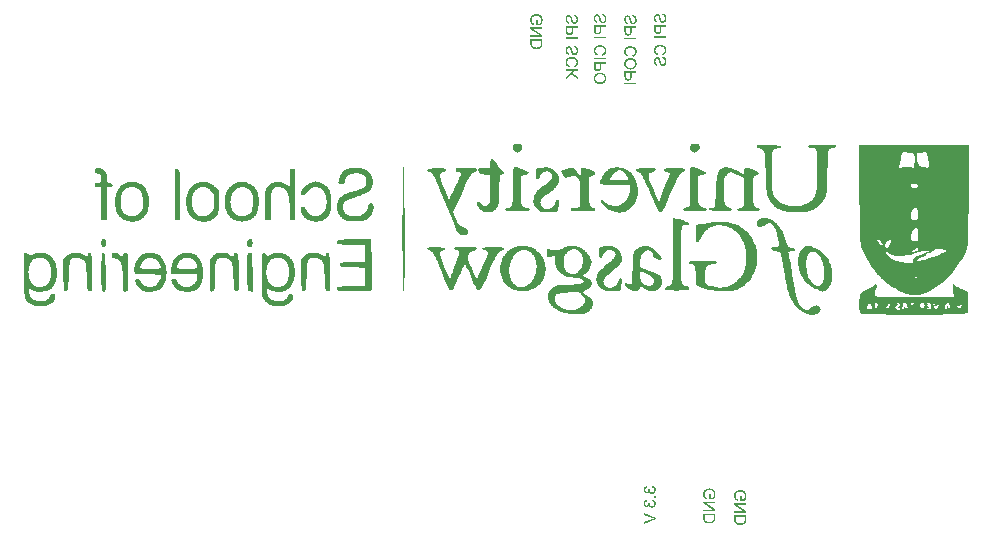
<source format=gbr>
%TF.GenerationSoftware,KiCad,Pcbnew,7.0.10*%
%TF.CreationDate,2024-05-16T11:59:50+01:00*%
%TF.ProjectId,RF_Race_Car,52465f52-6163-4655-9f43-61722e6b6963,rev?*%
%TF.SameCoordinates,Original*%
%TF.FileFunction,Legend,Bot*%
%TF.FilePolarity,Positive*%
%FSLAX46Y46*%
G04 Gerber Fmt 4.6, Leading zero omitted, Abs format (unit mm)*
G04 Created by KiCad (PCBNEW 7.0.10) date 2024-05-16 11:59:50*
%MOMM*%
%LPD*%
G01*
G04 APERTURE LIST*
%ADD10C,0.000000*%
%ADD11C,0.200000*%
G04 APERTURE END LIST*
D10*
G36*
X124984492Y-87611549D02*
G01*
X124999395Y-87613031D01*
X125013494Y-87615263D01*
X125026665Y-87618246D01*
X125038785Y-87621985D01*
X125049730Y-87626481D01*
X125054723Y-87629014D01*
X125059377Y-87631738D01*
X125068223Y-87645624D01*
X125076822Y-87675463D01*
X125093097Y-87779594D01*
X125107845Y-87937325D01*
X125120711Y-88141850D01*
X125131338Y-88386362D01*
X125139369Y-88664055D01*
X125144450Y-88968122D01*
X125146222Y-89291758D01*
X125146222Y-90897187D01*
X124931432Y-90866116D01*
X124861451Y-90851934D01*
X124832916Y-90839438D01*
X124808235Y-90820363D01*
X124787074Y-90792480D01*
X124769096Y-90753556D01*
X124753964Y-90701362D01*
X124741344Y-90633667D01*
X124730899Y-90548239D01*
X124722292Y-90442848D01*
X124709252Y-90163253D01*
X124699535Y-89777035D01*
X124690454Y-89266348D01*
X124686646Y-89022867D01*
X124683870Y-88805177D01*
X124682241Y-88611799D01*
X124681877Y-88441253D01*
X124682894Y-88292061D01*
X124685407Y-88162744D01*
X124687261Y-88105076D01*
X124689532Y-88051822D01*
X124692236Y-88002798D01*
X124695387Y-87957818D01*
X124698999Y-87916697D01*
X124703087Y-87879251D01*
X124707665Y-87845294D01*
X124712747Y-87814643D01*
X124718350Y-87787111D01*
X124724486Y-87762514D01*
X124731170Y-87740668D01*
X124738418Y-87721387D01*
X124746243Y-87704487D01*
X124754660Y-87689782D01*
X124763683Y-87677088D01*
X124773328Y-87666220D01*
X124783608Y-87656993D01*
X124794538Y-87649222D01*
X124806132Y-87642722D01*
X124818406Y-87637309D01*
X124834557Y-87631455D01*
X124851139Y-87626322D01*
X124868029Y-87621913D01*
X124885103Y-87618230D01*
X124902237Y-87615277D01*
X124919308Y-87613055D01*
X124936193Y-87611569D01*
X124952767Y-87610821D01*
X124968908Y-87610813D01*
X124984492Y-87611549D01*
G37*
G36*
X161112906Y-84706920D02*
G01*
X161204503Y-84725829D01*
X161295388Y-84747321D01*
X161384845Y-84771081D01*
X161472156Y-84796788D01*
X161556604Y-84824125D01*
X161637472Y-84852773D01*
X161714043Y-84882415D01*
X161785599Y-84912732D01*
X161851423Y-84943405D01*
X161910798Y-84974116D01*
X161963005Y-85004548D01*
X161986198Y-85019559D01*
X162007330Y-85034380D01*
X162026311Y-85048973D01*
X162043052Y-85063297D01*
X162057464Y-85077312D01*
X162069457Y-85090978D01*
X162078941Y-85104256D01*
X162085826Y-85117106D01*
X162090022Y-85129488D01*
X162091441Y-85141362D01*
X162091202Y-85146602D01*
X162090491Y-85151775D01*
X162089321Y-85156875D01*
X162087703Y-85161896D01*
X162085650Y-85166830D01*
X162083172Y-85171671D01*
X162080281Y-85176414D01*
X162076990Y-85181050D01*
X162069253Y-85189980D01*
X162060054Y-85198408D01*
X162049487Y-85206281D01*
X162037645Y-85213548D01*
X162024624Y-85220157D01*
X162010516Y-85226054D01*
X161995416Y-85231187D01*
X161979418Y-85235505D01*
X161962615Y-85238954D01*
X161945101Y-85241483D01*
X161926971Y-85243038D01*
X161908319Y-85243568D01*
X161744985Y-85246118D01*
X161679259Y-85255221D01*
X161623146Y-85274802D01*
X161575887Y-85308804D01*
X161536722Y-85361172D01*
X161504893Y-85435849D01*
X161479639Y-85536780D01*
X161460200Y-85667908D01*
X161445818Y-85833178D01*
X161429184Y-86281917D01*
X161423660Y-86914550D01*
X161423169Y-87762628D01*
X161423454Y-88210898D01*
X161424699Y-88605265D01*
X161427493Y-88949177D01*
X161432422Y-89246081D01*
X161435871Y-89377982D01*
X161440073Y-89499423D01*
X161445103Y-89610836D01*
X161451034Y-89712652D01*
X161457939Y-89805300D01*
X161465892Y-89889213D01*
X161474966Y-89964820D01*
X161485234Y-90032554D01*
X161496769Y-90092844D01*
X161509646Y-90146122D01*
X161523938Y-90192818D01*
X161539717Y-90233363D01*
X161548188Y-90251464D01*
X161557058Y-90268189D01*
X161566337Y-90283592D01*
X161576034Y-90297726D01*
X161586157Y-90310646D01*
X161596717Y-90322405D01*
X161607723Y-90333057D01*
X161619183Y-90342657D01*
X161631106Y-90351257D01*
X161643503Y-90358912D01*
X161656381Y-90365676D01*
X161669751Y-90371603D01*
X161698002Y-90381158D01*
X161728327Y-90388010D01*
X161760801Y-90392590D01*
X161795497Y-90395327D01*
X161832488Y-90396654D01*
X161871848Y-90397000D01*
X161900010Y-90397666D01*
X161926050Y-90399690D01*
X161938288Y-90401222D01*
X161950012Y-90403108D01*
X161961226Y-90405351D01*
X161971937Y-90407958D01*
X161982149Y-90410931D01*
X161991867Y-90414277D01*
X162001097Y-90417999D01*
X162009844Y-90422103D01*
X162018113Y-90426592D01*
X162025910Y-90431472D01*
X162033239Y-90436748D01*
X162040107Y-90442424D01*
X162046517Y-90448504D01*
X162052476Y-90454994D01*
X162057989Y-90461897D01*
X162063060Y-90469220D01*
X162067696Y-90476965D01*
X162071901Y-90485139D01*
X162075681Y-90493745D01*
X162079040Y-90502789D01*
X162081985Y-90512275D01*
X162084520Y-90522207D01*
X162086651Y-90532591D01*
X162088383Y-90543431D01*
X162089720Y-90554732D01*
X162090669Y-90566498D01*
X162091235Y-90578734D01*
X162091422Y-90591445D01*
X162091420Y-90591445D01*
X162090474Y-90623672D01*
X162086837Y-90652145D01*
X162079311Y-90677095D01*
X162066696Y-90698753D01*
X162047793Y-90717350D01*
X162021404Y-90733118D01*
X161986330Y-90746287D01*
X161941372Y-90757088D01*
X161885331Y-90765753D01*
X161817009Y-90772513D01*
X161735206Y-90777599D01*
X161638724Y-90781242D01*
X161396928Y-90785123D01*
X161082028Y-90786006D01*
X160921205Y-90785776D01*
X160778335Y-90784973D01*
X160652422Y-90783423D01*
X160542468Y-90780955D01*
X160493163Y-90779322D01*
X160447474Y-90777395D01*
X160405276Y-90775152D01*
X160366444Y-90772572D01*
X160330853Y-90769633D01*
X160298379Y-90766314D01*
X160268897Y-90762592D01*
X160242282Y-90758447D01*
X160218410Y-90753857D01*
X160197155Y-90748800D01*
X160178393Y-90743254D01*
X160162000Y-90737199D01*
X160154653Y-90733974D01*
X160147851Y-90730613D01*
X160141578Y-90727114D01*
X160135820Y-90723474D01*
X160130560Y-90719690D01*
X160125783Y-90715760D01*
X160121474Y-90711682D01*
X160117616Y-90707451D01*
X160114195Y-90703066D01*
X160111194Y-90698524D01*
X160108598Y-90693822D01*
X160106392Y-90688958D01*
X160104559Y-90683929D01*
X160103085Y-90678731D01*
X160101953Y-90673364D01*
X160101149Y-90667823D01*
X160100458Y-90656210D01*
X160100889Y-90643873D01*
X160102316Y-90630788D01*
X160104615Y-90616936D01*
X160106502Y-90608223D01*
X160108857Y-90599528D01*
X160111665Y-90590864D01*
X160114912Y-90582244D01*
X160122667Y-90565188D01*
X160132008Y-90548465D01*
X160142821Y-90532180D01*
X160154992Y-90516439D01*
X160168408Y-90501346D01*
X160182955Y-90487006D01*
X160198520Y-90473525D01*
X160214988Y-90461006D01*
X160232246Y-90449556D01*
X160250181Y-90439280D01*
X160268677Y-90430281D01*
X160287623Y-90422666D01*
X160306904Y-90416539D01*
X160316634Y-90414067D01*
X160326406Y-90412006D01*
X160467145Y-90379009D01*
X160524164Y-90353929D01*
X160573106Y-90317363D01*
X160614586Y-90264988D01*
X160649223Y-90192478D01*
X160677633Y-90095509D01*
X160700434Y-89969758D01*
X160718241Y-89810900D01*
X160731672Y-89614611D01*
X160747875Y-89092444D01*
X160753977Y-88368664D01*
X160754914Y-87408677D01*
X160754914Y-84638574D01*
X161112906Y-84706920D01*
G37*
G36*
X164934175Y-84968731D02*
G01*
X165095200Y-84977999D01*
X165252950Y-84993755D01*
X165407321Y-85015939D01*
X165558207Y-85044495D01*
X165705504Y-85079366D01*
X165849107Y-85120494D01*
X165988911Y-85167823D01*
X166124811Y-85221294D01*
X166256702Y-85280851D01*
X166384479Y-85346437D01*
X166508037Y-85417994D01*
X166627271Y-85495465D01*
X166742077Y-85578792D01*
X166852349Y-85667919D01*
X166957982Y-85762789D01*
X167058872Y-85863343D01*
X167154913Y-85969525D01*
X167246001Y-86081277D01*
X167332031Y-86198543D01*
X167412897Y-86321265D01*
X167488496Y-86449386D01*
X167558721Y-86582848D01*
X167623468Y-86721594D01*
X167682632Y-86865568D01*
X167736108Y-87014711D01*
X167783792Y-87168967D01*
X167821650Y-87315442D01*
X167851856Y-87462309D01*
X167874545Y-87609314D01*
X167889848Y-87756207D01*
X167897901Y-87902734D01*
X167898836Y-88048644D01*
X167892786Y-88193684D01*
X167879886Y-88337601D01*
X167860269Y-88480145D01*
X167834068Y-88621062D01*
X167801417Y-88760100D01*
X167762450Y-88897007D01*
X167717299Y-89031532D01*
X167666098Y-89163420D01*
X167608982Y-89292421D01*
X167546082Y-89418282D01*
X167477534Y-89540751D01*
X167403470Y-89659575D01*
X167324023Y-89774503D01*
X167239328Y-89885282D01*
X167149518Y-89991659D01*
X167054726Y-90093384D01*
X166955086Y-90190202D01*
X166850732Y-90281863D01*
X166741796Y-90368114D01*
X166628413Y-90448703D01*
X166510715Y-90523377D01*
X166388837Y-90591884D01*
X166262911Y-90653972D01*
X166133072Y-90709389D01*
X165999453Y-90757882D01*
X165862187Y-90799200D01*
X165862155Y-90799282D01*
X165862122Y-90799365D01*
X165862090Y-90799448D01*
X165862060Y-90799531D01*
X165774575Y-90817821D01*
X165666098Y-90831601D01*
X165539419Y-90841049D01*
X165397324Y-90846342D01*
X165078038Y-90845168D01*
X164730543Y-90829495D01*
X164377140Y-90800738D01*
X164040131Y-90760313D01*
X163884743Y-90736167D01*
X163741818Y-90709634D01*
X163614141Y-90680892D01*
X163504502Y-90650118D01*
X163226483Y-90560088D01*
X163114067Y-90520494D01*
X163017725Y-90482326D01*
X162975195Y-90463265D01*
X162936218Y-90443946D01*
X162900640Y-90424163D01*
X162868306Y-90403713D01*
X162839060Y-90382389D01*
X162812748Y-90359987D01*
X162789214Y-90336302D01*
X162768304Y-90311129D01*
X162749862Y-90284263D01*
X162733733Y-90255499D01*
X162719763Y-90224632D01*
X162707796Y-90191457D01*
X162697678Y-90155768D01*
X162689252Y-90117362D01*
X162682365Y-90076033D01*
X162676861Y-90031577D01*
X162669383Y-89932459D01*
X162665576Y-89818370D01*
X162664020Y-89538719D01*
X162662990Y-89399169D01*
X162659759Y-89272459D01*
X162654112Y-89158060D01*
X162650314Y-89105312D01*
X162645832Y-89055443D01*
X162640639Y-89008387D01*
X162634707Y-88964078D01*
X162628010Y-88922450D01*
X162620521Y-88883436D01*
X162612213Y-88846970D01*
X162603059Y-88812986D01*
X162593033Y-88781419D01*
X162582107Y-88752201D01*
X162570255Y-88725266D01*
X162557450Y-88700549D01*
X162543665Y-88677983D01*
X162528873Y-88657502D01*
X162513047Y-88639040D01*
X162496160Y-88622531D01*
X162478187Y-88607908D01*
X162459099Y-88595105D01*
X162438869Y-88584056D01*
X162417472Y-88574695D01*
X162394881Y-88566956D01*
X162371067Y-88560773D01*
X162346005Y-88556078D01*
X162319668Y-88552807D01*
X162292029Y-88550893D01*
X162263061Y-88550270D01*
X162254253Y-88550079D01*
X162245558Y-88549513D01*
X162236985Y-88548581D01*
X162228546Y-88547292D01*
X162220251Y-88545656D01*
X162212112Y-88543682D01*
X162204140Y-88541379D01*
X162196345Y-88538758D01*
X162188739Y-88535826D01*
X162181333Y-88532594D01*
X162174138Y-88529071D01*
X162167165Y-88525266D01*
X162160424Y-88521188D01*
X162153927Y-88516848D01*
X162147685Y-88512254D01*
X162141709Y-88507415D01*
X162136009Y-88502342D01*
X162130598Y-88497043D01*
X162125485Y-88491527D01*
X162120682Y-88485805D01*
X162116201Y-88479885D01*
X162112051Y-88473777D01*
X162108244Y-88467490D01*
X162104791Y-88461034D01*
X162101703Y-88454418D01*
X162098991Y-88447650D01*
X162096666Y-88440742D01*
X162094739Y-88433701D01*
X162093221Y-88426538D01*
X162092123Y-88419261D01*
X162091456Y-88411881D01*
X162091231Y-88404405D01*
X162093679Y-88382683D01*
X162101613Y-88363146D01*
X162115918Y-88345688D01*
X162137480Y-88330198D01*
X162167185Y-88316570D01*
X162205918Y-88304695D01*
X162254564Y-88294465D01*
X162314009Y-88285772D01*
X162468838Y-88272561D01*
X162677489Y-88264197D01*
X162947047Y-88259813D01*
X163284595Y-88258545D01*
X163458829Y-88258860D01*
X163616077Y-88259867D01*
X163757131Y-88261659D01*
X163882785Y-88264329D01*
X163993830Y-88267971D01*
X164044123Y-88270185D01*
X164091061Y-88272678D01*
X164134743Y-88275459D01*
X164175268Y-88278542D01*
X164212736Y-88281937D01*
X164247246Y-88285657D01*
X164278897Y-88289713D01*
X164307787Y-88294117D01*
X164334017Y-88298880D01*
X164357684Y-88304013D01*
X164378889Y-88309530D01*
X164397729Y-88315441D01*
X164414305Y-88321757D01*
X164428716Y-88328491D01*
X164441060Y-88335655D01*
X164451437Y-88343259D01*
X164459945Y-88351315D01*
X164466684Y-88359836D01*
X164471753Y-88368833D01*
X164475252Y-88378316D01*
X164477278Y-88388299D01*
X164477931Y-88398793D01*
X164476413Y-88416191D01*
X164471844Y-88432641D01*
X164464200Y-88448154D01*
X164453458Y-88462739D01*
X164439595Y-88476406D01*
X164422587Y-88489165D01*
X164402412Y-88501026D01*
X164379045Y-88511997D01*
X164352464Y-88522090D01*
X164322645Y-88531314D01*
X164289565Y-88539677D01*
X164253201Y-88547192D01*
X164213529Y-88553866D01*
X164170526Y-88559710D01*
X164124168Y-88564733D01*
X164074433Y-88568946D01*
X163984689Y-88578339D01*
X163903022Y-88592971D01*
X163829116Y-88613375D01*
X163794973Y-88625908D01*
X163762650Y-88640084D01*
X163732107Y-88655969D01*
X163703305Y-88673631D01*
X163676204Y-88693135D01*
X163650762Y-88714548D01*
X163626942Y-88737938D01*
X163604703Y-88763370D01*
X163584004Y-88790912D01*
X163564807Y-88820630D01*
X163547070Y-88852590D01*
X163530755Y-88886860D01*
X163515822Y-88923505D01*
X163502229Y-88962593D01*
X163478910Y-89048363D01*
X163460477Y-89144704D01*
X163446612Y-89252147D01*
X163436997Y-89371227D01*
X163431310Y-89502476D01*
X163429235Y-89646428D01*
X163429432Y-89756875D01*
X163431456Y-89854296D01*
X163436570Y-89939853D01*
X163446039Y-90014705D01*
X163452802Y-90048479D01*
X163461128Y-90080013D01*
X163471175Y-90109451D01*
X163483101Y-90136939D01*
X163497064Y-90162620D01*
X163513222Y-90186641D01*
X163531734Y-90209147D01*
X163552757Y-90230283D01*
X163576450Y-90250193D01*
X163602970Y-90269023D01*
X163632476Y-90286918D01*
X163665125Y-90304023D01*
X163740488Y-90336443D01*
X163830321Y-90367444D01*
X163935891Y-90398186D01*
X164058462Y-90429831D01*
X164359664Y-90500470D01*
X164450458Y-90518392D01*
X164542076Y-90531021D01*
X164634344Y-90538464D01*
X164727085Y-90540830D01*
X164820124Y-90538229D01*
X164913283Y-90530770D01*
X165006389Y-90518560D01*
X165099264Y-90501710D01*
X165191733Y-90480327D01*
X165283620Y-90454522D01*
X165374749Y-90424402D01*
X165464944Y-90390076D01*
X165554029Y-90351653D01*
X165641830Y-90309243D01*
X165728168Y-90262954D01*
X165812870Y-90212895D01*
X165895758Y-90159174D01*
X165976657Y-90101901D01*
X166055391Y-90041185D01*
X166131785Y-89977134D01*
X166205662Y-89909857D01*
X166276846Y-89839463D01*
X166345163Y-89766061D01*
X166410434Y-89689759D01*
X166472486Y-89610668D01*
X166531142Y-89528894D01*
X166586226Y-89444548D01*
X166637562Y-89357738D01*
X166684974Y-89268574D01*
X166728287Y-89177163D01*
X166767325Y-89083614D01*
X166801911Y-88988038D01*
X166840770Y-88862888D01*
X166874154Y-88736419D01*
X166902142Y-88608875D01*
X166924808Y-88480496D01*
X166942231Y-88351526D01*
X166954486Y-88222206D01*
X166961651Y-88092780D01*
X166963801Y-87963489D01*
X166961012Y-87834575D01*
X166953363Y-87706282D01*
X166940929Y-87578851D01*
X166923786Y-87452524D01*
X166902011Y-87327545D01*
X166875682Y-87204155D01*
X166844873Y-87082596D01*
X166809662Y-86963112D01*
X166770126Y-86845943D01*
X166726340Y-86731334D01*
X166678382Y-86619525D01*
X166626328Y-86510759D01*
X166570254Y-86405279D01*
X166510237Y-86303327D01*
X166446354Y-86205145D01*
X166378681Y-86110976D01*
X166307294Y-86021062D01*
X166232271Y-85935644D01*
X166153687Y-85854967D01*
X166071619Y-85779271D01*
X165986144Y-85708799D01*
X165897338Y-85643794D01*
X165805278Y-85584497D01*
X165710040Y-85531152D01*
X165608717Y-85481197D01*
X165507336Y-85436504D01*
X165406030Y-85397032D01*
X165304932Y-85362739D01*
X165204174Y-85333586D01*
X165103889Y-85309531D01*
X165004209Y-85290533D01*
X164905268Y-85276551D01*
X164807197Y-85267544D01*
X164710130Y-85263471D01*
X164614198Y-85264292D01*
X164519535Y-85269965D01*
X164426274Y-85280449D01*
X164334547Y-85295703D01*
X164244486Y-85315688D01*
X164156224Y-85340360D01*
X164069894Y-85369680D01*
X163985629Y-85403606D01*
X163903561Y-85442099D01*
X163823822Y-85485115D01*
X163746546Y-85532616D01*
X163671865Y-85584559D01*
X163599912Y-85640904D01*
X163530819Y-85701610D01*
X163464719Y-85766635D01*
X163401745Y-85835940D01*
X163342028Y-85909482D01*
X163285703Y-85987222D01*
X163232901Y-86069117D01*
X163183755Y-86155128D01*
X163138398Y-86245213D01*
X163096963Y-86339330D01*
X163081024Y-86376322D01*
X163064046Y-86412278D01*
X163046181Y-86447013D01*
X163027579Y-86480340D01*
X163008393Y-86512072D01*
X162988773Y-86542023D01*
X162968871Y-86570007D01*
X162948837Y-86595836D01*
X162928823Y-86619325D01*
X162908980Y-86640288D01*
X162899171Y-86649763D01*
X162889460Y-86658537D01*
X162879868Y-86666585D01*
X162870414Y-86673886D01*
X162861116Y-86680415D01*
X162851992Y-86686149D01*
X162843063Y-86691064D01*
X162834347Y-86695139D01*
X162825863Y-86698348D01*
X162817629Y-86700669D01*
X162809665Y-86702079D01*
X162801990Y-86702555D01*
X162780527Y-86700955D01*
X162761331Y-86695807D01*
X162744316Y-86686589D01*
X162729401Y-86672775D01*
X162716502Y-86653842D01*
X162705537Y-86629268D01*
X162696422Y-86598528D01*
X162689074Y-86561099D01*
X162683410Y-86516458D01*
X162679347Y-86464080D01*
X162676802Y-86403444D01*
X162675692Y-86334024D01*
X162677446Y-86166742D01*
X162683944Y-85958047D01*
X162711827Y-85213539D01*
X162998216Y-85192215D01*
X163068411Y-85185510D01*
X163158381Y-85174587D01*
X163382766Y-85142377D01*
X163641607Y-85100167D01*
X163905139Y-85052539D01*
X164083607Y-85021687D01*
X164259430Y-84997665D01*
X164432503Y-84980415D01*
X164602722Y-84969882D01*
X164769981Y-84966006D01*
X164934175Y-84968731D01*
G37*
G36*
X135243619Y-88547452D02*
G01*
X135249886Y-89368240D01*
X135247858Y-90059423D01*
X135243958Y-90333695D01*
X135238252Y-90548305D01*
X135230832Y-90694167D01*
X135226507Y-90738478D01*
X135221787Y-90762194D01*
X135221822Y-90762191D01*
X135221839Y-90762190D01*
X135221856Y-90762188D01*
X135221872Y-90762186D01*
X135221889Y-90762184D01*
X135221905Y-90762181D01*
X135221921Y-90762178D01*
X135211321Y-90779691D01*
X135192891Y-90795480D01*
X135165924Y-90809594D01*
X135129712Y-90822079D01*
X135083548Y-90832982D01*
X135026724Y-90842352D01*
X134878264Y-90856677D01*
X134678672Y-90865431D01*
X134422285Y-90868991D01*
X134103442Y-90867735D01*
X133716481Y-90862039D01*
X133471793Y-90857384D01*
X133256061Y-90852792D01*
X133067468Y-90847987D01*
X132904198Y-90842695D01*
X132831490Y-90839780D01*
X132764432Y-90836639D01*
X132702795Y-90833238D01*
X132646353Y-90829543D01*
X132594879Y-90825519D01*
X132548145Y-90821132D01*
X132505924Y-90816347D01*
X132467990Y-90811129D01*
X132434114Y-90805445D01*
X132404070Y-90799260D01*
X132377631Y-90792538D01*
X132354570Y-90785247D01*
X132344234Y-90781377D01*
X132334658Y-90777351D01*
X132325813Y-90773165D01*
X132317670Y-90768816D01*
X132310201Y-90764298D01*
X132303378Y-90759607D01*
X132297172Y-90754739D01*
X132291554Y-90749690D01*
X132286498Y-90744455D01*
X132281973Y-90739030D01*
X132277952Y-90733411D01*
X132274406Y-90727593D01*
X132271307Y-90721573D01*
X132268626Y-90715345D01*
X132266335Y-90708906D01*
X132264407Y-90702250D01*
X132261520Y-90688276D01*
X132259740Y-90673386D01*
X132258838Y-90657546D01*
X132258588Y-90640723D01*
X132259683Y-90608382D01*
X132263945Y-90579750D01*
X132272837Y-90554561D01*
X132287823Y-90532548D01*
X132310367Y-90513444D01*
X132341933Y-90496983D01*
X132383984Y-90482898D01*
X132437984Y-90470922D01*
X132505397Y-90460789D01*
X132587688Y-90452233D01*
X132802754Y-90438783D01*
X133094893Y-90428438D01*
X133475816Y-90419067D01*
X134693040Y-90391416D01*
X134693040Y-88847720D01*
X133619039Y-88820231D01*
X133441958Y-88815511D01*
X133285390Y-88810779D01*
X133148080Y-88805778D01*
X133028776Y-88800247D01*
X132975483Y-88797203D01*
X132926222Y-88793929D01*
X132880835Y-88790393D01*
X132839165Y-88786562D01*
X132801056Y-88782406D01*
X132766351Y-88777890D01*
X132734893Y-88772982D01*
X132706525Y-88767651D01*
X132681092Y-88761864D01*
X132658435Y-88755588D01*
X132638398Y-88748791D01*
X132620824Y-88741441D01*
X132605558Y-88733505D01*
X132598740Y-88729307D01*
X132592441Y-88724951D01*
X132586640Y-88720432D01*
X132581317Y-88715746D01*
X132576454Y-88710890D01*
X132572030Y-88705859D01*
X132568026Y-88700649D01*
X132564423Y-88695256D01*
X132561200Y-88689676D01*
X132558338Y-88683905D01*
X132553620Y-88671774D01*
X132550111Y-88658831D01*
X132547654Y-88645043D01*
X132546094Y-88630377D01*
X132545272Y-88614802D01*
X132545033Y-88598285D01*
X132546094Y-88566196D01*
X132550111Y-88537746D01*
X132558338Y-88512675D01*
X132572030Y-88490724D01*
X132592441Y-88471634D01*
X132620824Y-88455145D01*
X132658435Y-88440999D01*
X132706525Y-88428936D01*
X132766351Y-88418698D01*
X132839165Y-88410024D01*
X132926222Y-88402657D01*
X133028776Y-88396336D01*
X133285390Y-88385799D01*
X133619039Y-88376339D01*
X134693040Y-88348845D01*
X134693040Y-86896907D01*
X133492944Y-86896907D01*
X133099872Y-86896402D01*
X132940641Y-86895303D01*
X132804054Y-86893222D01*
X132743731Y-86891717D01*
X132688442Y-86889849D01*
X132637980Y-86887580D01*
X132592135Y-86884871D01*
X132550699Y-86881682D01*
X132513464Y-86877975D01*
X132480220Y-86873710D01*
X132450758Y-86868849D01*
X132424871Y-86863353D01*
X132402350Y-86857182D01*
X132382985Y-86850297D01*
X132374421Y-86846575D01*
X132366568Y-86842660D01*
X132359400Y-86838547D01*
X132352891Y-86834232D01*
X132347015Y-86829708D01*
X132341745Y-86824972D01*
X132337055Y-86820019D01*
X132332920Y-86814844D01*
X132329314Y-86809441D01*
X132326209Y-86803806D01*
X132323581Y-86797935D01*
X132321403Y-86791821D01*
X132319649Y-86785461D01*
X132318292Y-86778850D01*
X132316669Y-86764852D01*
X132316325Y-86749790D01*
X132317050Y-86733624D01*
X132318637Y-86716316D01*
X132323560Y-86678114D01*
X132337026Y-86606756D01*
X132348552Y-86577790D01*
X132366010Y-86552889D01*
X132391455Y-86531746D01*
X132426940Y-86514054D01*
X132474521Y-86499505D01*
X132536250Y-86487792D01*
X132614181Y-86478609D01*
X132710368Y-86471646D01*
X132965726Y-86463157D01*
X133318755Y-86459867D01*
X133785886Y-86459316D01*
X135217790Y-86459316D01*
X135243619Y-88547452D01*
G37*
G36*
X185766579Y-81934266D02*
G01*
X185766579Y-82665806D01*
X185766123Y-84193510D01*
X185765683Y-84327712D01*
X185764099Y-84810496D01*
X185759583Y-85341353D01*
X185751607Y-85794918D01*
X185739201Y-86180028D01*
X185731033Y-86349673D01*
X185721394Y-86505519D01*
X185714163Y-86597680D01*
X185710163Y-86648668D01*
X185697218Y-86780227D01*
X185682438Y-86901299D01*
X185665702Y-87012990D01*
X185646888Y-87116403D01*
X185625876Y-87212644D01*
X185602544Y-87302816D01*
X185576771Y-87388025D01*
X185564712Y-87422645D01*
X185548435Y-87469374D01*
X185517416Y-87547970D01*
X185483593Y-87624915D01*
X185446843Y-87701315D01*
X185364081Y-87856898D01*
X185268161Y-88023555D01*
X185158112Y-88210122D01*
X184993030Y-88475202D01*
X184813329Y-88735283D01*
X184620508Y-88989124D01*
X184416065Y-89235483D01*
X184201500Y-89473119D01*
X183994840Y-89683930D01*
X183978312Y-89700789D01*
X183748001Y-89917252D01*
X183512064Y-90121267D01*
X183272003Y-90311591D01*
X183029314Y-90486982D01*
X182785499Y-90646200D01*
X182542056Y-90788003D01*
X182300484Y-90911148D01*
X182062282Y-91014394D01*
X181828949Y-91096500D01*
X181601985Y-91156223D01*
X181468272Y-91180316D01*
X181333883Y-91194956D01*
X181198372Y-91199992D01*
X181061293Y-91195274D01*
X180922201Y-91180651D01*
X180780650Y-91155972D01*
X180636196Y-91121085D01*
X180488391Y-91075841D01*
X180336792Y-91020089D01*
X180180953Y-90953677D01*
X180020427Y-90876455D01*
X179854769Y-90788273D01*
X179683535Y-90688978D01*
X179506277Y-90578421D01*
X179322552Y-90456451D01*
X179131913Y-90322917D01*
X178988388Y-90217950D01*
X178851822Y-90113826D01*
X178721596Y-90009879D01*
X178597094Y-89905443D01*
X178477699Y-89799852D01*
X178362794Y-89692441D01*
X178345671Y-89675493D01*
X181201282Y-89675493D01*
X181201494Y-89678096D01*
X181202166Y-89680623D01*
X181203290Y-89683068D01*
X181204857Y-89685429D01*
X181206861Y-89687703D01*
X181209292Y-89689886D01*
X181215407Y-89693968D01*
X181223137Y-89697647D01*
X181232419Y-89700899D01*
X181243187Y-89703697D01*
X181255378Y-89706015D01*
X181268927Y-89707826D01*
X181283770Y-89709104D01*
X181299844Y-89709823D01*
X181317083Y-89709958D01*
X181335424Y-89709481D01*
X181355235Y-89708398D01*
X181372955Y-89706898D01*
X181381026Y-89705997D01*
X181388568Y-89704998D01*
X181395581Y-89703902D01*
X181402061Y-89702712D01*
X181408007Y-89701429D01*
X181413417Y-89700056D01*
X181418290Y-89698594D01*
X181422623Y-89697045D01*
X181426414Y-89695411D01*
X181429662Y-89693694D01*
X181432365Y-89691896D01*
X181434521Y-89690018D01*
X181436128Y-89688063D01*
X181437184Y-89686033D01*
X181437687Y-89683930D01*
X181437636Y-89681754D01*
X181437029Y-89679509D01*
X181435864Y-89677196D01*
X181434138Y-89674817D01*
X181431850Y-89672375D01*
X181428999Y-89669870D01*
X181425582Y-89667304D01*
X181421597Y-89664681D01*
X181417043Y-89662001D01*
X181411918Y-89659267D01*
X181406220Y-89656480D01*
X181399946Y-89653642D01*
X181393096Y-89650756D01*
X181380032Y-89645857D01*
X181366748Y-89641694D01*
X181353337Y-89638262D01*
X181339893Y-89635558D01*
X181326510Y-89633578D01*
X181313281Y-89632317D01*
X181300300Y-89631772D01*
X181287662Y-89631939D01*
X181275459Y-89632814D01*
X181263786Y-89634393D01*
X181252737Y-89636671D01*
X181242404Y-89639646D01*
X181237536Y-89641393D01*
X181232883Y-89643313D01*
X181228456Y-89645405D01*
X181224266Y-89647668D01*
X181220327Y-89650102D01*
X181216648Y-89652707D01*
X181213243Y-89655482D01*
X181210123Y-89658426D01*
X181207405Y-89661426D01*
X181205197Y-89664368D01*
X181203488Y-89667249D01*
X181202271Y-89670066D01*
X181201539Y-89672815D01*
X181201282Y-89675493D01*
X178345671Y-89675493D01*
X178251762Y-89582542D01*
X178143987Y-89469490D01*
X178038852Y-89352619D01*
X177935740Y-89231262D01*
X177834034Y-89104755D01*
X177733116Y-88972430D01*
X177632372Y-88833621D01*
X177531182Y-88687663D01*
X177428932Y-88533890D01*
X177325003Y-88371635D01*
X177069999Y-87962051D01*
X176967252Y-87782514D01*
X176879348Y-87607767D01*
X176812927Y-87447767D01*
X178742092Y-87447767D01*
X178743145Y-87462238D01*
X178745366Y-87478032D01*
X178748772Y-87495085D01*
X178759220Y-87532719D01*
X178774645Y-87574637D01*
X178795202Y-87620336D01*
X178821045Y-87669312D01*
X178852332Y-87721062D01*
X178871132Y-87748233D01*
X178893230Y-87776637D01*
X178918349Y-87806038D01*
X178946210Y-87836206D01*
X178976536Y-87866907D01*
X179009051Y-87897909D01*
X179043476Y-87928979D01*
X179079534Y-87959885D01*
X179116948Y-87990395D01*
X179155440Y-88020275D01*
X179194733Y-88049293D01*
X179234549Y-88077216D01*
X179274611Y-88103813D01*
X179314641Y-88128850D01*
X179354363Y-88152095D01*
X179393498Y-88173315D01*
X179393500Y-88173316D01*
X179393501Y-88173317D01*
X179393502Y-88173317D01*
X179393503Y-88173318D01*
X179393507Y-88173319D01*
X179393509Y-88173320D01*
X179393510Y-88173321D01*
X179393511Y-88173321D01*
X179393511Y-88173322D01*
X179393512Y-88173322D01*
X179486450Y-88215605D01*
X179596675Y-88255692D01*
X179720779Y-88293189D01*
X179855355Y-88327700D01*
X179996995Y-88358830D01*
X180142292Y-88386186D01*
X180287837Y-88409371D01*
X180430223Y-88427992D01*
X180566042Y-88441653D01*
X180691886Y-88449960D01*
X180804349Y-88452517D01*
X180900021Y-88448931D01*
X180975497Y-88438806D01*
X181004595Y-88431167D01*
X181027366Y-88421747D01*
X181043384Y-88410494D01*
X181052223Y-88397359D01*
X181053457Y-88382294D01*
X181046660Y-88365249D01*
X181040298Y-88352411D01*
X181035918Y-88338300D01*
X181033439Y-88323028D01*
X181032778Y-88306704D01*
X181033852Y-88289438D01*
X181036578Y-88271341D01*
X181040875Y-88252522D01*
X181046660Y-88233091D01*
X181053851Y-88213160D01*
X181062364Y-88192838D01*
X181072118Y-88172234D01*
X181083030Y-88151461D01*
X181108000Y-88109842D01*
X181136612Y-88068862D01*
X181168208Y-88029403D01*
X181202129Y-87992346D01*
X181219755Y-87974994D01*
X181237714Y-87958573D01*
X181255925Y-87943192D01*
X181274304Y-87928963D01*
X181292770Y-87915996D01*
X181311240Y-87904400D01*
X181329632Y-87894286D01*
X181347863Y-87885763D01*
X181365850Y-87878943D01*
X181383511Y-87873935D01*
X181400764Y-87870850D01*
X181417527Y-87869797D01*
X181430476Y-87868795D01*
X181446845Y-87865857D01*
X181466390Y-87861082D01*
X181488862Y-87854567D01*
X181541609Y-87836717D01*
X181603116Y-87813100D01*
X181671417Y-87784507D01*
X181744541Y-87751729D01*
X181820521Y-87715558D01*
X181897389Y-87676785D01*
X181935399Y-87657272D01*
X181972630Y-87638598D01*
X182043934Y-87604106D01*
X182077597Y-87588456D01*
X182109661Y-87573982D01*
X182139921Y-87560769D01*
X182168172Y-87548900D01*
X182194209Y-87538461D01*
X182217827Y-87529535D01*
X182238821Y-87522206D01*
X182256986Y-87516559D01*
X182272116Y-87512679D01*
X182284008Y-87510648D01*
X182288675Y-87510353D01*
X182292456Y-87510552D01*
X182295324Y-87511255D01*
X182297254Y-87512474D01*
X182302994Y-87520457D01*
X182306308Y-87530088D01*
X182307314Y-87541243D01*
X182306131Y-87553798D01*
X182302877Y-87567627D01*
X182297670Y-87582605D01*
X182290630Y-87598609D01*
X182281874Y-87615513D01*
X182259692Y-87651523D01*
X182232070Y-87689637D01*
X182199958Y-87728857D01*
X182164305Y-87768186D01*
X182126057Y-87806625D01*
X182086164Y-87843177D01*
X182045573Y-87876843D01*
X182005233Y-87906625D01*
X181966093Y-87931527D01*
X181947269Y-87941835D01*
X181929100Y-87950549D01*
X181911705Y-87957544D01*
X181895202Y-87962694D01*
X181879711Y-87965876D01*
X181865349Y-87966964D01*
X181847346Y-87967706D01*
X181827961Y-87969880D01*
X181807376Y-87973414D01*
X181785772Y-87978235D01*
X181763328Y-87984269D01*
X181740226Y-87991442D01*
X181716646Y-87999683D01*
X181692770Y-88008916D01*
X181668777Y-88019069D01*
X181644849Y-88030069D01*
X181621167Y-88041842D01*
X181597910Y-88054315D01*
X181575261Y-88067414D01*
X181553399Y-88081066D01*
X181532505Y-88095198D01*
X181512760Y-88109736D01*
X181454873Y-88155110D01*
X181432541Y-88173679D01*
X181414753Y-88189751D01*
X181401613Y-88203513D01*
X181396817Y-88209586D01*
X181393221Y-88215150D01*
X181390838Y-88220230D01*
X181389681Y-88224849D01*
X181389762Y-88229029D01*
X181391095Y-88232794D01*
X181393691Y-88236168D01*
X181397565Y-88239174D01*
X181402729Y-88241834D01*
X181409195Y-88244173D01*
X181416976Y-88246213D01*
X181426086Y-88247978D01*
X181448341Y-88250775D01*
X181476062Y-88252749D01*
X181509353Y-88254088D01*
X181593050Y-88255602D01*
X181621884Y-88255162D01*
X181653399Y-88253249D01*
X181687283Y-88249936D01*
X181723222Y-88245296D01*
X181760906Y-88239403D01*
X181800022Y-88232330D01*
X181881306Y-88214937D01*
X181964577Y-88193703D01*
X182047341Y-88169216D01*
X182127102Y-88142063D01*
X182165078Y-88127669D01*
X182201367Y-88112829D01*
X182273392Y-88083526D01*
X182346713Y-88056174D01*
X182419290Y-88031373D01*
X182489079Y-88009722D01*
X182554037Y-87991821D01*
X182584067Y-87984465D01*
X182612124Y-87978272D01*
X182637951Y-87973316D01*
X182661295Y-87969673D01*
X182681899Y-87967418D01*
X182699508Y-87966625D01*
X182718118Y-87965172D01*
X182741661Y-87960992D01*
X182769782Y-87954224D01*
X182802128Y-87945009D01*
X182878075Y-87919796D01*
X182966667Y-87886468D01*
X183065067Y-87846145D01*
X183170441Y-87799944D01*
X183279952Y-87748983D01*
X183390767Y-87694379D01*
X183926629Y-87422645D01*
X183562817Y-87306979D01*
X183489028Y-87284860D01*
X183419578Y-87266914D01*
X183353997Y-87253243D01*
X183291816Y-87243954D01*
X183261854Y-87240984D01*
X183232566Y-87239149D01*
X183203894Y-87238462D01*
X183175779Y-87238935D01*
X183148161Y-87240582D01*
X183120984Y-87243416D01*
X183094187Y-87247449D01*
X183067712Y-87252695D01*
X183041502Y-87259168D01*
X183015496Y-87266879D01*
X182989637Y-87275842D01*
X182963865Y-87286071D01*
X182938123Y-87297577D01*
X182912351Y-87310375D01*
X182886491Y-87324477D01*
X182869143Y-87334763D01*
X182860484Y-87339897D01*
X182807795Y-87374741D01*
X182753816Y-87415012D01*
X182698077Y-87460814D01*
X182640109Y-87512252D01*
X182606794Y-87542527D01*
X182577041Y-87568906D01*
X182550654Y-87591419D01*
X182527438Y-87610098D01*
X182516959Y-87618009D01*
X182507199Y-87624973D01*
X182498135Y-87630994D01*
X182489742Y-87636075D01*
X182481996Y-87640221D01*
X182474873Y-87643436D01*
X182468347Y-87645722D01*
X182462395Y-87647085D01*
X182456993Y-87647527D01*
X182452115Y-87647053D01*
X182447739Y-87645667D01*
X182443838Y-87643373D01*
X182440390Y-87640173D01*
X182437369Y-87636073D01*
X182434751Y-87631076D01*
X182432513Y-87625186D01*
X182430629Y-87618407D01*
X182429075Y-87610743D01*
X182427827Y-87602197D01*
X182426860Y-87592773D01*
X182425675Y-87571308D01*
X182425323Y-87546379D01*
X182421357Y-87506081D01*
X182416345Y-87488163D01*
X182409266Y-87471736D01*
X182400081Y-87456802D01*
X182388755Y-87443364D01*
X182375251Y-87431424D01*
X182359533Y-87420984D01*
X182321306Y-87404615D01*
X182273782Y-87394275D01*
X182216668Y-87389983D01*
X182149671Y-87391758D01*
X182072499Y-87399620D01*
X181984857Y-87413586D01*
X181886455Y-87433677D01*
X181776998Y-87459910D01*
X181656194Y-87492304D01*
X181523751Y-87530879D01*
X181222773Y-87626647D01*
X181025383Y-87688137D01*
X180831855Y-87740270D01*
X180642885Y-87783081D01*
X180459170Y-87816607D01*
X180281406Y-87840883D01*
X180110291Y-87855947D01*
X179946519Y-87861834D01*
X179790787Y-87858580D01*
X179643793Y-87846221D01*
X179573789Y-87836639D01*
X179506231Y-87824794D01*
X179441206Y-87810692D01*
X179378800Y-87794335D01*
X179319100Y-87775730D01*
X179262194Y-87754880D01*
X179208168Y-87731790D01*
X179157110Y-87706465D01*
X179109107Y-87678909D01*
X179064246Y-87649127D01*
X179027461Y-87620849D01*
X180916797Y-87620849D01*
X180917320Y-87625145D01*
X180918440Y-87629010D01*
X180920170Y-87632426D01*
X180922522Y-87635379D01*
X180925254Y-87637944D01*
X180928114Y-87640208D01*
X180931095Y-87642174D01*
X180934190Y-87643846D01*
X180937391Y-87645226D01*
X180940692Y-87646318D01*
X180944083Y-87647125D01*
X180947559Y-87647650D01*
X180951112Y-87647897D01*
X180954734Y-87647869D01*
X180958419Y-87647569D01*
X180962158Y-87647001D01*
X180965945Y-87646168D01*
X180969772Y-87645073D01*
X180973632Y-87643719D01*
X180977517Y-87642110D01*
X180981420Y-87640249D01*
X180985335Y-87638139D01*
X180989252Y-87635783D01*
X180993166Y-87633186D01*
X180997068Y-87630350D01*
X181000952Y-87627278D01*
X181004809Y-87623974D01*
X181008634Y-87620440D01*
X181012418Y-87616681D01*
X181016153Y-87612700D01*
X181019834Y-87608500D01*
X181023451Y-87604083D01*
X181026999Y-87599454D01*
X181030469Y-87594616D01*
X181033855Y-87589572D01*
X181037148Y-87584325D01*
X181044518Y-87573762D01*
X181053569Y-87563495D01*
X181064171Y-87553578D01*
X181076199Y-87544063D01*
X181089524Y-87535003D01*
X181104020Y-87526453D01*
X181119559Y-87518464D01*
X181136015Y-87511091D01*
X181153259Y-87504385D01*
X181171165Y-87498402D01*
X181189604Y-87493193D01*
X181208451Y-87488811D01*
X181227578Y-87485311D01*
X181246856Y-87482745D01*
X181266160Y-87481167D01*
X181285362Y-87480629D01*
X181294861Y-87480438D01*
X181304239Y-87479872D01*
X181313485Y-87478940D01*
X181322586Y-87477651D01*
X181331532Y-87476015D01*
X181340309Y-87474041D01*
X181348907Y-87471738D01*
X181357313Y-87469116D01*
X181365515Y-87466185D01*
X181373502Y-87462953D01*
X181381262Y-87459430D01*
X181388782Y-87455625D01*
X181396051Y-87451547D01*
X181403058Y-87447207D01*
X181409789Y-87442613D01*
X181416234Y-87437774D01*
X181422380Y-87432700D01*
X181428216Y-87427401D01*
X181433729Y-87421886D01*
X181438908Y-87416164D01*
X181443741Y-87410244D01*
X181448216Y-87404136D01*
X181452321Y-87397849D01*
X181456045Y-87391392D01*
X181459375Y-87384776D01*
X181462299Y-87378009D01*
X181464806Y-87371100D01*
X181466884Y-87364059D01*
X181468521Y-87356896D01*
X181469705Y-87349619D01*
X181470424Y-87342239D01*
X181470666Y-87334763D01*
X181469523Y-87300907D01*
X181468070Y-87285808D01*
X181466010Y-87271932D01*
X181463328Y-87259281D01*
X181460006Y-87247858D01*
X181456031Y-87237664D01*
X181451387Y-87228702D01*
X181446058Y-87220974D01*
X181440030Y-87214482D01*
X181433286Y-87209229D01*
X181425811Y-87205217D01*
X181417590Y-87202448D01*
X181408607Y-87200925D01*
X181398848Y-87200649D01*
X181388296Y-87201623D01*
X181376937Y-87203849D01*
X181364754Y-87207330D01*
X181351733Y-87212068D01*
X181337858Y-87218064D01*
X181307485Y-87233844D01*
X181273511Y-87254686D01*
X181235814Y-87280609D01*
X181194270Y-87311632D01*
X181148756Y-87347773D01*
X181099149Y-87389048D01*
X181099150Y-87389024D01*
X181076158Y-87409033D01*
X181054338Y-87429016D01*
X181033780Y-87448847D01*
X181014573Y-87468400D01*
X180996810Y-87487548D01*
X180980579Y-87506165D01*
X180965973Y-87524125D01*
X180953080Y-87541301D01*
X180941993Y-87557569D01*
X180932801Y-87572800D01*
X180928944Y-87579989D01*
X180925595Y-87586870D01*
X180922765Y-87593430D01*
X180920465Y-87599653D01*
X180918707Y-87605521D01*
X180917503Y-87611021D01*
X180916862Y-87616135D01*
X180916797Y-87620849D01*
X179027461Y-87620849D01*
X179022613Y-87617122D01*
X178984297Y-87582900D01*
X178949383Y-87546466D01*
X178917959Y-87507823D01*
X178900529Y-87485207D01*
X178883898Y-87465109D01*
X178868084Y-87447467D01*
X178853108Y-87432217D01*
X178838987Y-87419297D01*
X178825743Y-87408643D01*
X178813394Y-87400193D01*
X178801960Y-87393883D01*
X178791459Y-87389651D01*
X178781912Y-87387434D01*
X178773338Y-87387169D01*
X178765756Y-87388793D01*
X178759186Y-87392243D01*
X178753646Y-87397456D01*
X178749157Y-87404370D01*
X178745738Y-87412921D01*
X178743408Y-87423046D01*
X178742186Y-87434682D01*
X178742092Y-87447767D01*
X176812927Y-87447767D01*
X176805041Y-87428770D01*
X176743086Y-87236488D01*
X176692237Y-87021884D01*
X176651248Y-86775920D01*
X176618875Y-86489559D01*
X176614694Y-86433402D01*
X178004306Y-86433402D01*
X178004713Y-86445503D01*
X178007397Y-86459891D01*
X178012297Y-86476418D01*
X178019351Y-86494938D01*
X178028498Y-86515303D01*
X178039678Y-86537368D01*
X178052828Y-86560984D01*
X178067888Y-86586004D01*
X178084797Y-86612283D01*
X178103493Y-86639673D01*
X178123916Y-86668027D01*
X178146004Y-86697198D01*
X178146000Y-86697198D01*
X178167191Y-86724217D01*
X178187831Y-86749940D01*
X178207912Y-86774362D01*
X178227426Y-86797479D01*
X178246366Y-86819286D01*
X178264722Y-86839779D01*
X178282489Y-86858953D01*
X178299656Y-86876805D01*
X178316217Y-86893330D01*
X178332163Y-86908523D01*
X178347486Y-86922380D01*
X178362179Y-86934896D01*
X178376232Y-86946068D01*
X178389639Y-86955890D01*
X178402392Y-86964359D01*
X178414481Y-86971470D01*
X178425900Y-86977219D01*
X178436641Y-86981600D01*
X178446694Y-86984611D01*
X178456053Y-86986246D01*
X178460469Y-86986546D01*
X178464709Y-86986501D01*
X178468771Y-86986110D01*
X178472654Y-86985372D01*
X178476358Y-86984286D01*
X178479881Y-86982853D01*
X178483222Y-86981072D01*
X178486381Y-86978942D01*
X178489355Y-86976463D01*
X178492146Y-86973633D01*
X178494750Y-86970454D01*
X178497168Y-86966923D01*
X178501440Y-86958806D01*
X178504953Y-86949278D01*
X178507699Y-86938335D01*
X178508607Y-86932639D01*
X178721540Y-86932639D01*
X178721593Y-86979117D01*
X178723422Y-87001300D01*
X178726521Y-87022592D01*
X178730941Y-87042854D01*
X178736733Y-87061946D01*
X178743949Y-87079727D01*
X178752638Y-87096059D01*
X178752638Y-87096057D01*
X178752639Y-87096056D01*
X178752640Y-87096054D01*
X178752641Y-87096052D01*
X178752641Y-87096051D01*
X178752642Y-87096049D01*
X178752645Y-87096046D01*
X178752646Y-87096044D01*
X178752646Y-87096043D01*
X178752646Y-87096042D01*
X178761256Y-87109589D01*
X178769946Y-87122002D01*
X178778714Y-87133279D01*
X178787560Y-87143424D01*
X178796480Y-87152435D01*
X178805474Y-87160314D01*
X178814539Y-87167062D01*
X178823675Y-87172679D01*
X178832878Y-87177166D01*
X178842147Y-87180523D01*
X178851482Y-87182751D01*
X178860878Y-87183852D01*
X178870336Y-87183825D01*
X178879853Y-87182671D01*
X178889427Y-87180391D01*
X178899057Y-87176986D01*
X178908741Y-87172455D01*
X178918477Y-87166801D01*
X178928263Y-87160024D01*
X178938097Y-87152124D01*
X178947979Y-87143102D01*
X178957905Y-87132958D01*
X178967875Y-87121694D01*
X178977886Y-87109310D01*
X178987937Y-87095807D01*
X178998026Y-87081185D01*
X179008151Y-87065445D01*
X179018310Y-87048588D01*
X179038725Y-87011525D01*
X179059256Y-86970001D01*
X179090356Y-86902674D01*
X179118297Y-86839618D01*
X179143076Y-86780843D01*
X179164691Y-86726358D01*
X179183141Y-86676175D01*
X179191177Y-86652699D01*
X179198422Y-86630303D01*
X179204874Y-86608986D01*
X179210533Y-86588752D01*
X179215399Y-86569600D01*
X179219471Y-86551531D01*
X179222751Y-86534549D01*
X179225236Y-86518653D01*
X179226927Y-86503844D01*
X179227823Y-86490125D01*
X179227925Y-86477496D01*
X179227232Y-86465959D01*
X179225744Y-86455514D01*
X179223461Y-86446164D01*
X179220381Y-86437909D01*
X179216506Y-86430750D01*
X179211834Y-86424689D01*
X179206366Y-86419728D01*
X179200101Y-86415867D01*
X179193039Y-86413107D01*
X179185180Y-86411450D01*
X179176523Y-86410898D01*
X179171783Y-86411021D01*
X179167102Y-86411387D01*
X179162488Y-86411988D01*
X179157946Y-86412820D01*
X179153482Y-86413877D01*
X179149102Y-86415151D01*
X179144812Y-86416638D01*
X179140617Y-86418330D01*
X179136524Y-86420223D01*
X179132538Y-86422310D01*
X179128666Y-86424584D01*
X179124913Y-86427041D01*
X179121286Y-86429674D01*
X179117790Y-86432476D01*
X179114430Y-86435442D01*
X179111214Y-86438566D01*
X179108148Y-86441842D01*
X179105236Y-86445263D01*
X179102484Y-86448825D01*
X179099900Y-86452519D01*
X179097488Y-86456342D01*
X179095255Y-86460286D01*
X179093207Y-86464345D01*
X179091349Y-86468514D01*
X179089687Y-86472786D01*
X179088228Y-86477156D01*
X179086977Y-86481617D01*
X179085940Y-86486164D01*
X179085123Y-86490789D01*
X179084533Y-86495488D01*
X179084174Y-86500255D01*
X179084053Y-86505082D01*
X179083881Y-86509842D01*
X179083371Y-86514409D01*
X179082531Y-86518780D01*
X179081370Y-86522952D01*
X179079897Y-86526923D01*
X179078118Y-86530689D01*
X179076044Y-86534248D01*
X179073682Y-86537597D01*
X179071041Y-86540734D01*
X179068129Y-86543655D01*
X179064955Y-86546358D01*
X179061528Y-86548841D01*
X179057854Y-86551100D01*
X179053944Y-86553133D01*
X179049805Y-86554937D01*
X179045446Y-86556508D01*
X179040875Y-86557846D01*
X179036100Y-86558946D01*
X179031131Y-86559806D01*
X179025976Y-86560423D01*
X179015139Y-86560919D01*
X179003657Y-86560410D01*
X178991598Y-86558876D01*
X178979028Y-86556294D01*
X178966017Y-86552641D01*
X178952630Y-86547897D01*
X178939350Y-86544150D01*
X178926014Y-86543149D01*
X178912672Y-86544753D01*
X178899376Y-86548822D01*
X178886175Y-86555218D01*
X178873122Y-86563799D01*
X178860268Y-86574427D01*
X178847663Y-86586960D01*
X178835358Y-86601260D01*
X178823405Y-86617187D01*
X178800757Y-86653361D01*
X178780128Y-86694362D01*
X178761924Y-86739074D01*
X178746556Y-86786376D01*
X178734430Y-86835150D01*
X178725956Y-86884277D01*
X178724797Y-86896972D01*
X178721540Y-86932639D01*
X178508607Y-86932639D01*
X178509670Y-86925973D01*
X178510859Y-86912186D01*
X178511257Y-86896972D01*
X178510234Y-86884160D01*
X178507237Y-86870127D01*
X178502371Y-86854980D01*
X178495744Y-86838825D01*
X178487461Y-86821769D01*
X178477629Y-86803919D01*
X178453742Y-86766263D01*
X178424936Y-86726712D01*
X178392059Y-86686119D01*
X178355964Y-86645338D01*
X178317502Y-86605224D01*
X178277523Y-86566631D01*
X178236877Y-86530413D01*
X178196417Y-86497423D01*
X178156992Y-86468517D01*
X178119454Y-86444547D01*
X178101659Y-86434681D01*
X178084654Y-86426369D01*
X178068547Y-86419718D01*
X178053442Y-86414835D01*
X178039448Y-86411827D01*
X178026670Y-86410801D01*
X178021695Y-86411175D01*
X178017358Y-86412287D01*
X178013651Y-86414117D01*
X178010568Y-86416647D01*
X178008099Y-86419859D01*
X178006237Y-86423735D01*
X178004976Y-86428255D01*
X178004306Y-86433402D01*
X176614694Y-86433402D01*
X176596084Y-86183470D01*
X180898049Y-86183470D01*
X180898387Y-86244609D01*
X180899549Y-86298795D01*
X180901859Y-86346470D01*
X180905645Y-86388083D01*
X180908192Y-86406755D01*
X180911230Y-86424079D01*
X180914798Y-86440111D01*
X180918939Y-86454906D01*
X180923692Y-86468522D01*
X180927577Y-86477496D01*
X180929099Y-86481012D01*
X180935199Y-86492434D01*
X180942034Y-86502844D01*
X180949644Y-86512296D01*
X180958069Y-86520848D01*
X180967352Y-86528555D01*
X180977531Y-86535473D01*
X180988648Y-86541657D01*
X181000743Y-86547165D01*
X181013857Y-86552051D01*
X181028031Y-86556371D01*
X181043306Y-86560182D01*
X181059721Y-86563540D01*
X181096138Y-86569117D01*
X181137606Y-86573551D01*
X181184452Y-86577288D01*
X181470659Y-86597680D01*
X181470659Y-86018077D01*
X181470288Y-85959081D01*
X181469198Y-85901770D01*
X181467426Y-85846439D01*
X181465009Y-85793384D01*
X181461983Y-85742900D01*
X181458386Y-85695284D01*
X181454254Y-85650831D01*
X181449624Y-85609837D01*
X181444532Y-85572597D01*
X181439016Y-85539407D01*
X181433111Y-85510564D01*
X181426855Y-85486362D01*
X181420285Y-85467098D01*
X181416894Y-85459410D01*
X181413437Y-85453068D01*
X181409920Y-85448107D01*
X181406348Y-85444566D01*
X181402725Y-85442481D01*
X181399055Y-85441889D01*
X181376384Y-85443999D01*
X181353656Y-85448223D01*
X181330922Y-85454484D01*
X181308232Y-85462707D01*
X181285637Y-85472817D01*
X181263189Y-85484739D01*
X181240939Y-85498396D01*
X181218937Y-85513714D01*
X181175883Y-85549030D01*
X181134435Y-85590083D01*
X181095001Y-85636270D01*
X181057989Y-85686989D01*
X181023807Y-85741635D01*
X180992863Y-85799606D01*
X180965565Y-85860298D01*
X180942322Y-85923109D01*
X180923540Y-85987434D01*
X180909629Y-86052672D01*
X180900996Y-86118218D01*
X180898786Y-86150918D01*
X180898049Y-86183470D01*
X176596084Y-86183470D01*
X176593872Y-86153766D01*
X176560994Y-85297732D01*
X176550765Y-84436907D01*
X180897866Y-84436907D01*
X180898168Y-84498695D01*
X180899294Y-84553448D01*
X180901568Y-84601621D01*
X180905319Y-84643668D01*
X180907849Y-84662537D01*
X180910871Y-84680046D01*
X180914425Y-84696250D01*
X180918552Y-84711208D01*
X180923293Y-84724976D01*
X180928688Y-84737610D01*
X180934779Y-84749169D01*
X180941606Y-84759708D01*
X180949210Y-84769284D01*
X180957631Y-84777955D01*
X180966912Y-84785778D01*
X180977091Y-84792808D01*
X180988211Y-84799104D01*
X181000312Y-84804721D01*
X181013435Y-84809717D01*
X181027621Y-84814149D01*
X181042910Y-84818074D01*
X181059343Y-84821548D01*
X181095805Y-84827372D01*
X181137334Y-84832076D01*
X181184257Y-84836116D01*
X181278648Y-84842358D01*
X181316853Y-84842814D01*
X181349621Y-84840506D01*
X181364097Y-84838085D01*
X181377370Y-84834694D01*
X181389492Y-84830243D01*
X181400516Y-84824637D01*
X181410494Y-84817786D01*
X181419477Y-84809596D01*
X181427519Y-84799974D01*
X181434671Y-84788828D01*
X181440985Y-84776066D01*
X181446514Y-84761594D01*
X181451309Y-84745321D01*
X181455424Y-84727154D01*
X181461818Y-84684767D01*
X181466114Y-84633693D01*
X181468728Y-84573190D01*
X181470079Y-84502520D01*
X181470659Y-84327712D01*
X181470285Y-84273434D01*
X181469188Y-84220214D01*
X181467404Y-84168349D01*
X181464971Y-84118134D01*
X181461925Y-84069864D01*
X181458304Y-84023834D01*
X181454144Y-83980341D01*
X181449483Y-83939679D01*
X181444358Y-83902143D01*
X181438804Y-83868030D01*
X181432861Y-83837635D01*
X181426563Y-83811253D01*
X181419949Y-83789180D01*
X181413055Y-83771711D01*
X181409515Y-83764795D01*
X181405919Y-83759141D01*
X181402271Y-83754786D01*
X181398577Y-83751766D01*
X181394602Y-83749669D01*
X181390123Y-83748057D01*
X181385157Y-83746921D01*
X181379724Y-83746252D01*
X181367527Y-83746283D01*
X181353680Y-83748083D01*
X181338328Y-83751585D01*
X181321619Y-83756721D01*
X181303700Y-83763423D01*
X181284717Y-83771625D01*
X181264818Y-83781259D01*
X181244148Y-83792258D01*
X181222856Y-83804554D01*
X181201087Y-83818080D01*
X181178988Y-83832768D01*
X181156707Y-83848551D01*
X181134391Y-83865362D01*
X181112185Y-83883133D01*
X181084166Y-83907487D01*
X181058353Y-83932539D01*
X181034693Y-83958434D01*
X181013129Y-83985314D01*
X180993608Y-84013323D01*
X180976073Y-84042603D01*
X180960469Y-84073298D01*
X180946742Y-84105552D01*
X180934837Y-84139507D01*
X180924698Y-84175306D01*
X180916269Y-84213093D01*
X180909497Y-84253011D01*
X180904326Y-84295203D01*
X180900700Y-84339812D01*
X180898565Y-84386981D01*
X180897866Y-84436854D01*
X180897866Y-84436907D01*
X176550765Y-84436907D01*
X176528875Y-82594840D01*
X176523126Y-81913870D01*
X180898049Y-81913870D01*
X180899077Y-81935565D01*
X180902141Y-81955814D01*
X180904451Y-81965405D01*
X180907287Y-81974646D01*
X180910654Y-81983541D01*
X180914560Y-81992092D01*
X180919008Y-82000305D01*
X180924006Y-82008183D01*
X180929559Y-82015729D01*
X180935671Y-82022948D01*
X180942351Y-82029843D01*
X180949602Y-82036419D01*
X180957430Y-82042678D01*
X180965843Y-82048625D01*
X180984440Y-82059598D01*
X181005440Y-82069367D01*
X181028888Y-82077963D01*
X181054829Y-82085417D01*
X181083311Y-82091759D01*
X181114378Y-82097020D01*
X181148076Y-82101230D01*
X181184452Y-82104419D01*
X181225142Y-82106843D01*
X181262042Y-82107973D01*
X181295312Y-82107712D01*
X181310635Y-82107031D01*
X181325112Y-82105966D01*
X181338761Y-82104505D01*
X181351603Y-82102637D01*
X181363659Y-82100350D01*
X181374947Y-82097631D01*
X181385489Y-82094470D01*
X181395304Y-82090853D01*
X181404413Y-82086768D01*
X181412836Y-82082205D01*
X181420592Y-82077150D01*
X181427702Y-82071593D01*
X181434186Y-82065520D01*
X181440064Y-82058920D01*
X181445356Y-82051782D01*
X181450083Y-82044092D01*
X181454264Y-82035840D01*
X181457919Y-82027013D01*
X181461070Y-82017599D01*
X181463734Y-82007586D01*
X181465934Y-81996962D01*
X181467689Y-81985716D01*
X181469019Y-81973836D01*
X181469943Y-81961308D01*
X181470484Y-81948122D01*
X181470659Y-81934266D01*
X181469869Y-81907918D01*
X181467409Y-81883902D01*
X181463150Y-81862132D01*
X181460304Y-81852062D01*
X181456959Y-81842520D01*
X181453098Y-81833496D01*
X181448705Y-81824978D01*
X181443764Y-81816957D01*
X181438258Y-81809420D01*
X181432171Y-81802358D01*
X181425486Y-81795758D01*
X181418187Y-81789611D01*
X181410258Y-81783905D01*
X181401681Y-81778629D01*
X181392442Y-81773773D01*
X181382522Y-81769325D01*
X181371907Y-81765275D01*
X181348522Y-81758324D01*
X181322157Y-81752833D01*
X181292678Y-81748714D01*
X181259956Y-81745880D01*
X181223860Y-81744243D01*
X181184257Y-81743717D01*
X181146568Y-81744263D01*
X181111893Y-81745931D01*
X181095662Y-81747202D01*
X181080153Y-81748771D01*
X181065358Y-81750644D01*
X181051267Y-81752828D01*
X181037869Y-81755329D01*
X181025154Y-81758152D01*
X181013113Y-81761303D01*
X181001735Y-81764789D01*
X180991011Y-81768615D01*
X180980929Y-81772787D01*
X180971481Y-81777311D01*
X180962657Y-81782194D01*
X180954445Y-81787440D01*
X180946837Y-81793057D01*
X180939822Y-81799049D01*
X180933391Y-81805423D01*
X180927532Y-81812186D01*
X180922236Y-81819342D01*
X180917494Y-81826897D01*
X180913295Y-81834859D01*
X180909629Y-81843232D01*
X180906485Y-81852023D01*
X180903855Y-81861237D01*
X180901728Y-81870881D01*
X180900094Y-81880960D01*
X180898943Y-81891480D01*
X180898264Y-81902448D01*
X180898049Y-81913870D01*
X176523126Y-81913870D01*
X176510409Y-80407623D01*
X179922232Y-80407623D01*
X180358685Y-80340936D01*
X180358687Y-80340957D01*
X180358690Y-80340979D01*
X180358696Y-80341021D01*
X180406328Y-80334341D01*
X180453879Y-80328901D01*
X180501117Y-80324686D01*
X180547810Y-80321685D01*
X180593725Y-80319884D01*
X180638628Y-80319269D01*
X180682289Y-80319828D01*
X180724473Y-80321546D01*
X180764950Y-80324411D01*
X180803485Y-80328409D01*
X180839848Y-80333528D01*
X180873804Y-80339753D01*
X180905123Y-80347072D01*
X180933570Y-80355472D01*
X180958914Y-80364938D01*
X180980922Y-80375459D01*
X181011467Y-80391531D01*
X181038604Y-80404101D01*
X181062590Y-80412646D01*
X181083684Y-80416641D01*
X181093225Y-80416768D01*
X181102140Y-80415562D01*
X181110460Y-80412956D01*
X181118218Y-80408886D01*
X181125444Y-80403285D01*
X181132173Y-80396088D01*
X181138435Y-80387230D01*
X181144262Y-80376645D01*
X181154744Y-80350034D01*
X181163875Y-80315729D01*
X181171911Y-80273208D01*
X181179111Y-80221946D01*
X181185730Y-80161421D01*
X181192027Y-80091106D01*
X181204680Y-79919018D01*
X181208123Y-79861639D01*
X181210643Y-79804721D01*
X181212263Y-79748610D01*
X181213004Y-79693649D01*
X181212888Y-79640181D01*
X181211938Y-79588550D01*
X181210175Y-79539101D01*
X181207623Y-79492176D01*
X181204302Y-79448119D01*
X181200236Y-79407275D01*
X181199972Y-79405221D01*
X181375165Y-79405221D01*
X181375694Y-79453280D01*
X181377272Y-79500248D01*
X181379892Y-79546110D01*
X181383546Y-79590850D01*
X181388223Y-79634452D01*
X181393917Y-79676900D01*
X181396635Y-79693649D01*
X181400617Y-79718177D01*
X181408316Y-79758267D01*
X181417004Y-79797156D01*
X181426673Y-79834825D01*
X181437315Y-79871260D01*
X181448920Y-79906443D01*
X181461480Y-79940360D01*
X181474986Y-79972994D01*
X181489430Y-80004329D01*
X181504802Y-80034349D01*
X181521095Y-80063038D01*
X181538299Y-80090379D01*
X181556406Y-80116357D01*
X181575407Y-80140955D01*
X181595294Y-80164158D01*
X181616057Y-80185950D01*
X181637688Y-80206313D01*
X181660179Y-80225233D01*
X181683520Y-80242693D01*
X181707704Y-80258678D01*
X181732720Y-80273170D01*
X181758561Y-80286154D01*
X181785219Y-80297614D01*
X181812683Y-80307534D01*
X181840946Y-80315897D01*
X181869999Y-80322688D01*
X181869999Y-80322704D01*
X181967938Y-80342295D01*
X182054048Y-80358425D01*
X182128976Y-80370644D01*
X182193373Y-80378502D01*
X182221825Y-80380655D01*
X182247887Y-80381550D01*
X182271640Y-80381130D01*
X182293166Y-80379338D01*
X182312546Y-80376119D01*
X182329861Y-80371416D01*
X182345191Y-80365173D01*
X182358619Y-80357335D01*
X182370224Y-80347844D01*
X182380089Y-80336645D01*
X182388295Y-80323680D01*
X182394921Y-80308896D01*
X182400051Y-80292234D01*
X182403763Y-80273638D01*
X182406141Y-80253053D01*
X182407265Y-80230423D01*
X182407215Y-80205690D01*
X182406074Y-80178800D01*
X182400840Y-80118319D01*
X182392212Y-80048531D01*
X182380838Y-79968987D01*
X182334647Y-79655716D01*
X182315256Y-79530783D01*
X182297001Y-79424989D01*
X182278881Y-79336836D01*
X182269559Y-79298907D01*
X182259896Y-79264826D01*
X182249766Y-79234408D01*
X182239045Y-79207464D01*
X182227606Y-79183807D01*
X182215327Y-79163251D01*
X182202080Y-79145607D01*
X182187741Y-79130689D01*
X182172186Y-79118310D01*
X182155288Y-79108283D01*
X182136924Y-79100419D01*
X182116967Y-79094533D01*
X182095293Y-79090437D01*
X182071777Y-79087944D01*
X182046294Y-79086867D01*
X182018718Y-79087018D01*
X181956788Y-79090256D01*
X181802317Y-79103241D01*
X181732573Y-79109182D01*
X181670811Y-79115263D01*
X181616551Y-79121824D01*
X181569311Y-79129204D01*
X181548174Y-79133308D01*
X181528612Y-79137744D01*
X181510565Y-79142554D01*
X181493973Y-79147781D01*
X181478776Y-79153468D01*
X181464913Y-79159656D01*
X181452325Y-79166389D01*
X181440952Y-79173708D01*
X181430733Y-79181657D01*
X181421609Y-79190277D01*
X181413520Y-79199611D01*
X181406405Y-79209701D01*
X181400204Y-79220590D01*
X181394857Y-79232320D01*
X181390305Y-79244934D01*
X181386487Y-79258474D01*
X181383343Y-79272982D01*
X181380813Y-79288502D01*
X181378837Y-79305074D01*
X181377355Y-79322742D01*
X181375633Y-79361536D01*
X181375165Y-79405221D01*
X181199972Y-79405221D01*
X181195446Y-79369986D01*
X181189954Y-79336597D01*
X181183783Y-79307452D01*
X181176955Y-79282893D01*
X181169491Y-79263266D01*
X181165529Y-79255408D01*
X181161415Y-79248912D01*
X181150703Y-79237279D01*
X181135498Y-79225633D01*
X181116085Y-79214049D01*
X181092745Y-79202601D01*
X181065762Y-79191364D01*
X181035418Y-79180413D01*
X181001998Y-79169822D01*
X180965783Y-79159666D01*
X180927058Y-79150020D01*
X180886104Y-79140959D01*
X180843205Y-79132557D01*
X180798644Y-79124889D01*
X180752704Y-79118030D01*
X180705669Y-79112054D01*
X180657820Y-79107036D01*
X180609441Y-79103051D01*
X180438642Y-79090079D01*
X180370377Y-79086628D01*
X180312059Y-79087278D01*
X180262583Y-79093585D01*
X180240815Y-79099347D01*
X180220843Y-79107107D01*
X180202528Y-79117059D01*
X180185732Y-79129400D01*
X180170317Y-79144323D01*
X180156145Y-79162023D01*
X180143076Y-79182694D01*
X180130975Y-79206532D01*
X180109116Y-79264485D01*
X180089462Y-79337438D01*
X180070908Y-79426950D01*
X180052347Y-79534577D01*
X180032673Y-79661877D01*
X179985561Y-79981724D01*
X179922232Y-80407623D01*
X176510409Y-80407623D01*
X176493781Y-78438089D01*
X185766579Y-78438089D01*
X185766579Y-80230423D01*
X185766579Y-81934266D01*
G37*
G36*
X116360934Y-83432639D02*
G01*
X116353723Y-83559452D01*
X116341576Y-83679525D01*
X116333609Y-83737125D01*
X116324357Y-83793148D01*
X116313802Y-83847629D01*
X116301929Y-83900606D01*
X116288719Y-83952113D01*
X116274157Y-84002186D01*
X116258225Y-84050861D01*
X116240905Y-84098175D01*
X116222182Y-84144162D01*
X116202038Y-84188860D01*
X116180456Y-84232303D01*
X116157419Y-84274528D01*
X116132910Y-84315570D01*
X116106913Y-84355465D01*
X116079410Y-84394249D01*
X116050384Y-84431959D01*
X116019818Y-84468629D01*
X115987696Y-84504296D01*
X115954000Y-84538995D01*
X115918713Y-84572763D01*
X115881819Y-84605635D01*
X115843300Y-84637647D01*
X115803139Y-84668835D01*
X115761320Y-84699235D01*
X115717826Y-84728882D01*
X115672639Y-84757813D01*
X115672341Y-84757809D01*
X115607489Y-84795543D01*
X115541163Y-84829188D01*
X115473525Y-84858793D01*
X115404736Y-84884404D01*
X115334958Y-84906069D01*
X115264352Y-84923835D01*
X115193080Y-84937749D01*
X115121302Y-84947859D01*
X115049182Y-84954211D01*
X114976879Y-84956853D01*
X114904556Y-84955832D01*
X114832374Y-84951195D01*
X114760494Y-84942990D01*
X114689078Y-84931263D01*
X114618288Y-84916062D01*
X114548284Y-84897435D01*
X114479228Y-84875428D01*
X114411282Y-84850088D01*
X114344606Y-84821463D01*
X114279364Y-84789600D01*
X114215715Y-84754546D01*
X114153822Y-84716349D01*
X114093845Y-84675055D01*
X114035947Y-84630712D01*
X113980289Y-84583367D01*
X113927032Y-84533067D01*
X113876337Y-84479860D01*
X113828367Y-84423793D01*
X113783282Y-84364912D01*
X113741244Y-84303265D01*
X113702414Y-84238900D01*
X113666955Y-84171863D01*
X113628860Y-84083706D01*
X113595899Y-83985068D01*
X113568067Y-83877432D01*
X113545360Y-83762285D01*
X113527776Y-83641109D01*
X113515311Y-83515391D01*
X113507960Y-83386615D01*
X113505721Y-83256266D01*
X113505913Y-83247528D01*
X113989286Y-83247528D01*
X113996621Y-83410310D01*
X114002717Y-83487348D01*
X114009764Y-83559497D01*
X114017857Y-83627051D01*
X114027094Y-83690305D01*
X114037571Y-83749554D01*
X114049385Y-83805092D01*
X114062631Y-83857214D01*
X114077408Y-83906214D01*
X114093811Y-83952386D01*
X114111937Y-83996026D01*
X114131882Y-84037427D01*
X114153744Y-84076884D01*
X114177618Y-84114692D01*
X114203602Y-84151146D01*
X114231792Y-84186539D01*
X114262284Y-84221166D01*
X114262299Y-84221168D01*
X114262315Y-84221169D01*
X114262348Y-84221174D01*
X114262406Y-84221182D01*
X114295606Y-84255952D01*
X114328240Y-84287479D01*
X114360692Y-84315901D01*
X114393343Y-84341356D01*
X114426578Y-84363981D01*
X114460779Y-84383915D01*
X114496328Y-84401295D01*
X114533608Y-84416261D01*
X114573003Y-84428948D01*
X114614896Y-84439497D01*
X114659668Y-84448044D01*
X114707702Y-84454728D01*
X114759383Y-84459686D01*
X114815092Y-84463056D01*
X114875211Y-84464978D01*
X114940125Y-84465587D01*
X115009545Y-84465048D01*
X115072799Y-84463262D01*
X115130474Y-84459978D01*
X115183155Y-84454944D01*
X115207807Y-84451693D01*
X115231430Y-84447910D01*
X115254098Y-84443563D01*
X115275885Y-84438622D01*
X115296864Y-84433055D01*
X115317107Y-84426831D01*
X115336689Y-84419917D01*
X115355682Y-84412284D01*
X115374161Y-84403898D01*
X115392198Y-84394730D01*
X115409866Y-84384746D01*
X115427240Y-84373917D01*
X115444391Y-84362210D01*
X115461395Y-84349594D01*
X115478323Y-84336038D01*
X115495249Y-84321510D01*
X115512248Y-84305979D01*
X115529390Y-84289412D01*
X115564405Y-84253050D01*
X115600878Y-84212172D01*
X115639398Y-84166526D01*
X115675132Y-84122001D01*
X115707438Y-84078916D01*
X115736471Y-84036749D01*
X115762387Y-83994981D01*
X115785339Y-83953089D01*
X115805483Y-83910554D01*
X115822974Y-83866853D01*
X115837966Y-83821467D01*
X115850614Y-83773875D01*
X115861074Y-83723554D01*
X115869499Y-83669985D01*
X115876046Y-83612646D01*
X115880868Y-83551017D01*
X115884120Y-83484577D01*
X115885958Y-83412804D01*
X115886537Y-83335178D01*
X115885601Y-83255299D01*
X115882793Y-83177944D01*
X115878115Y-83103113D01*
X115871567Y-83030807D01*
X115863150Y-82961027D01*
X115852863Y-82893774D01*
X115840709Y-82829049D01*
X115826688Y-82766851D01*
X115810800Y-82707183D01*
X115793047Y-82650045D01*
X115773428Y-82595438D01*
X115751945Y-82543362D01*
X115728598Y-82493819D01*
X115703388Y-82446809D01*
X115676316Y-82402333D01*
X115647382Y-82360392D01*
X115616587Y-82320986D01*
X115583932Y-82284117D01*
X115549418Y-82249785D01*
X115513044Y-82217991D01*
X115474813Y-82188736D01*
X115434724Y-82162021D01*
X115392778Y-82137846D01*
X115348977Y-82116213D01*
X115303320Y-82097121D01*
X115255809Y-82080573D01*
X115206443Y-82066568D01*
X115155225Y-82055108D01*
X115102154Y-82046193D01*
X115047231Y-82039824D01*
X114990457Y-82036002D01*
X114931832Y-82034728D01*
X114869901Y-82036137D01*
X114809995Y-82040354D01*
X114752121Y-82047368D01*
X114696289Y-82057165D01*
X114642507Y-82069734D01*
X114590783Y-82085060D01*
X114541127Y-82103133D01*
X114493547Y-82123938D01*
X114448050Y-82147464D01*
X114404647Y-82173697D01*
X114363345Y-82202626D01*
X114324154Y-82234237D01*
X114287081Y-82268518D01*
X114252135Y-82305456D01*
X114219325Y-82345038D01*
X114188659Y-82387253D01*
X114160146Y-82432087D01*
X114133794Y-82479527D01*
X114109613Y-82529562D01*
X114087610Y-82582178D01*
X114067794Y-82637362D01*
X114050174Y-82695103D01*
X114021555Y-82818201D01*
X114001822Y-82951372D01*
X113991043Y-83094515D01*
X113989286Y-83247528D01*
X113505913Y-83247528D01*
X113508590Y-83125828D01*
X113516563Y-82996785D01*
X113529636Y-82870624D01*
X113547807Y-82748827D01*
X113571071Y-82632881D01*
X113599425Y-82524269D01*
X113632865Y-82424477D01*
X113671388Y-82334988D01*
X113721304Y-82239138D01*
X113773593Y-82150806D01*
X113828569Y-82069808D01*
X113886549Y-81995961D01*
X113947850Y-81929080D01*
X114012787Y-81868981D01*
X114081676Y-81815479D01*
X114154835Y-81768392D01*
X114232578Y-81727533D01*
X114315223Y-81692720D01*
X114403085Y-81663769D01*
X114496481Y-81640494D01*
X114595727Y-81622712D01*
X114701139Y-81610238D01*
X114813033Y-81602889D01*
X114931726Y-81600480D01*
X115107085Y-81606963D01*
X115190378Y-81615077D01*
X115270754Y-81626450D01*
X115348219Y-81641089D01*
X115422782Y-81659003D01*
X115494447Y-81680198D01*
X115563221Y-81704682D01*
X115629111Y-81732463D01*
X115692123Y-81763549D01*
X115752264Y-81797946D01*
X115809540Y-81835663D01*
X115863958Y-81876707D01*
X115915523Y-81921086D01*
X115964243Y-81968807D01*
X116010123Y-82019879D01*
X116053171Y-82074307D01*
X116093393Y-82132101D01*
X116130794Y-82193268D01*
X116165383Y-82257814D01*
X116197164Y-82325749D01*
X116226145Y-82397079D01*
X116252332Y-82471812D01*
X116275731Y-82549956D01*
X116296349Y-82631519D01*
X116314192Y-82716506D01*
X116341580Y-82896790D01*
X116357947Y-83090869D01*
X116363343Y-83298802D01*
X116362688Y-83335178D01*
X116360934Y-83432639D01*
G37*
G36*
X130336717Y-87579034D02*
G01*
X130388723Y-87581607D01*
X130440694Y-87585816D01*
X130492471Y-87591621D01*
X130543896Y-87598983D01*
X130594811Y-87607861D01*
X130645057Y-87618215D01*
X130694478Y-87630004D01*
X130742913Y-87643188D01*
X130790205Y-87657727D01*
X130836196Y-87673580D01*
X130880728Y-87690708D01*
X130923642Y-87709069D01*
X130964780Y-87728625D01*
X131003985Y-87749333D01*
X131041097Y-87771155D01*
X131351453Y-87963823D01*
X131351453Y-87763650D01*
X131352061Y-87738733D01*
X131352825Y-87727029D01*
X131353899Y-87715825D01*
X131355284Y-87705119D01*
X131356983Y-87694908D01*
X131358997Y-87685191D01*
X131361330Y-87675965D01*
X131363984Y-87667228D01*
X131366960Y-87658978D01*
X131370261Y-87651212D01*
X131373889Y-87643929D01*
X131377846Y-87637125D01*
X131382135Y-87630800D01*
X131386757Y-87624950D01*
X131391716Y-87619573D01*
X131397012Y-87614668D01*
X131402648Y-87610232D01*
X131408627Y-87606263D01*
X131414951Y-87602758D01*
X131421622Y-87599715D01*
X131428641Y-87597133D01*
X131436012Y-87595008D01*
X131443736Y-87593340D01*
X131451816Y-87592124D01*
X131460254Y-87591360D01*
X131469052Y-87591045D01*
X131478213Y-87591177D01*
X131487738Y-87591754D01*
X131497629Y-87592773D01*
X131507890Y-87594232D01*
X131518521Y-87596129D01*
X131545009Y-87603418D01*
X131568681Y-87615414D01*
X131589729Y-87633641D01*
X131608346Y-87659621D01*
X131624724Y-87694877D01*
X131639055Y-87740933D01*
X131651531Y-87799311D01*
X131662344Y-87871534D01*
X131679749Y-88063608D01*
X131692810Y-88329340D01*
X131703061Y-88680913D01*
X131712041Y-89130511D01*
X131716335Y-89434904D01*
X131718367Y-89724118D01*
X131718233Y-89991449D01*
X131716031Y-90230191D01*
X131711857Y-90433639D01*
X131705807Y-90595087D01*
X131697980Y-90707830D01*
X131693429Y-90743841D01*
X131688470Y-90765162D01*
X131688470Y-90765161D01*
X131688470Y-90765160D01*
X131688469Y-90765159D01*
X131688469Y-90765157D01*
X131688468Y-90765156D01*
X131688468Y-90765155D01*
X131688467Y-90765154D01*
X131688467Y-90765152D01*
X131688466Y-90765150D01*
X131688466Y-90765149D01*
X131688466Y-90765147D01*
X131688466Y-90765146D01*
X131685675Y-90771910D01*
X131682486Y-90778504D01*
X131678914Y-90784921D01*
X131674972Y-90791156D01*
X131670674Y-90797201D01*
X131666034Y-90803051D01*
X131655785Y-90814138D01*
X131644335Y-90824365D01*
X131631796Y-90833681D01*
X131618279Y-90842034D01*
X131603896Y-90849374D01*
X131588758Y-90855647D01*
X131572976Y-90860804D01*
X131556661Y-90864792D01*
X131539925Y-90867561D01*
X131522880Y-90869058D01*
X131505636Y-90869232D01*
X131488305Y-90868032D01*
X131470998Y-90865406D01*
X131445077Y-90858376D01*
X131421711Y-90847174D01*
X131400710Y-90830716D01*
X131381882Y-90807916D01*
X131365036Y-90777692D01*
X131349981Y-90738957D01*
X131336527Y-90690628D01*
X131324482Y-90631620D01*
X131313654Y-90560848D01*
X131303853Y-90477228D01*
X131286569Y-90267106D01*
X131271098Y-89992578D01*
X131255914Y-89644967D01*
X131248016Y-89455420D01*
X131240231Y-89286118D01*
X131232292Y-89135628D01*
X131223929Y-89002516D01*
X131214874Y-88885345D01*
X131204859Y-88782683D01*
X131199408Y-88736344D01*
X131193617Y-88693094D01*
X131187451Y-88652753D01*
X131180878Y-88615144D01*
X131173863Y-88580085D01*
X131166374Y-88547398D01*
X131158377Y-88516903D01*
X131149838Y-88488422D01*
X131140723Y-88461775D01*
X131131000Y-88436782D01*
X131120634Y-88413264D01*
X131109593Y-88391042D01*
X131097842Y-88369937D01*
X131085348Y-88349769D01*
X131072078Y-88330359D01*
X131057998Y-88311528D01*
X131043074Y-88293096D01*
X131027273Y-88274884D01*
X130992906Y-88238403D01*
X130968888Y-88215727D01*
X130942675Y-88194189D01*
X130914419Y-88173801D01*
X130884275Y-88154578D01*
X130852396Y-88136532D01*
X130818936Y-88119678D01*
X130747890Y-88089596D01*
X130672367Y-88064439D01*
X130593598Y-88044314D01*
X130512815Y-88029327D01*
X130431249Y-88019587D01*
X130350129Y-88015199D01*
X130270689Y-88016272D01*
X130194157Y-88022911D01*
X130121766Y-88035225D01*
X130087508Y-88043543D01*
X130054746Y-88053319D01*
X130023635Y-88064568D01*
X129994329Y-88077301D01*
X129966981Y-88091534D01*
X129941745Y-88107279D01*
X129918775Y-88124549D01*
X129898225Y-88143358D01*
X129883292Y-88163368D01*
X129868933Y-88192473D01*
X129855148Y-88230666D01*
X129841938Y-88277941D01*
X129817247Y-88399709D01*
X129794864Y-88557722D01*
X129774797Y-88751926D01*
X129757052Y-88982267D01*
X129741635Y-89248690D01*
X129728551Y-89551142D01*
X129720467Y-89763783D01*
X129712794Y-89951657D01*
X129705249Y-90116286D01*
X129697549Y-90259197D01*
X129693552Y-90322984D01*
X129689410Y-90381913D01*
X129685088Y-90436174D01*
X129680550Y-90485959D01*
X129675760Y-90531457D01*
X129670684Y-90572860D01*
X129665285Y-90610357D01*
X129659529Y-90644140D01*
X129653380Y-90674399D01*
X129646802Y-90701325D01*
X129639760Y-90725107D01*
X129632220Y-90745938D01*
X129628251Y-90755306D01*
X129624144Y-90764007D01*
X129619895Y-90772065D01*
X129615499Y-90779505D01*
X129610951Y-90786349D01*
X129606248Y-90792622D01*
X129601384Y-90798347D01*
X129596356Y-90803549D01*
X129591158Y-90808251D01*
X129585787Y-90812477D01*
X129580238Y-90816251D01*
X129574507Y-90819597D01*
X129568589Y-90822538D01*
X129562480Y-90825098D01*
X129549670Y-90829171D01*
X129536042Y-90832008D01*
X129521561Y-90833798D01*
X129506190Y-90834733D01*
X129489896Y-90835002D01*
X129458014Y-90833866D01*
X129429810Y-90829379D01*
X129405017Y-90819922D01*
X129383371Y-90803877D01*
X129364606Y-90779624D01*
X129348457Y-90745545D01*
X129334658Y-90700022D01*
X129322945Y-90641435D01*
X129313051Y-90568166D01*
X129304712Y-90478596D01*
X129291637Y-90244079D01*
X129281595Y-89924934D01*
X129272466Y-89508210D01*
X129245965Y-88181417D01*
X129542447Y-87879663D01*
X129587428Y-87834790D01*
X129630048Y-87794421D01*
X129670854Y-87758336D01*
X129710393Y-87726311D01*
X129749210Y-87698126D01*
X129787852Y-87673559D01*
X129826866Y-87652389D01*
X129866797Y-87634394D01*
X129908191Y-87619352D01*
X129951596Y-87607042D01*
X129997558Y-87597242D01*
X130046622Y-87589730D01*
X130099335Y-87584286D01*
X130156244Y-87580687D01*
X130217894Y-87578712D01*
X130284833Y-87578139D01*
X130336717Y-87579034D01*
G37*
G36*
X145446504Y-79614015D02*
G01*
X145464729Y-79620279D01*
X145483859Y-79629707D01*
X145503881Y-79642299D01*
X145524780Y-79658052D01*
X145546540Y-79676967D01*
X145569148Y-79699041D01*
X145592589Y-79724273D01*
X145616847Y-79752662D01*
X145641909Y-79784208D01*
X145667760Y-79818908D01*
X145694385Y-79856762D01*
X145749898Y-79941924D01*
X145808332Y-80039687D01*
X145834849Y-80084585D01*
X145862540Y-80129271D01*
X145891178Y-80173468D01*
X145920538Y-80216899D01*
X145950394Y-80259290D01*
X145980522Y-80300362D01*
X146010695Y-80339841D01*
X146040689Y-80377449D01*
X146070279Y-80412911D01*
X146099238Y-80445949D01*
X146127342Y-80476288D01*
X146154365Y-80503651D01*
X146180083Y-80527762D01*
X146204268Y-80548345D01*
X146226697Y-80565123D01*
X146237182Y-80571999D01*
X146247144Y-80577820D01*
X146269329Y-80590651D01*
X146290072Y-80604122D01*
X146309373Y-80618164D01*
X146327232Y-80632709D01*
X146343650Y-80647689D01*
X146358628Y-80663034D01*
X146372165Y-80678676D01*
X146384263Y-80694546D01*
X146394922Y-80710575D01*
X146404142Y-80726695D01*
X146411925Y-80742837D01*
X146418270Y-80758932D01*
X146423178Y-80774912D01*
X146426650Y-80790708D01*
X146428686Y-80806251D01*
X146429287Y-80821472D01*
X146428454Y-80836303D01*
X146426186Y-80850675D01*
X146422484Y-80864520D01*
X146417349Y-80877768D01*
X146410782Y-80890351D01*
X146402783Y-80902200D01*
X146393352Y-80913247D01*
X146382490Y-80923423D01*
X146370197Y-80932659D01*
X146356475Y-80940886D01*
X146341323Y-80948037D01*
X146324742Y-80954041D01*
X146306733Y-80958830D01*
X146287297Y-80962336D01*
X146266432Y-80964490D01*
X146244142Y-80965224D01*
X146212291Y-80966220D01*
X146184182Y-80970151D01*
X146159583Y-80978433D01*
X146138261Y-80992480D01*
X146119982Y-81013706D01*
X146104514Y-81043527D01*
X146091624Y-81083356D01*
X146081080Y-81134609D01*
X146072648Y-81198701D01*
X146066096Y-81277045D01*
X146057699Y-81482153D01*
X146054026Y-81761248D01*
X146053216Y-82125650D01*
X146052464Y-82348424D01*
X146050000Y-82550000D01*
X146045507Y-82731850D01*
X146038672Y-82895443D01*
X146029179Y-83042252D01*
X146016713Y-83173748D01*
X146009267Y-83234212D01*
X146000960Y-83291401D01*
X145991752Y-83345496D01*
X145981604Y-83396682D01*
X145970477Y-83445143D01*
X145958331Y-83491063D01*
X145945127Y-83534626D01*
X145930826Y-83576015D01*
X145915388Y-83615415D01*
X145898774Y-83653008D01*
X145880944Y-83688981D01*
X145861859Y-83723515D01*
X145841480Y-83756795D01*
X145819768Y-83789005D01*
X145796683Y-83820329D01*
X145772185Y-83850951D01*
X145746235Y-83881054D01*
X145718795Y-83910822D01*
X145659284Y-83970091D01*
X145659150Y-83970091D01*
X145629581Y-83996604D01*
X145598727Y-84021282D01*
X145566660Y-84044126D01*
X145533455Y-84065140D01*
X145499183Y-84084327D01*
X145463918Y-84101689D01*
X145427733Y-84117229D01*
X145390701Y-84130950D01*
X145352896Y-84142856D01*
X145314389Y-84152948D01*
X145275255Y-84161229D01*
X145235566Y-84167703D01*
X145195395Y-84172372D01*
X145154816Y-84175239D01*
X145072723Y-84175579D01*
X144989873Y-84168745D01*
X144906849Y-84154759D01*
X144824236Y-84133645D01*
X144742619Y-84105425D01*
X144662581Y-84070121D01*
X144623337Y-84049820D01*
X144584708Y-84027756D01*
X144546765Y-84003933D01*
X144509583Y-83978353D01*
X144473234Y-83951020D01*
X144437791Y-83921935D01*
X144411847Y-83899044D01*
X144386987Y-83875783D01*
X144363226Y-83852204D01*
X144340582Y-83828356D01*
X144319069Y-83804291D01*
X144298705Y-83780060D01*
X144279505Y-83755714D01*
X144261487Y-83731304D01*
X144244665Y-83706880D01*
X144229058Y-83682494D01*
X144214680Y-83658197D01*
X144201548Y-83634039D01*
X144189678Y-83610072D01*
X144179087Y-83586346D01*
X144169791Y-83562913D01*
X144161807Y-83539823D01*
X144155149Y-83517128D01*
X144149836Y-83494877D01*
X144145882Y-83473123D01*
X144143305Y-83451916D01*
X144142120Y-83431307D01*
X144142344Y-83411347D01*
X144143993Y-83392088D01*
X144147084Y-83373579D01*
X144151632Y-83355872D01*
X144157654Y-83339018D01*
X144165167Y-83323067D01*
X144174186Y-83308072D01*
X144184727Y-83294082D01*
X144196808Y-83281149D01*
X144210444Y-83269323D01*
X144225652Y-83258656D01*
X144230118Y-83256337D01*
X144235101Y-83254670D01*
X144240582Y-83253641D01*
X144246541Y-83253239D01*
X144252958Y-83253452D01*
X144259816Y-83254267D01*
X144274770Y-83257657D01*
X144291249Y-83263312D01*
X144309096Y-83271136D01*
X144328156Y-83281032D01*
X144348274Y-83292902D01*
X144369294Y-83306651D01*
X144391061Y-83322182D01*
X144413418Y-83339399D01*
X144436212Y-83358203D01*
X144459286Y-83378499D01*
X144482485Y-83400191D01*
X144505652Y-83423180D01*
X144528634Y-83447372D01*
X144576482Y-83498506D01*
X144619975Y-83542985D01*
X144659698Y-83580857D01*
X144678328Y-83597329D01*
X144696234Y-83612167D01*
X144713489Y-83625376D01*
X144730166Y-83636962D01*
X144746339Y-83646931D01*
X144762079Y-83655289D01*
X144777461Y-83662040D01*
X144792557Y-83667193D01*
X144807439Y-83670751D01*
X144822182Y-83672721D01*
X144836857Y-83673109D01*
X144851539Y-83671920D01*
X144866299Y-83669161D01*
X144881211Y-83664836D01*
X144896348Y-83658953D01*
X144911782Y-83651516D01*
X144927588Y-83642531D01*
X144943837Y-83632005D01*
X144960603Y-83619944D01*
X144977958Y-83606351D01*
X144995976Y-83591235D01*
X145014729Y-83574600D01*
X145054734Y-83536799D01*
X145098557Y-83492993D01*
X145128671Y-83460640D01*
X145155491Y-83427461D01*
X145179202Y-83392126D01*
X145199992Y-83353307D01*
X145218047Y-83309673D01*
X145233554Y-83259896D01*
X145246699Y-83202647D01*
X145257669Y-83136595D01*
X145266649Y-83060413D01*
X145273827Y-82972770D01*
X145283522Y-82757785D01*
X145288244Y-82481008D01*
X145289487Y-82131803D01*
X145289487Y-80965030D01*
X144863370Y-80965030D01*
X144803922Y-80964495D01*
X144749156Y-80962828D01*
X144698822Y-80959935D01*
X144675238Y-80958001D01*
X144652668Y-80955725D01*
X144631081Y-80953097D01*
X144610446Y-80950104D01*
X144590730Y-80946735D01*
X144571904Y-80942979D01*
X144553935Y-80938823D01*
X144536793Y-80934257D01*
X144520446Y-80929269D01*
X144504863Y-80923846D01*
X144490012Y-80917978D01*
X144475863Y-80911652D01*
X144462384Y-80904858D01*
X144449543Y-80897583D01*
X144437310Y-80889816D01*
X144425654Y-80881545D01*
X144414542Y-80872759D01*
X144403944Y-80863446D01*
X144393828Y-80853594D01*
X144384164Y-80843193D01*
X144374920Y-80832229D01*
X144366064Y-80820692D01*
X144357565Y-80808571D01*
X144349393Y-80795852D01*
X144341515Y-80782525D01*
X144333901Y-80768579D01*
X144308149Y-80715800D01*
X144288941Y-80667572D01*
X144281854Y-80645115D01*
X144276476Y-80623736D01*
X144272833Y-80603416D01*
X144270950Y-80584136D01*
X144270851Y-80565874D01*
X144272562Y-80548612D01*
X144276106Y-80532329D01*
X144281509Y-80517006D01*
X144288795Y-80502624D01*
X144297988Y-80489161D01*
X144309115Y-80476600D01*
X144322198Y-80464919D01*
X144337264Y-80454099D01*
X144354337Y-80444120D01*
X144373441Y-80434963D01*
X144394601Y-80426608D01*
X144417842Y-80419035D01*
X144443188Y-80412224D01*
X144500297Y-80400809D01*
X144566124Y-80392206D01*
X144640868Y-80386257D01*
X144724725Y-80382804D01*
X144817895Y-80381688D01*
X145289487Y-80381688D01*
X145289487Y-79992855D01*
X145290069Y-79945139D01*
X145291807Y-79900607D01*
X145294684Y-79859260D01*
X145298688Y-79821095D01*
X145303802Y-79786111D01*
X145310013Y-79754308D01*
X145317306Y-79725684D01*
X145325665Y-79700237D01*
X145335077Y-79677967D01*
X145345527Y-79658872D01*
X145357000Y-79642951D01*
X145369482Y-79630203D01*
X145382957Y-79620627D01*
X145397412Y-79614221D01*
X145412831Y-79610985D01*
X145429200Y-79610916D01*
X145446504Y-79614015D01*
G37*
G36*
X112494190Y-87592180D02*
G01*
X112507403Y-87593339D01*
X112521417Y-87595657D01*
X112548032Y-87603082D01*
X112571795Y-87615499D01*
X112592902Y-87634591D01*
X112611549Y-87662040D01*
X112627931Y-87699530D01*
X112642244Y-87748741D01*
X112654684Y-87811356D01*
X112665446Y-87889059D01*
X112682723Y-88096453D01*
X112695640Y-88384381D01*
X112705764Y-88766303D01*
X112714662Y-89255677D01*
X112719025Y-89533961D01*
X112722453Y-89778593D01*
X112724722Y-89991740D01*
X112725610Y-90175567D01*
X112725467Y-90257163D01*
X112724895Y-90332241D01*
X112723867Y-90401073D01*
X112722354Y-90463928D01*
X112720329Y-90521078D01*
X112717765Y-90572794D01*
X112714633Y-90619345D01*
X112710905Y-90661003D01*
X112706554Y-90698039D01*
X112701552Y-90730724D01*
X112695872Y-90759327D01*
X112692768Y-90772183D01*
X112689484Y-90784121D01*
X112686017Y-90795173D01*
X112682363Y-90805375D01*
X112678518Y-90814759D01*
X112674479Y-90823360D01*
X112670242Y-90831212D01*
X112665805Y-90838348D01*
X112661163Y-90844802D01*
X112656313Y-90850608D01*
X112651252Y-90855801D01*
X112645975Y-90860412D01*
X112640481Y-90864478D01*
X112634765Y-90868031D01*
X112628823Y-90871105D01*
X112622652Y-90873734D01*
X112616250Y-90875953D01*
X112609611Y-90877794D01*
X112595613Y-90880480D01*
X112580631Y-90882063D01*
X112564636Y-90882815D01*
X112547601Y-90883005D01*
X112514703Y-90881962D01*
X112485763Y-90877381D01*
X112460527Y-90867087D01*
X112438744Y-90848902D01*
X112420158Y-90820651D01*
X112404518Y-90780156D01*
X112391569Y-90725241D01*
X112381059Y-90653730D01*
X112372734Y-90563446D01*
X112366340Y-90452212D01*
X112358336Y-90158190D01*
X112354363Y-89222984D01*
X112354550Y-88952479D01*
X112355232Y-88712963D01*
X112356598Y-88502616D01*
X112358833Y-88319622D01*
X112360335Y-88237815D01*
X112362125Y-88162164D01*
X112364225Y-88092443D01*
X112366659Y-88028424D01*
X112369451Y-87969880D01*
X112372623Y-87916584D01*
X112376200Y-87868308D01*
X112380203Y-87824827D01*
X112384658Y-87785911D01*
X112389586Y-87751335D01*
X112395012Y-87720871D01*
X112397919Y-87707109D01*
X112400958Y-87694291D01*
X112404134Y-87682387D01*
X112407449Y-87671369D01*
X112410905Y-87661209D01*
X112414506Y-87651878D01*
X112418255Y-87643348D01*
X112422155Y-87635590D01*
X112426208Y-87628576D01*
X112430417Y-87622278D01*
X112434786Y-87616667D01*
X112439316Y-87611715D01*
X112444013Y-87607393D01*
X112448877Y-87603673D01*
X112453912Y-87600527D01*
X112459121Y-87597926D01*
X112464507Y-87595842D01*
X112470072Y-87594246D01*
X112475820Y-87593111D01*
X112481754Y-87592407D01*
X112487876Y-87592106D01*
X112494190Y-87592180D01*
G37*
G36*
X173576724Y-78437464D02*
G01*
X173726816Y-78438530D01*
X173862803Y-78440370D01*
X173985182Y-78443038D01*
X174094453Y-78446585D01*
X174191116Y-78451065D01*
X174275669Y-78456528D01*
X174348611Y-78463028D01*
X174380884Y-78466683D01*
X174410442Y-78470617D01*
X174437347Y-78474836D01*
X174461661Y-78479347D01*
X174483446Y-78484157D01*
X174502766Y-78489271D01*
X174519682Y-78494697D01*
X174534257Y-78500442D01*
X174546553Y-78506510D01*
X174556633Y-78512910D01*
X174564559Y-78519648D01*
X174570393Y-78526730D01*
X174574197Y-78534163D01*
X174576035Y-78541953D01*
X174575969Y-78550108D01*
X174574060Y-78558632D01*
X174571728Y-78564903D01*
X174568783Y-78571172D01*
X174561127Y-78583666D01*
X174551239Y-78596037D01*
X174539268Y-78608208D01*
X174525359Y-78620099D01*
X174509662Y-78631635D01*
X174492323Y-78642736D01*
X174473489Y-78653326D01*
X174453308Y-78663326D01*
X174431927Y-78672658D01*
X174409494Y-78681245D01*
X174386156Y-78689010D01*
X174362059Y-78695873D01*
X174337353Y-78701758D01*
X174312184Y-78706587D01*
X174286698Y-78710282D01*
X174260936Y-78713950D01*
X174234952Y-78718693D01*
X174208923Y-78724437D01*
X174183021Y-78731108D01*
X174157423Y-78738629D01*
X174132303Y-78746928D01*
X174107836Y-78755927D01*
X174084196Y-78765554D01*
X174061558Y-78775732D01*
X174040097Y-78786388D01*
X174019988Y-78797445D01*
X174001405Y-78808830D01*
X173984524Y-78820467D01*
X173969518Y-78832281D01*
X173956563Y-78844198D01*
X173950910Y-78850172D01*
X173945834Y-78856143D01*
X173936205Y-78877521D01*
X173926472Y-78917108D01*
X173906963Y-79046882D01*
X173887839Y-79237410D01*
X173869629Y-79480634D01*
X173852864Y-79768500D01*
X173838075Y-80092950D01*
X173816546Y-80819383D01*
X173803990Y-81414563D01*
X173797716Y-81658951D01*
X173790940Y-81871848D01*
X173783283Y-82056236D01*
X173774368Y-82215097D01*
X173763817Y-82351414D01*
X173757809Y-82412050D01*
X173751250Y-82468169D01*
X173744093Y-82520142D01*
X173736290Y-82568343D01*
X173727794Y-82613145D01*
X173718558Y-82654920D01*
X173708534Y-82694041D01*
X173697675Y-82730881D01*
X173685935Y-82765812D01*
X173673265Y-82799208D01*
X173659618Y-82831441D01*
X173644948Y-82862885D01*
X173629206Y-82893911D01*
X173612345Y-82924892D01*
X173575079Y-82988214D01*
X173532772Y-83055830D01*
X173474250Y-83146282D01*
X173417983Y-83229571D01*
X173363307Y-83306284D01*
X173309558Y-83377008D01*
X173256073Y-83442330D01*
X173202188Y-83502836D01*
X173147240Y-83559112D01*
X173090565Y-83611746D01*
X173031500Y-83661324D01*
X172969381Y-83708433D01*
X172903545Y-83753659D01*
X172833329Y-83797588D01*
X172758068Y-83840808D01*
X172677099Y-83883905D01*
X172589759Y-83927466D01*
X172495384Y-83972077D01*
X172495387Y-83972098D01*
X172434076Y-83999303D01*
X172372890Y-84024116D01*
X172311256Y-84046627D01*
X172248601Y-84066921D01*
X172184352Y-84085088D01*
X172117936Y-84101214D01*
X172048781Y-84115388D01*
X171976314Y-84127698D01*
X171899962Y-84138230D01*
X171819151Y-84147074D01*
X171733310Y-84154316D01*
X171641864Y-84160044D01*
X171439872Y-84167312D01*
X171208590Y-84169578D01*
X170981279Y-84165515D01*
X170766975Y-84153145D01*
X170664537Y-84143762D01*
X170565157Y-84132203D01*
X170468767Y-84118434D01*
X170375304Y-84102422D01*
X170284702Y-84084133D01*
X170196896Y-84063534D01*
X170111820Y-84040592D01*
X170029410Y-84015273D01*
X169949601Y-83987545D01*
X169872327Y-83957372D01*
X169797524Y-83924723D01*
X169725126Y-83889564D01*
X169655068Y-83851861D01*
X169587285Y-83811582D01*
X169521712Y-83768692D01*
X169458283Y-83723159D01*
X169396934Y-83674948D01*
X169337600Y-83624028D01*
X169280215Y-83570363D01*
X169224715Y-83513922D01*
X169171033Y-83454670D01*
X169119106Y-83392574D01*
X169068867Y-83327601D01*
X169020253Y-83259718D01*
X168973197Y-83188891D01*
X168927634Y-83115086D01*
X168883500Y-83038271D01*
X168840730Y-82958412D01*
X168781059Y-82831285D01*
X168755745Y-82765284D01*
X168733132Y-82694987D01*
X168712988Y-82618390D01*
X168695078Y-82533487D01*
X168665029Y-82330754D01*
X168641114Y-82070755D01*
X168621466Y-81737459D01*
X168604214Y-81314835D01*
X168587489Y-80786851D01*
X168578898Y-80500052D01*
X168570648Y-80244978D01*
X168562486Y-80019595D01*
X168554162Y-79821870D01*
X168545424Y-79649772D01*
X168536021Y-79501266D01*
X168530992Y-79435225D01*
X168525702Y-79374319D01*
X168520120Y-79318296D01*
X168514215Y-79266900D01*
X168507955Y-79219877D01*
X168501309Y-79176974D01*
X168494245Y-79137935D01*
X168486732Y-79102508D01*
X168478739Y-79070438D01*
X168470234Y-79041471D01*
X168461185Y-79015352D01*
X168451562Y-78991828D01*
X168441333Y-78970645D01*
X168430466Y-78951548D01*
X168418931Y-78934283D01*
X168406694Y-78918596D01*
X168393726Y-78904233D01*
X168379995Y-78890940D01*
X168365470Y-78878463D01*
X168350118Y-78866547D01*
X168330346Y-78852509D01*
X168309370Y-78838865D01*
X168287375Y-78825686D01*
X168264543Y-78813042D01*
X168241058Y-78801004D01*
X168217104Y-78789642D01*
X168192865Y-78779028D01*
X168168523Y-78769231D01*
X168144262Y-78760322D01*
X168120266Y-78752372D01*
X168096718Y-78745452D01*
X168073802Y-78739631D01*
X168051702Y-78734981D01*
X168030600Y-78731572D01*
X168010681Y-78729475D01*
X167992127Y-78728761D01*
X167983276Y-78728566D01*
X167974538Y-78727988D01*
X167965922Y-78727036D01*
X167957441Y-78725720D01*
X167949105Y-78724050D01*
X167940926Y-78722034D01*
X167932914Y-78719683D01*
X167925081Y-78717006D01*
X167917437Y-78714013D01*
X167909995Y-78710712D01*
X167902764Y-78707114D01*
X167895756Y-78703229D01*
X167888982Y-78699065D01*
X167882453Y-78694632D01*
X167876180Y-78689940D01*
X167870174Y-78684998D01*
X167864447Y-78679816D01*
X167859009Y-78674403D01*
X167853871Y-78668769D01*
X167849045Y-78662924D01*
X167844541Y-78656876D01*
X167840371Y-78650637D01*
X167836545Y-78644214D01*
X167833075Y-78637617D01*
X167829972Y-78630857D01*
X167827247Y-78623942D01*
X167824910Y-78616883D01*
X167822974Y-78609688D01*
X167821449Y-78602368D01*
X167820345Y-78594931D01*
X167819675Y-78587388D01*
X167819449Y-78579747D01*
X167821449Y-78557269D01*
X167828008Y-78537230D01*
X167839968Y-78519532D01*
X167858171Y-78504077D01*
X167883460Y-78490769D01*
X167916674Y-78479510D01*
X167958657Y-78470202D01*
X168010250Y-78462749D01*
X168072294Y-78457052D01*
X168145631Y-78453014D01*
X168329552Y-78449526D01*
X168568747Y-78451506D01*
X168869948Y-78458174D01*
X169055630Y-78464420D01*
X169224732Y-78472898D01*
X169376859Y-78483457D01*
X169511614Y-78495950D01*
X169628600Y-78510229D01*
X169727420Y-78526143D01*
X169769893Y-78534668D01*
X169807676Y-78543546D01*
X169840719Y-78552759D01*
X169868973Y-78562288D01*
X169892387Y-78572116D01*
X169910913Y-78582222D01*
X169924500Y-78592589D01*
X169933099Y-78603198D01*
X169936661Y-78614030D01*
X169936537Y-78619524D01*
X169935135Y-78625067D01*
X169928473Y-78636291D01*
X169916624Y-78647682D01*
X169899538Y-78659223D01*
X169877168Y-78670894D01*
X169849461Y-78682677D01*
X169816370Y-78694554D01*
X169777845Y-78706506D01*
X169733835Y-78718514D01*
X169629165Y-78742625D01*
X169598032Y-78749576D01*
X169566648Y-78757477D01*
X169535223Y-78766240D01*
X169503967Y-78775775D01*
X169473091Y-78785991D01*
X169442805Y-78796799D01*
X169413320Y-78808110D01*
X169384846Y-78819833D01*
X169357594Y-78831879D01*
X169331773Y-78844158D01*
X169307594Y-78856581D01*
X169285268Y-78869057D01*
X169265006Y-78881498D01*
X169247016Y-78893813D01*
X169231511Y-78905912D01*
X169218699Y-78917707D01*
X169205082Y-78937887D01*
X169192390Y-78969770D01*
X169180615Y-79013460D01*
X169169752Y-79069059D01*
X169150736Y-79216396D01*
X169135291Y-79412604D01*
X169123366Y-79658507D01*
X169114910Y-79954929D01*
X169109874Y-80302693D01*
X169108207Y-80702623D01*
X169109635Y-81178037D01*
X169111601Y-81381783D01*
X169114564Y-81564838D01*
X169118644Y-81728661D01*
X169123963Y-81874716D01*
X169130640Y-82004464D01*
X169138797Y-82119366D01*
X169148555Y-82220884D01*
X169160035Y-82310479D01*
X169173358Y-82389613D01*
X169188645Y-82459747D01*
X169206016Y-82522344D01*
X169225593Y-82578864D01*
X169247497Y-82630769D01*
X169271848Y-82679521D01*
X169324279Y-82770263D01*
X169381660Y-82856851D01*
X169443767Y-82939237D01*
X169510375Y-83017376D01*
X169581259Y-83091223D01*
X169656194Y-83160731D01*
X169734955Y-83225854D01*
X169817317Y-83286548D01*
X169903056Y-83342765D01*
X169991946Y-83394460D01*
X170083763Y-83441588D01*
X170178281Y-83484103D01*
X170275276Y-83521958D01*
X170374524Y-83555108D01*
X170475798Y-83583506D01*
X170578874Y-83607109D01*
X170683528Y-83625868D01*
X170789534Y-83639739D01*
X170896668Y-83648676D01*
X171004704Y-83652632D01*
X171113418Y-83651563D01*
X171222584Y-83645422D01*
X171331979Y-83634163D01*
X171441377Y-83617741D01*
X171550552Y-83596110D01*
X171659281Y-83569223D01*
X171767339Y-83537036D01*
X171874500Y-83499502D01*
X171980539Y-83456576D01*
X172085232Y-83408211D01*
X172188355Y-83354362D01*
X172289680Y-83294983D01*
X172391247Y-83227522D01*
X172482559Y-83156181D01*
X172564130Y-83078942D01*
X172636475Y-82993787D01*
X172700110Y-82898699D01*
X172755549Y-82791661D01*
X172803307Y-82670654D01*
X172843899Y-82533662D01*
X172877839Y-82378666D01*
X172905644Y-82203649D01*
X172927827Y-82006594D01*
X172944904Y-81785482D01*
X172957389Y-81538297D01*
X172965797Y-81263020D01*
X172972444Y-80620122D01*
X172972424Y-80304034D01*
X172971120Y-80025165D01*
X172967923Y-79781194D01*
X172962228Y-79569799D01*
X172958254Y-79475591D01*
X172953428Y-79388657D01*
X172947673Y-79308706D01*
X172940915Y-79235448D01*
X172933077Y-79168593D01*
X172924083Y-79107850D01*
X172913857Y-79052929D01*
X172902325Y-79003540D01*
X172889409Y-78959393D01*
X172875034Y-78920198D01*
X172859124Y-78885663D01*
X172841604Y-78855500D01*
X172822397Y-78829418D01*
X172801428Y-78807126D01*
X172778620Y-78788335D01*
X172753898Y-78772754D01*
X172727186Y-78760093D01*
X172698408Y-78750061D01*
X172667489Y-78742369D01*
X172634352Y-78736727D01*
X172598922Y-78732844D01*
X172561122Y-78730429D01*
X172478112Y-78728846D01*
X172462040Y-78728697D01*
X172446443Y-78728250D01*
X172431323Y-78727508D01*
X172416682Y-78726472D01*
X172402523Y-78725142D01*
X172388848Y-78723520D01*
X172375659Y-78721607D01*
X172362958Y-78719405D01*
X172350749Y-78716914D01*
X172339033Y-78714136D01*
X172327813Y-78711073D01*
X172317090Y-78707725D01*
X172306868Y-78704094D01*
X172297148Y-78700181D01*
X172287934Y-78695987D01*
X172279226Y-78691514D01*
X172271029Y-78686763D01*
X172263343Y-78681735D01*
X172256172Y-78676432D01*
X172249517Y-78670854D01*
X172243381Y-78665003D01*
X172237767Y-78658880D01*
X172232676Y-78652487D01*
X172228111Y-78645825D01*
X172224074Y-78638894D01*
X172220568Y-78631697D01*
X172217595Y-78624235D01*
X172215158Y-78616508D01*
X172213258Y-78608518D01*
X172211898Y-78600267D01*
X172211080Y-78591755D01*
X172210807Y-78582985D01*
X172213265Y-78561253D01*
X172221236Y-78541709D01*
X172235614Y-78524246D01*
X172257291Y-78508753D01*
X172287161Y-78495124D01*
X172326118Y-78483249D01*
X172375055Y-78473020D01*
X172434865Y-78464328D01*
X172590682Y-78451122D01*
X172800716Y-78442765D01*
X173072115Y-78438387D01*
X173412027Y-78437120D01*
X173576724Y-78437464D01*
G37*
G36*
X143386348Y-80381861D02*
G01*
X143518267Y-80382603D01*
X143634013Y-80384114D01*
X143734634Y-80386619D01*
X143779600Y-80388315D01*
X143821179Y-80390344D01*
X143859500Y-80392733D01*
X143894696Y-80395512D01*
X143926897Y-80398709D01*
X143956235Y-80402350D01*
X143982840Y-80406465D01*
X144006843Y-80411082D01*
X144028376Y-80416228D01*
X144047570Y-80421932D01*
X144064556Y-80428223D01*
X144079464Y-80435127D01*
X144092427Y-80442673D01*
X144098220Y-80446696D01*
X144103575Y-80450890D01*
X144108509Y-80455258D01*
X144113039Y-80459805D01*
X144117180Y-80464533D01*
X144120950Y-80469447D01*
X144124364Y-80474549D01*
X144127439Y-80479843D01*
X144132638Y-80491022D01*
X144136678Y-80503012D01*
X144139689Y-80515841D01*
X144141802Y-80529537D01*
X144143150Y-80544128D01*
X144143862Y-80559642D01*
X144144071Y-80576108D01*
X144143884Y-80588113D01*
X144143324Y-80599733D01*
X144142391Y-80610968D01*
X144141084Y-80621818D01*
X144139403Y-80632284D01*
X144137348Y-80642366D01*
X144134919Y-80652065D01*
X144132114Y-80661379D01*
X144128935Y-80670311D01*
X144125381Y-80678859D01*
X144121451Y-80687025D01*
X144117145Y-80694808D01*
X144112463Y-80702209D01*
X144107405Y-80709228D01*
X144101971Y-80715865D01*
X144096160Y-80722121D01*
X144089971Y-80727996D01*
X144083406Y-80733489D01*
X144076463Y-80738602D01*
X144069142Y-80743335D01*
X144061444Y-80747688D01*
X144053367Y-80751660D01*
X144044911Y-80755253D01*
X144036077Y-80758467D01*
X144026864Y-80761302D01*
X144017271Y-80763758D01*
X144007299Y-80765835D01*
X143996947Y-80767534D01*
X143986216Y-80768855D01*
X143975103Y-80769799D01*
X143963611Y-80770364D01*
X143951737Y-80770553D01*
X143907646Y-80773619D01*
X143864761Y-80784073D01*
X143821955Y-80803794D01*
X143778103Y-80834664D01*
X143732077Y-80878563D01*
X143682751Y-80937374D01*
X143629000Y-81012977D01*
X143569695Y-81107252D01*
X143503713Y-81222082D01*
X143429924Y-81359346D01*
X143254426Y-81708704D01*
X143034190Y-82170374D01*
X142760205Y-82759405D01*
X142116159Y-84153526D01*
X142360333Y-84696763D01*
X142397495Y-84778042D01*
X142432773Y-84851891D01*
X142466639Y-84918832D01*
X142499562Y-84979387D01*
X142532013Y-85034079D01*
X142564462Y-85083430D01*
X142597379Y-85127962D01*
X142614160Y-85148585D01*
X142631234Y-85168198D01*
X142648660Y-85186868D01*
X142666497Y-85204660D01*
X142684804Y-85221639D01*
X142703639Y-85237870D01*
X142723062Y-85253418D01*
X142743130Y-85268350D01*
X142785441Y-85296623D01*
X142831040Y-85323211D01*
X142880399Y-85348636D01*
X142933988Y-85373421D01*
X142992276Y-85398088D01*
X143044577Y-85420046D01*
X143092477Y-85441559D01*
X143136118Y-85462764D01*
X143175641Y-85483797D01*
X143211187Y-85504795D01*
X143227514Y-85515324D01*
X143242900Y-85525895D01*
X143257362Y-85536525D01*
X143270919Y-85547233D01*
X143283589Y-85558034D01*
X143295388Y-85568946D01*
X143306335Y-85579986D01*
X143316447Y-85591171D01*
X143325742Y-85602518D01*
X143334239Y-85614044D01*
X143341953Y-85625766D01*
X143348904Y-85637701D01*
X143355109Y-85649867D01*
X143360586Y-85662281D01*
X143365352Y-85674958D01*
X143369425Y-85687918D01*
X143372823Y-85701176D01*
X143375563Y-85714750D01*
X143377663Y-85728657D01*
X143379142Y-85742913D01*
X143380016Y-85757537D01*
X143380303Y-85772545D01*
X143379973Y-85794930D01*
X143379004Y-85817347D01*
X143377429Y-85839652D01*
X143375281Y-85861699D01*
X143372592Y-85883346D01*
X143369395Y-85904447D01*
X143365722Y-85924860D01*
X143361607Y-85944439D01*
X143357081Y-85963041D01*
X143352177Y-85980522D01*
X143346928Y-85996737D01*
X143341367Y-86011542D01*
X143335527Y-86024794D01*
X143329438Y-86036348D01*
X143323136Y-86046060D01*
X143319914Y-86050180D01*
X143316651Y-86053786D01*
X143303862Y-86065342D01*
X143289280Y-86075755D01*
X143273019Y-86085043D01*
X143255195Y-86093223D01*
X143235922Y-86100312D01*
X143215313Y-86106328D01*
X143193484Y-86111287D01*
X143170549Y-86115209D01*
X143121817Y-86120005D01*
X143070034Y-86120856D01*
X143016115Y-86117900D01*
X142960974Y-86111277D01*
X142905527Y-86101124D01*
X142850690Y-86087582D01*
X142797377Y-86070789D01*
X142746505Y-86050884D01*
X142698988Y-86028007D01*
X142655741Y-86002295D01*
X142636005Y-85988420D01*
X142617681Y-85973889D01*
X142600881Y-85958719D01*
X142585721Y-85942927D01*
X142509817Y-85828639D01*
X142401623Y-85620921D01*
X142262014Y-85321831D01*
X142091867Y-84933427D01*
X141663457Y-83896910D01*
X141123395Y-82527830D01*
X141021234Y-82265492D01*
X140929366Y-82031976D01*
X140846801Y-81825454D01*
X140772553Y-81644100D01*
X140705630Y-81486088D01*
X140645044Y-81349592D01*
X140616819Y-81288841D01*
X140589807Y-81232783D01*
X140563885Y-81181191D01*
X140538929Y-81133836D01*
X140514816Y-81090490D01*
X140491421Y-81050925D01*
X140468623Y-81014911D01*
X140446295Y-80982222D01*
X140424316Y-80952627D01*
X140402562Y-80925900D01*
X140380908Y-80901812D01*
X140359231Y-80880134D01*
X140337409Y-80860638D01*
X140315316Y-80843096D01*
X140292829Y-80827280D01*
X140269826Y-80812960D01*
X140246182Y-80799910D01*
X140221773Y-80787900D01*
X140196476Y-80776702D01*
X140170167Y-80766088D01*
X140090438Y-80732219D01*
X140027775Y-80699226D01*
X140002743Y-80683113D01*
X139981857Y-80667288D01*
X139965078Y-80651771D01*
X139952365Y-80636586D01*
X139943678Y-80621756D01*
X139938978Y-80607302D01*
X139938224Y-80593248D01*
X139941376Y-80579616D01*
X139948395Y-80566429D01*
X139959240Y-80553709D01*
X139973871Y-80541479D01*
X139992248Y-80529761D01*
X140040082Y-80507954D01*
X140102420Y-80488468D01*
X140178943Y-80471483D01*
X140269331Y-80457182D01*
X140373263Y-80445743D01*
X140490420Y-80437349D01*
X140620482Y-80432181D01*
X140763127Y-80430417D01*
X140870105Y-80430777D01*
X140967191Y-80431906D01*
X141054797Y-80433883D01*
X141095175Y-80435214D01*
X141133338Y-80436785D01*
X141169337Y-80438607D01*
X141203225Y-80440689D01*
X141235052Y-80443041D01*
X141264870Y-80445672D01*
X141292731Y-80448593D01*
X141318686Y-80451812D01*
X141342788Y-80455340D01*
X141365087Y-80459185D01*
X141385634Y-80463359D01*
X141404483Y-80467870D01*
X141421684Y-80472729D01*
X141437288Y-80477944D01*
X141451348Y-80483525D01*
X141463914Y-80489483D01*
X141475040Y-80495826D01*
X141484775Y-80502565D01*
X141493171Y-80509709D01*
X141500281Y-80517267D01*
X141506156Y-80525250D01*
X141510846Y-80533667D01*
X141514405Y-80542528D01*
X141516883Y-80551842D01*
X141518332Y-80561619D01*
X141518804Y-80571869D01*
X141518491Y-80579195D01*
X141517565Y-80586575D01*
X141516041Y-80593997D01*
X141513933Y-80601449D01*
X141511256Y-80608917D01*
X141508027Y-80616389D01*
X141499972Y-80631293D01*
X141489889Y-80646060D01*
X141477901Y-80660589D01*
X141464130Y-80674776D01*
X141448698Y-80688521D01*
X141431728Y-80701721D01*
X141413342Y-80714275D01*
X141393663Y-80726081D01*
X141372812Y-80737037D01*
X141350913Y-80747041D01*
X141328087Y-80755992D01*
X141304457Y-80763788D01*
X141280145Y-80770327D01*
X141254138Y-80777402D01*
X141228998Y-80785984D01*
X141204815Y-80795990D01*
X141181675Y-80807335D01*
X141159668Y-80819938D01*
X141138882Y-80833714D01*
X141119405Y-80848581D01*
X141101324Y-80864454D01*
X141084729Y-80881252D01*
X141077016Y-80889971D01*
X141069707Y-80898890D01*
X141062814Y-80907998D01*
X141056348Y-80917285D01*
X141050319Y-80926741D01*
X141044738Y-80936355D01*
X141039617Y-80946116D01*
X141034966Y-80956015D01*
X141030798Y-80966040D01*
X141027121Y-80976182D01*
X141023949Y-80986431D01*
X141021291Y-80996775D01*
X141019159Y-81007204D01*
X141017564Y-81017708D01*
X141020622Y-81074459D01*
X141038409Y-81163329D01*
X141069058Y-81279423D01*
X141110702Y-81417847D01*
X141219509Y-81742115D01*
X141349896Y-82096982D01*
X141486932Y-82443303D01*
X141615681Y-82741927D01*
X141672282Y-82861119D01*
X141721212Y-82953707D01*
X141760604Y-83014797D01*
X141776139Y-83032001D01*
X141788590Y-83039495D01*
X141797931Y-83035181D01*
X141812055Y-83019647D01*
X141853320Y-82957768D01*
X141978592Y-82730677D01*
X142143086Y-82403740D01*
X142325482Y-82022477D01*
X142504459Y-81632404D01*
X142658697Y-81279041D01*
X142766874Y-81007905D01*
X142797028Y-80917397D01*
X142807672Y-80864515D01*
X142807359Y-80859699D01*
X142806433Y-80854944D01*
X142804909Y-80850256D01*
X142802801Y-80845641D01*
X142800124Y-80841105D01*
X142796895Y-80836654D01*
X142788840Y-80828033D01*
X142778757Y-80819824D01*
X142766769Y-80812076D01*
X142752997Y-80804837D01*
X142737566Y-80798155D01*
X142720595Y-80792080D01*
X142702209Y-80786658D01*
X142682529Y-80781937D01*
X142661678Y-80777968D01*
X142639778Y-80774796D01*
X142616952Y-80772471D01*
X142593321Y-80771040D01*
X142569009Y-80770553D01*
X142537486Y-80769936D01*
X142508504Y-80768046D01*
X142494944Y-80766607D01*
X142481992Y-80764828D01*
X142469641Y-80762702D01*
X142457881Y-80760223D01*
X142446704Y-80757383D01*
X142436101Y-80754176D01*
X142426063Y-80750593D01*
X142416581Y-80746628D01*
X142407647Y-80742273D01*
X142399252Y-80737523D01*
X142391387Y-80732368D01*
X142384044Y-80726804D01*
X142377213Y-80720821D01*
X142370887Y-80714414D01*
X142365055Y-80707574D01*
X142359710Y-80700295D01*
X142354843Y-80692571D01*
X142350446Y-80684392D01*
X142346508Y-80675754D01*
X142343022Y-80666647D01*
X142339979Y-80657066D01*
X142337370Y-80647003D01*
X142335186Y-80636452D01*
X142333419Y-80625404D01*
X142332060Y-80613852D01*
X142331100Y-80601791D01*
X142330530Y-80589212D01*
X142330342Y-80576108D01*
X142331261Y-80544130D01*
X142334718Y-80515844D01*
X142341761Y-80491026D01*
X142353440Y-80469452D01*
X142370805Y-80450895D01*
X142394905Y-80435132D01*
X142426790Y-80421937D01*
X142467508Y-80411086D01*
X142518110Y-80402354D01*
X142579645Y-80395516D01*
X142653161Y-80390346D01*
X142739710Y-80386621D01*
X142956098Y-80382603D01*
X143237206Y-80381664D01*
X143386348Y-80381861D01*
G37*
G36*
X128774201Y-82666775D02*
G01*
X128774049Y-84854562D01*
X128535386Y-84854562D01*
X128456990Y-84852605D01*
X128425229Y-84848214D01*
X128397966Y-84839821D01*
X128374857Y-84826130D01*
X128364752Y-84816892D01*
X128355556Y-84805843D01*
X128339719Y-84777666D01*
X128327002Y-84740302D01*
X128317059Y-84692456D01*
X128309546Y-84632830D01*
X128304118Y-84560130D01*
X128300430Y-84473059D01*
X128296897Y-84250620D01*
X128296189Y-83955145D01*
X128293357Y-83689481D01*
X128284895Y-83447359D01*
X128270359Y-83227895D01*
X128260674Y-83126384D01*
X128249304Y-83030206D01*
X128236193Y-82939251D01*
X128221285Y-82853409D01*
X128204525Y-82772569D01*
X128185857Y-82696620D01*
X128165225Y-82625453D01*
X128142574Y-82558956D01*
X128117848Y-82497020D01*
X128090991Y-82439534D01*
X128061948Y-82386387D01*
X128030664Y-82337470D01*
X127997082Y-82292671D01*
X127961147Y-82251880D01*
X127922803Y-82214987D01*
X127881994Y-82181882D01*
X127838666Y-82152453D01*
X127792762Y-82126591D01*
X127744227Y-82104185D01*
X127693005Y-82085125D01*
X127639040Y-82069301D01*
X127582277Y-82056601D01*
X127522661Y-82046915D01*
X127460134Y-82040134D01*
X127394643Y-82036146D01*
X127326131Y-82034841D01*
X127225395Y-82037580D01*
X127135361Y-82046762D01*
X127055448Y-82063830D01*
X126985077Y-82090231D01*
X126953289Y-82107382D01*
X126923668Y-82127409D01*
X126896143Y-82150491D01*
X126870641Y-82176809D01*
X126847090Y-82206544D01*
X126825417Y-82239877D01*
X126805549Y-82276988D01*
X126787415Y-82318057D01*
X126756055Y-82412795D01*
X126730758Y-82525535D01*
X126710943Y-82657723D01*
X126696032Y-82810803D01*
X126685443Y-82986221D01*
X126678598Y-83185422D01*
X126673818Y-83660953D01*
X126673818Y-84854804D01*
X126196702Y-84854804D01*
X126196702Y-83555327D01*
X126197952Y-83166035D01*
X126199796Y-83002206D01*
X126202705Y-82856902D01*
X126206866Y-82728607D01*
X126212467Y-82615805D01*
X126219697Y-82516981D01*
X126228745Y-82430621D01*
X126234008Y-82391640D01*
X126239797Y-82355207D01*
X126246134Y-82321132D01*
X126253043Y-82289225D01*
X126260548Y-82259298D01*
X126268671Y-82231160D01*
X126277437Y-82204622D01*
X126286869Y-82179495D01*
X126296991Y-82155590D01*
X126307826Y-82132717D01*
X126319397Y-82110686D01*
X126331728Y-82089308D01*
X126344844Y-82068394D01*
X126358766Y-82047754D01*
X126389127Y-82006540D01*
X126425935Y-81961537D01*
X126464908Y-81919023D01*
X126505928Y-81879009D01*
X126548877Y-81841506D01*
X126593637Y-81806524D01*
X126640088Y-81774075D01*
X126688112Y-81744169D01*
X126737592Y-81716817D01*
X126788408Y-81692029D01*
X126840443Y-81669816D01*
X126893577Y-81650189D01*
X126947693Y-81633158D01*
X127002671Y-81618735D01*
X127058394Y-81606929D01*
X127114743Y-81597753D01*
X127171600Y-81591216D01*
X127228847Y-81587328D01*
X127286364Y-81586102D01*
X127344033Y-81587547D01*
X127401737Y-81591675D01*
X127459356Y-81598495D01*
X127516773Y-81608019D01*
X127573868Y-81620257D01*
X127630524Y-81635221D01*
X127686622Y-81652920D01*
X127742043Y-81673366D01*
X127796669Y-81696569D01*
X127850383Y-81722540D01*
X127903064Y-81751289D01*
X127954596Y-81782828D01*
X128004859Y-81817167D01*
X128053735Y-81854317D01*
X128296872Y-82049109D01*
X128296872Y-81264107D01*
X128297494Y-81008583D01*
X128298771Y-80904803D01*
X128301136Y-80815550D01*
X128302831Y-80776029D01*
X128304922Y-80739730D01*
X128307451Y-80706515D01*
X128310461Y-80676248D01*
X128313992Y-80648791D01*
X128318087Y-80624009D01*
X128322786Y-80601763D01*
X128328132Y-80581917D01*
X128334166Y-80564334D01*
X128340930Y-80548878D01*
X128348465Y-80535412D01*
X128356813Y-80523797D01*
X128366015Y-80513899D01*
X128376114Y-80505579D01*
X128387150Y-80498702D01*
X128399166Y-80493129D01*
X128412202Y-80488725D01*
X128426302Y-80485352D01*
X128441505Y-80482873D01*
X128457855Y-80481152D01*
X128475391Y-80480052D01*
X128494157Y-80479435D01*
X128535543Y-80479106D01*
X128774201Y-80479106D01*
X128774201Y-82666775D01*
G37*
G36*
X110309936Y-87573957D02*
G01*
X110411428Y-87587150D01*
X110512388Y-87608130D01*
X110612195Y-87636936D01*
X110710230Y-87673606D01*
X110805871Y-87718177D01*
X110898499Y-87770687D01*
X111208863Y-87963355D01*
X111208863Y-87763181D01*
X111209472Y-87738265D01*
X111210236Y-87726562D01*
X111211309Y-87715358D01*
X111212693Y-87704652D01*
X111214392Y-87694441D01*
X111216406Y-87684724D01*
X111218739Y-87675499D01*
X111221392Y-87666762D01*
X111224368Y-87658511D01*
X111227669Y-87650746D01*
X111231296Y-87643462D01*
X111235253Y-87636659D01*
X111239541Y-87630333D01*
X111244163Y-87624483D01*
X111249121Y-87619107D01*
X111254417Y-87614201D01*
X111260053Y-87609765D01*
X111266031Y-87605795D01*
X111272354Y-87602290D01*
X111279025Y-87599248D01*
X111286044Y-87596665D01*
X111293415Y-87594541D01*
X111301139Y-87592872D01*
X111309219Y-87591657D01*
X111317657Y-87590893D01*
X111326455Y-87590577D01*
X111335615Y-87590709D01*
X111345140Y-87591286D01*
X111355032Y-87592305D01*
X111365292Y-87593764D01*
X111375924Y-87595661D01*
X111402412Y-87602950D01*
X111426083Y-87614946D01*
X111447132Y-87633172D01*
X111465749Y-87659152D01*
X111482126Y-87694409D01*
X111496457Y-87740464D01*
X111508933Y-87798842D01*
X111519746Y-87871066D01*
X111537152Y-88063140D01*
X111550214Y-88328872D01*
X111560468Y-88680445D01*
X111569451Y-89130043D01*
X111573744Y-89434435D01*
X111575775Y-89723649D01*
X111575640Y-89990980D01*
X111573437Y-90229722D01*
X111569262Y-90433170D01*
X111563213Y-90594618D01*
X111555385Y-90707361D01*
X111550835Y-90743373D01*
X111545877Y-90764691D01*
X111545878Y-90764690D01*
X111545878Y-90764689D01*
X111545879Y-90764688D01*
X111545880Y-90764686D01*
X111545882Y-90764683D01*
X111543086Y-90771431D01*
X111539891Y-90778015D01*
X111536312Y-90784424D01*
X111532364Y-90790650D01*
X111528061Y-90796688D01*
X111523416Y-90802530D01*
X111513158Y-90813604D01*
X111501700Y-90823820D01*
X111489154Y-90833127D01*
X111475632Y-90841473D01*
X111461244Y-90848806D01*
X111446101Y-90855075D01*
X111430316Y-90860229D01*
X111413999Y-90864214D01*
X111397262Y-90866981D01*
X111380215Y-90868477D01*
X111362970Y-90868651D01*
X111345639Y-90867451D01*
X111328332Y-90864825D01*
X111302409Y-90857796D01*
X111279042Y-90846594D01*
X111258040Y-90830136D01*
X111239211Y-90807337D01*
X111222365Y-90777113D01*
X111207310Y-90738378D01*
X111193855Y-90690049D01*
X111181809Y-90631041D01*
X111170982Y-90560269D01*
X111161181Y-90476649D01*
X111143897Y-90266527D01*
X111128427Y-89991999D01*
X111113244Y-89644389D01*
X111105345Y-89454841D01*
X111097560Y-89285539D01*
X111089620Y-89135049D01*
X111081257Y-89001936D01*
X111072202Y-88884765D01*
X111062188Y-88782102D01*
X111056737Y-88735763D01*
X111050946Y-88692513D01*
X111044780Y-88652173D01*
X111038207Y-88614563D01*
X111031193Y-88579504D01*
X111023704Y-88546817D01*
X111015706Y-88516322D01*
X111007167Y-88487841D01*
X110998053Y-88461193D01*
X110988330Y-88436200D01*
X110977964Y-88412683D01*
X110966922Y-88390461D01*
X110955171Y-88369355D01*
X110942677Y-88349187D01*
X110929406Y-88329777D01*
X110915325Y-88310946D01*
X110900400Y-88292514D01*
X110884598Y-88274302D01*
X110850228Y-88237821D01*
X110826211Y-88215145D01*
X110799998Y-88193607D01*
X110771743Y-88173219D01*
X110741599Y-88153996D01*
X110709720Y-88135951D01*
X110676261Y-88119097D01*
X110605216Y-88089015D01*
X110529693Y-88063858D01*
X110450926Y-88043733D01*
X110370143Y-88028747D01*
X110288577Y-88019007D01*
X110207458Y-88014620D01*
X110128017Y-88015692D01*
X110051486Y-88022332D01*
X109979094Y-88034645D01*
X109944835Y-88042963D01*
X109912073Y-88052739D01*
X109880962Y-88063988D01*
X109851655Y-88076721D01*
X109824306Y-88090954D01*
X109799069Y-88106698D01*
X109776098Y-88123968D01*
X109755548Y-88142777D01*
X109740616Y-88162787D01*
X109726258Y-88191893D01*
X109712474Y-88230086D01*
X109699265Y-88277362D01*
X109674575Y-88399130D01*
X109652193Y-88557143D01*
X109632126Y-88751347D01*
X109614381Y-88981688D01*
X109598962Y-89248111D01*
X109585877Y-89550564D01*
X109577795Y-89763206D01*
X109570123Y-89951080D01*
X109562580Y-90115710D01*
X109554881Y-90258621D01*
X109550885Y-90322408D01*
X109546743Y-90381337D01*
X109542421Y-90435599D01*
X109537883Y-90485383D01*
X109533094Y-90530882D01*
X109528018Y-90572284D01*
X109522619Y-90609782D01*
X109516863Y-90643564D01*
X109510714Y-90673823D01*
X109504136Y-90700749D01*
X109497094Y-90724532D01*
X109489553Y-90745362D01*
X109485584Y-90754730D01*
X109481477Y-90763431D01*
X109477227Y-90771489D01*
X109472831Y-90778928D01*
X109468283Y-90785773D01*
X109463579Y-90792046D01*
X109458715Y-90797771D01*
X109453686Y-90802973D01*
X109448488Y-90807675D01*
X109443117Y-90811901D01*
X109437568Y-90815675D01*
X109431836Y-90819020D01*
X109425917Y-90821961D01*
X109419807Y-90824521D01*
X109406996Y-90828595D01*
X109393367Y-90831431D01*
X109378883Y-90833221D01*
X109363511Y-90834156D01*
X109347215Y-90834425D01*
X109315313Y-90833287D01*
X109287094Y-90828779D01*
X109262292Y-90819253D01*
X109240640Y-90803067D01*
X109221872Y-90778575D01*
X109205723Y-90744133D01*
X109191925Y-90698095D01*
X109180214Y-90638816D01*
X109170322Y-90564653D01*
X109161985Y-90473959D01*
X109148906Y-90236403D01*
X109138849Y-89912989D01*
X109129685Y-89490558D01*
X109103074Y-88146689D01*
X109402215Y-87862009D01*
X109437816Y-87829786D01*
X109474912Y-87799411D01*
X109513425Y-87770888D01*
X109553279Y-87744221D01*
X109636697Y-87696478D01*
X109724546Y-87656219D01*
X109816204Y-87623482D01*
X109911053Y-87598305D01*
X110008470Y-87580726D01*
X110107837Y-87570783D01*
X110208532Y-87568514D01*
X110309936Y-87573957D01*
G37*
G36*
X158898158Y-80395957D02*
G01*
X159002503Y-80399758D01*
X159088693Y-80405494D01*
X159123922Y-80409063D01*
X159153341Y-80413083D01*
X159176528Y-80417546D01*
X159193059Y-80422439D01*
X159211126Y-80430416D01*
X159227087Y-80439345D01*
X159240988Y-80449154D01*
X159252875Y-80459771D01*
X159262797Y-80471121D01*
X159270798Y-80483134D01*
X159276926Y-80495736D01*
X159281228Y-80508854D01*
X159283749Y-80522416D01*
X159284537Y-80536349D01*
X159283638Y-80550580D01*
X159281099Y-80565037D01*
X159276967Y-80579646D01*
X159271287Y-80594336D01*
X159264108Y-80609033D01*
X159255474Y-80623665D01*
X159245434Y-80638159D01*
X159234033Y-80652442D01*
X159221318Y-80666441D01*
X159207336Y-80680085D01*
X159192133Y-80693299D01*
X159175757Y-80706012D01*
X159158253Y-80718151D01*
X159139669Y-80729643D01*
X159120050Y-80740415D01*
X159099444Y-80750395D01*
X159077897Y-80759509D01*
X159055456Y-80767686D01*
X159032167Y-80774852D01*
X159008077Y-80780935D01*
X158983233Y-80785862D01*
X158957681Y-80789560D01*
X158896240Y-80799628D01*
X158842458Y-80814676D01*
X158818431Y-80824169D01*
X158796308Y-80835028D01*
X158776086Y-80847293D01*
X158757761Y-80861004D01*
X158741331Y-80876201D01*
X158726792Y-80892926D01*
X158714140Y-80911217D01*
X158703372Y-80931115D01*
X158694485Y-80952661D01*
X158687475Y-80975894D01*
X158682339Y-81000855D01*
X158679074Y-81027584D01*
X158677675Y-81056121D01*
X158678140Y-81086506D01*
X158684648Y-81152983D01*
X158698570Y-81227335D01*
X158719878Y-81309885D01*
X158748545Y-81400953D01*
X158784545Y-81500862D01*
X158827850Y-81609934D01*
X158878432Y-81728489D01*
X159109169Y-82259448D01*
X159324954Y-82764262D01*
X159530120Y-83250432D01*
X159996871Y-82132207D01*
X160090686Y-81905240D01*
X160178302Y-81688950D01*
X160257797Y-81488397D01*
X160327244Y-81308643D01*
X160384720Y-81154749D01*
X160428301Y-81031776D01*
X160456060Y-80944784D01*
X160463406Y-80916363D01*
X160466075Y-80898835D01*
X160465856Y-80892895D01*
X160464961Y-80886950D01*
X160463405Y-80881011D01*
X160461205Y-80875086D01*
X160458379Y-80869184D01*
X160454942Y-80863316D01*
X160446305Y-80851716D01*
X160435426Y-80840360D01*
X160422439Y-80829324D01*
X160407478Y-80818682D01*
X160390676Y-80808508D01*
X160372167Y-80798878D01*
X160352083Y-80789867D01*
X160330557Y-80781548D01*
X160307724Y-80773998D01*
X160283717Y-80767290D01*
X160258668Y-80761500D01*
X160232712Y-80756702D01*
X160205981Y-80752971D01*
X160191477Y-80751098D01*
X160177277Y-80748920D01*
X160163390Y-80746446D01*
X160149828Y-80743680D01*
X160136599Y-80740631D01*
X160123716Y-80737306D01*
X160111188Y-80733710D01*
X160099025Y-80729852D01*
X160087237Y-80725738D01*
X160075835Y-80721375D01*
X160064830Y-80716769D01*
X160054231Y-80711929D01*
X160044048Y-80706860D01*
X160034293Y-80701569D01*
X160024975Y-80696064D01*
X160016104Y-80690352D01*
X160007692Y-80684438D01*
X159999747Y-80678331D01*
X159992281Y-80672037D01*
X159985304Y-80665563D01*
X159978826Y-80658915D01*
X159972857Y-80652102D01*
X159967408Y-80645129D01*
X159962489Y-80638004D01*
X159958110Y-80630733D01*
X159954281Y-80623323D01*
X159951013Y-80615782D01*
X159948317Y-80608116D01*
X159946201Y-80600332D01*
X159944677Y-80592437D01*
X159943756Y-80584439D01*
X159943446Y-80576342D01*
X159945474Y-80555025D01*
X159951961Y-80535789D01*
X159963515Y-80518538D01*
X159980739Y-80503173D01*
X160004241Y-80489597D01*
X160034627Y-80477713D01*
X160072501Y-80467424D01*
X160118471Y-80458631D01*
X160173143Y-80451237D01*
X160237121Y-80445146D01*
X160395423Y-80436479D01*
X160598224Y-80431851D01*
X160850373Y-80430482D01*
X160982922Y-80430808D01*
X161102527Y-80431852D01*
X161209795Y-80433711D01*
X161305331Y-80436483D01*
X161348889Y-80438241D01*
X161389742Y-80440264D01*
X161427964Y-80442564D01*
X161463633Y-80445152D01*
X161496823Y-80448042D01*
X161527610Y-80451245D01*
X161556071Y-80454774D01*
X161582280Y-80458640D01*
X161606315Y-80462856D01*
X161628249Y-80467433D01*
X161648160Y-80472385D01*
X161666122Y-80477724D01*
X161682213Y-80483460D01*
X161696506Y-80489608D01*
X161709079Y-80496178D01*
X161720007Y-80503183D01*
X161729365Y-80510635D01*
X161733480Y-80514533D01*
X161737230Y-80518547D01*
X161740626Y-80522678D01*
X161743677Y-80526929D01*
X161746393Y-80531302D01*
X161748782Y-80535796D01*
X161750855Y-80540415D01*
X161752621Y-80545159D01*
X161755269Y-80555029D01*
X161756802Y-80565420D01*
X161757297Y-80576342D01*
X161757031Y-80583856D01*
X161756242Y-80591351D01*
X161754943Y-80598816D01*
X161753146Y-80606240D01*
X161750866Y-80613611D01*
X161748115Y-80620918D01*
X161744906Y-80628151D01*
X161741252Y-80635297D01*
X161737166Y-80642345D01*
X161732661Y-80649285D01*
X161722447Y-80662794D01*
X161710714Y-80675733D01*
X161697567Y-80688012D01*
X161683108Y-80699542D01*
X161667443Y-80710233D01*
X161650676Y-80719994D01*
X161632912Y-80728735D01*
X161614254Y-80736368D01*
X161594806Y-80742801D01*
X161574673Y-80747946D01*
X161553960Y-80751711D01*
X161513804Y-80763643D01*
X161471286Y-80788958D01*
X161425695Y-80829042D01*
X161376316Y-80885276D01*
X161322438Y-80959043D01*
X161263349Y-81051726D01*
X161126685Y-81299373D01*
X160960625Y-81639280D01*
X160759468Y-82082510D01*
X160517515Y-82640127D01*
X160229066Y-83323195D01*
X160229065Y-83323206D01*
X160229064Y-83323216D01*
X160229062Y-83323238D01*
X160229060Y-83323260D01*
X160229059Y-83323272D01*
X160229058Y-83323284D01*
X160143996Y-83523239D01*
X160066590Y-83696208D01*
X159995668Y-83842087D01*
X159930059Y-83960772D01*
X159898880Y-84009885D01*
X159868589Y-84052161D01*
X159839040Y-84087586D01*
X159810087Y-84116149D01*
X159781582Y-84137835D01*
X159753379Y-84152632D01*
X159725332Y-84160527D01*
X159697294Y-84161507D01*
X159669118Y-84155559D01*
X159640659Y-84142670D01*
X159611769Y-84122828D01*
X159582301Y-84096018D01*
X159552110Y-84062229D01*
X159521049Y-84021447D01*
X159488971Y-83973659D01*
X159455730Y-83918853D01*
X159385172Y-83788133D01*
X159308201Y-83629182D01*
X159223647Y-83441898D01*
X159130336Y-83226177D01*
X158969378Y-82849483D01*
X158825485Y-82514641D01*
X158697298Y-82219059D01*
X158583457Y-81960146D01*
X158482604Y-81735313D01*
X158393379Y-81541969D01*
X158352702Y-81456295D01*
X158314423Y-81377522D01*
X158278371Y-81305325D01*
X158244377Y-81239381D01*
X158212270Y-81179367D01*
X158181882Y-81124957D01*
X158153041Y-81075829D01*
X158125579Y-81031659D01*
X158099324Y-80992122D01*
X158074108Y-80956895D01*
X158049761Y-80925653D01*
X158026111Y-80898075D01*
X158002991Y-80873834D01*
X157980229Y-80852608D01*
X157957656Y-80834072D01*
X157935102Y-80817904D01*
X157912397Y-80803778D01*
X157889371Y-80791371D01*
X157865855Y-80780360D01*
X157841678Y-80770420D01*
X157764753Y-80737720D01*
X157703619Y-80705497D01*
X157678896Y-80689618D01*
X157658028Y-80673924D01*
X157640983Y-80658437D01*
X157627731Y-80643177D01*
X157618241Y-80628167D01*
X157612482Y-80613428D01*
X157610423Y-80598983D01*
X157612032Y-80584852D01*
X157617279Y-80571058D01*
X157626134Y-80557622D01*
X157638564Y-80544566D01*
X157654539Y-80531912D01*
X157674028Y-80519681D01*
X157697001Y-80507896D01*
X157753270Y-80485747D01*
X157823100Y-80465640D01*
X157906243Y-80447748D01*
X158002451Y-80432245D01*
X158111476Y-80419305D01*
X158233070Y-80409102D01*
X158366986Y-80401810D01*
X158510072Y-80397019D01*
X158648555Y-80394503D01*
X158779046Y-80394177D01*
X158898158Y-80395957D01*
G37*
G36*
X150081494Y-80365020D02*
G01*
X150154546Y-80370712D01*
X150189252Y-80374870D01*
X150222854Y-80379937D01*
X150255433Y-80385938D01*
X150287070Y-80392901D01*
X150317847Y-80400851D01*
X150347846Y-80409815D01*
X150377147Y-80419817D01*
X150405832Y-80430884D01*
X150433983Y-80443043D01*
X150461681Y-80456319D01*
X150489007Y-80470738D01*
X150516043Y-80486326D01*
X150542870Y-80503109D01*
X150569570Y-80521113D01*
X150622915Y-80560890D01*
X150676727Y-80605863D01*
X150731659Y-80656241D01*
X150788362Y-80712231D01*
X150842347Y-80769315D01*
X150891725Y-80825935D01*
X150936476Y-80882150D01*
X150976580Y-80938015D01*
X151012017Y-80993590D01*
X151042767Y-81048930D01*
X151068809Y-81104093D01*
X151090124Y-81159137D01*
X151106692Y-81214118D01*
X151118492Y-81269093D01*
X151125504Y-81324121D01*
X151127709Y-81379257D01*
X151125087Y-81434560D01*
X151117616Y-81490087D01*
X151105278Y-81545894D01*
X151088052Y-81602039D01*
X151065918Y-81658580D01*
X151038856Y-81715573D01*
X151006846Y-81773075D01*
X150969868Y-81831145D01*
X150927902Y-81889838D01*
X150880927Y-81949213D01*
X150828924Y-82009326D01*
X150771873Y-82070235D01*
X150709754Y-82131997D01*
X150642546Y-82194669D01*
X150570230Y-82258309D01*
X150492785Y-82322973D01*
X150322429Y-82455603D01*
X150131318Y-82593019D01*
X150027464Y-82667530D01*
X149933691Y-82739811D01*
X149849896Y-82810070D01*
X149811709Y-82844508D01*
X149775977Y-82878519D01*
X149742689Y-82912131D01*
X149711831Y-82945368D01*
X149683391Y-82978258D01*
X149657356Y-83010826D01*
X149633713Y-83043099D01*
X149612449Y-83075103D01*
X149593551Y-83106865D01*
X149577007Y-83138410D01*
X149562804Y-83169765D01*
X149550929Y-83200957D01*
X149541368Y-83232010D01*
X149534110Y-83262953D01*
X149529142Y-83293810D01*
X149526450Y-83324608D01*
X149526022Y-83355374D01*
X149527845Y-83386134D01*
X149531906Y-83416913D01*
X149538192Y-83447738D01*
X149546691Y-83478636D01*
X149557390Y-83509633D01*
X149570276Y-83540754D01*
X149585336Y-83572027D01*
X149602557Y-83603477D01*
X149621926Y-83635131D01*
X149649575Y-83674282D01*
X149679683Y-83709852D01*
X149712057Y-83741890D01*
X149746503Y-83770442D01*
X149782830Y-83795558D01*
X149820844Y-83817284D01*
X149860353Y-83835669D01*
X149901164Y-83850761D01*
X149943083Y-83862607D01*
X149985918Y-83871256D01*
X150029477Y-83876756D01*
X150073566Y-83879155D01*
X150117992Y-83878500D01*
X150162563Y-83874840D01*
X150207086Y-83868223D01*
X150251368Y-83858695D01*
X150295216Y-83846307D01*
X150338438Y-83831105D01*
X150380840Y-83813137D01*
X150422230Y-83792451D01*
X150462414Y-83769096D01*
X150501201Y-83743119D01*
X150538396Y-83714569D01*
X150573808Y-83683492D01*
X150607244Y-83649938D01*
X150638510Y-83613954D01*
X150667415Y-83575588D01*
X150693764Y-83534888D01*
X150717365Y-83491902D01*
X150738026Y-83446678D01*
X150755553Y-83399264D01*
X150769753Y-83349707D01*
X150773062Y-83337092D01*
X150776725Y-83324642D01*
X150780729Y-83312371D01*
X150785059Y-83300295D01*
X150789703Y-83288430D01*
X150794647Y-83276791D01*
X150805380Y-83254254D01*
X150817150Y-83232807D01*
X150829848Y-83212575D01*
X150843367Y-83193682D01*
X150850400Y-83184776D01*
X150857598Y-83176251D01*
X150864947Y-83168123D01*
X150872433Y-83160406D01*
X150880043Y-83153118D01*
X150887764Y-83146273D01*
X150895581Y-83139886D01*
X150903482Y-83133973D01*
X150911452Y-83128550D01*
X150919479Y-83123632D01*
X150927548Y-83119234D01*
X150935646Y-83115373D01*
X150943760Y-83112063D01*
X150951876Y-83109320D01*
X150959981Y-83107160D01*
X150968060Y-83105598D01*
X150976101Y-83104649D01*
X150984090Y-83104329D01*
X151006226Y-83105180D01*
X151025921Y-83107885D01*
X151043234Y-83112674D01*
X151051017Y-83115922D01*
X151058226Y-83119777D01*
X151064870Y-83124267D01*
X151070956Y-83129422D01*
X151076491Y-83135271D01*
X151081484Y-83141841D01*
X151085940Y-83149162D01*
X151089869Y-83157262D01*
X151093276Y-83166170D01*
X151096171Y-83175915D01*
X151100450Y-83198029D01*
X151102766Y-83223835D01*
X151103179Y-83253562D01*
X151101748Y-83287439D01*
X151098533Y-83325696D01*
X151093594Y-83368563D01*
X151086990Y-83416269D01*
X151078782Y-83469044D01*
X151066875Y-83545318D01*
X151055725Y-83622350D01*
X151045580Y-83698034D01*
X151036686Y-83770265D01*
X151029291Y-83836937D01*
X151023641Y-83895944D01*
X151019983Y-83945181D01*
X151018563Y-83982542D01*
X151018629Y-83982458D01*
X151018695Y-83982374D01*
X151018830Y-83982207D01*
X151016875Y-84003487D01*
X151011066Y-84022900D01*
X151000988Y-84040542D01*
X150986228Y-84056510D01*
X150966369Y-84070903D01*
X150940999Y-84083818D01*
X150909703Y-84095353D01*
X150872066Y-84105605D01*
X150827674Y-84114672D01*
X150776113Y-84122652D01*
X150716968Y-84129642D01*
X150649824Y-84135740D01*
X150489886Y-84145650D01*
X150292981Y-84153163D01*
X150055973Y-84159459D01*
X149958304Y-84160548D01*
X149872541Y-84159664D01*
X149833660Y-84158342D01*
X149797198Y-84156357D01*
X149762969Y-84153655D01*
X149730787Y-84150178D01*
X149700467Y-84145871D01*
X149671822Y-84140677D01*
X149644666Y-84134539D01*
X149618815Y-84127403D01*
X149594080Y-84119211D01*
X149570278Y-84109907D01*
X149547222Y-84099435D01*
X149524726Y-84087738D01*
X149502604Y-84074761D01*
X149480670Y-84060448D01*
X149458739Y-84044741D01*
X149436624Y-84027585D01*
X149414139Y-84008924D01*
X149391100Y-83988701D01*
X149342611Y-83943344D01*
X149289670Y-83891066D01*
X149230790Y-83831416D01*
X149176026Y-83775074D01*
X149127641Y-83723752D01*
X149085319Y-83676587D01*
X149048740Y-83632714D01*
X149017585Y-83591272D01*
X148991538Y-83551396D01*
X148980329Y-83531775D01*
X148970278Y-83512223D01*
X148961344Y-83492630D01*
X148953487Y-83472890D01*
X148946669Y-83452893D01*
X148940848Y-83432533D01*
X148935986Y-83411701D01*
X148932042Y-83390289D01*
X148926749Y-83345295D01*
X148924652Y-83296688D01*
X148925433Y-83243603D01*
X148928772Y-83185178D01*
X148934352Y-83120549D01*
X148941854Y-83048854D01*
X148953788Y-82956575D01*
X148968841Y-82870501D01*
X148987610Y-82789855D01*
X149010695Y-82713860D01*
X149038693Y-82641741D01*
X149072205Y-82572720D01*
X149111827Y-82506020D01*
X149158160Y-82440867D01*
X149211802Y-82376482D01*
X149273350Y-82312089D01*
X149343405Y-82246912D01*
X149422564Y-82180175D01*
X149511427Y-82111101D01*
X149610592Y-82038912D01*
X149720657Y-81962834D01*
X149842221Y-81882089D01*
X149940489Y-81816155D01*
X150030597Y-81752006D01*
X150112643Y-81689499D01*
X150186730Y-81628491D01*
X150252958Y-81568841D01*
X150283156Y-81539480D01*
X150311428Y-81510405D01*
X150337785Y-81481597D01*
X150362240Y-81453040D01*
X150384806Y-81424715D01*
X150405495Y-81396604D01*
X150424321Y-81368690D01*
X150441295Y-81340955D01*
X150456430Y-81313381D01*
X150469738Y-81285950D01*
X150481234Y-81258644D01*
X150490928Y-81231446D01*
X150498834Y-81204337D01*
X150504964Y-81177301D01*
X150509330Y-81150318D01*
X150511946Y-81123371D01*
X150512824Y-81096443D01*
X150511976Y-81069515D01*
X150509415Y-81042570D01*
X150505154Y-81015590D01*
X150499206Y-80988557D01*
X150491582Y-80961453D01*
X150477664Y-80923530D01*
X150460627Y-80888676D01*
X150440669Y-80856860D01*
X150417991Y-80828051D01*
X150392792Y-80802218D01*
X150365270Y-80779331D01*
X150335627Y-80759358D01*
X150304061Y-80742268D01*
X150270771Y-80728030D01*
X150235957Y-80716614D01*
X150199819Y-80707989D01*
X150162556Y-80702123D01*
X150124367Y-80698985D01*
X150085451Y-80698545D01*
X150046009Y-80700772D01*
X150006240Y-80705635D01*
X149966343Y-80713102D01*
X149926517Y-80723144D01*
X149886962Y-80735728D01*
X149847878Y-80750824D01*
X149809463Y-80768402D01*
X149771918Y-80788429D01*
X149735442Y-80810876D01*
X149700234Y-80835711D01*
X149666493Y-80862903D01*
X149634420Y-80892421D01*
X149604213Y-80924235D01*
X149576072Y-80958313D01*
X149550196Y-80994625D01*
X149526785Y-81033139D01*
X149506039Y-81073825D01*
X149488156Y-81116652D01*
X149473467Y-81153892D01*
X149458418Y-81188047D01*
X149443063Y-81219145D01*
X149427457Y-81247214D01*
X149411655Y-81272282D01*
X149395709Y-81294378D01*
X149379675Y-81313531D01*
X149363606Y-81329767D01*
X149347557Y-81343116D01*
X149331582Y-81353606D01*
X149315734Y-81361264D01*
X149300069Y-81366120D01*
X149284639Y-81368201D01*
X149269501Y-81367536D01*
X149254706Y-81364153D01*
X149240311Y-81358080D01*
X149226368Y-81349345D01*
X149212932Y-81337977D01*
X149200058Y-81324004D01*
X149187799Y-81307454D01*
X149176209Y-81288355D01*
X149165343Y-81266737D01*
X149155255Y-81242626D01*
X149145999Y-81216051D01*
X149137629Y-81187040D01*
X149130199Y-81155622D01*
X149123764Y-81121825D01*
X149118377Y-81085677D01*
X149114093Y-81047207D01*
X149110966Y-81006442D01*
X149109050Y-80963411D01*
X149108399Y-80918142D01*
X149109138Y-80837420D01*
X149111803Y-80765681D01*
X149117069Y-80702335D01*
X149125610Y-80646789D01*
X149131318Y-80621757D01*
X149138098Y-80598453D01*
X149146034Y-80576803D01*
X149155210Y-80556734D01*
X149165709Y-80538171D01*
X149177617Y-80521042D01*
X149191018Y-80505270D01*
X149205995Y-80490784D01*
X149222633Y-80477509D01*
X149241017Y-80465370D01*
X149261230Y-80454295D01*
X149283357Y-80444209D01*
X149307483Y-80435038D01*
X149333690Y-80426708D01*
X149392688Y-80412276D01*
X149461027Y-80400323D01*
X149539379Y-80390256D01*
X149628420Y-80381484D01*
X149728822Y-80373416D01*
X149827362Y-80367059D01*
X149918554Y-80363402D01*
X150003047Y-80362653D01*
X150081494Y-80365020D01*
G37*
G36*
X137975208Y-80799189D02*
G01*
X138003941Y-81985221D01*
X138034898Y-85560781D01*
X138025668Y-89144074D01*
X138004166Y-90339770D01*
X137970437Y-90818781D01*
X137970437Y-90818768D01*
X137963789Y-90825377D01*
X137957004Y-90831799D01*
X137950130Y-90838003D01*
X137943216Y-90843955D01*
X137936311Y-90849621D01*
X137929464Y-90854968D01*
X137922724Y-90859964D01*
X137916141Y-90864575D01*
X137909763Y-90868768D01*
X137903639Y-90872510D01*
X137897818Y-90875767D01*
X137892349Y-90878506D01*
X137887281Y-90880695D01*
X137882663Y-90882299D01*
X137880539Y-90882871D01*
X137878545Y-90883286D01*
X137876688Y-90883537D01*
X137874974Y-90883622D01*
X137862616Y-90465023D01*
X137852497Y-89325274D01*
X137843148Y-85578608D01*
X137849178Y-83271898D01*
X137856691Y-82365266D01*
X137867181Y-81624262D01*
X137880634Y-81049745D01*
X137897033Y-80642575D01*
X137906333Y-80502013D01*
X137916363Y-80403610D01*
X137927122Y-80347473D01*
X137932774Y-80335288D01*
X137938607Y-80333710D01*
X137975208Y-80799189D01*
G37*
G36*
X147330121Y-80289620D02*
G01*
X147400046Y-80303339D01*
X147482792Y-80324860D01*
X147575743Y-80353083D01*
X147676284Y-80386910D01*
X147781802Y-80425241D01*
X147889681Y-80466977D01*
X147997305Y-80511018D01*
X148102061Y-80556264D01*
X148201334Y-80601617D01*
X148292508Y-80645978D01*
X148372968Y-80688245D01*
X148440100Y-80727321D01*
X148491289Y-80762106D01*
X148510088Y-80777546D01*
X148523920Y-80791501D01*
X148532459Y-80803833D01*
X148535378Y-80814405D01*
X148534972Y-80820819D01*
X148533768Y-80827386D01*
X148531784Y-80834092D01*
X148529042Y-80840923D01*
X148521360Y-80854909D01*
X148510881Y-80869234D01*
X148497766Y-80883787D01*
X148482172Y-80898461D01*
X148464261Y-80913145D01*
X148444190Y-80927729D01*
X148422119Y-80942105D01*
X148398208Y-80956163D01*
X148372616Y-80969793D01*
X148345502Y-80982886D01*
X148317026Y-80995333D01*
X148287347Y-81007024D01*
X148256625Y-81017849D01*
X148225018Y-81027700D01*
X147914659Y-81118162D01*
X147886895Y-82184182D01*
X147881414Y-82416966D01*
X147877929Y-82624558D01*
X147876775Y-82808496D01*
X147877177Y-82892077D01*
X147878288Y-82970323D01*
X147880150Y-83043426D01*
X147882803Y-83111578D01*
X147886292Y-83174973D01*
X147890656Y-83233803D01*
X147895939Y-83288261D01*
X147902181Y-83338538D01*
X147909426Y-83384829D01*
X147917714Y-83427325D01*
X147927088Y-83466218D01*
X147937590Y-83501702D01*
X147949261Y-83533969D01*
X147962144Y-83563212D01*
X147976281Y-83589623D01*
X147991712Y-83613395D01*
X148008481Y-83634721D01*
X148026629Y-83653792D01*
X148046197Y-83670802D01*
X148067229Y-83685943D01*
X148089766Y-83699408D01*
X148113849Y-83711390D01*
X148139521Y-83722080D01*
X148166823Y-83731672D01*
X148195798Y-83740358D01*
X148226487Y-83748330D01*
X148288918Y-83763872D01*
X148344931Y-83778626D01*
X148394747Y-83792743D01*
X148417401Y-83799610D01*
X148438588Y-83806372D01*
X148458336Y-83813050D01*
X148476673Y-83819662D01*
X148493627Y-83826226D01*
X148509225Y-83832762D01*
X148523495Y-83839287D01*
X148536465Y-83845821D01*
X148548162Y-83852382D01*
X148558614Y-83858989D01*
X148567849Y-83865661D01*
X148575893Y-83872415D01*
X148582776Y-83879271D01*
X148588524Y-83886248D01*
X148593165Y-83893363D01*
X148596727Y-83900637D01*
X148599238Y-83908086D01*
X148600725Y-83915731D01*
X148601215Y-83923589D01*
X148600737Y-83931680D01*
X148599318Y-83940022D01*
X148596985Y-83948633D01*
X148593767Y-83957533D01*
X148589691Y-83966739D01*
X148584785Y-83976271D01*
X148579076Y-83986147D01*
X148579087Y-83986212D01*
X148568284Y-83995453D01*
X148547639Y-84004434D01*
X148517690Y-84013107D01*
X148478978Y-84021427D01*
X148377421Y-84036820D01*
X148247283Y-84050244D01*
X148092880Y-84061328D01*
X147918526Y-84069703D01*
X147728538Y-84075000D01*
X147527230Y-84076847D01*
X147380536Y-84076531D01*
X147248332Y-84075514D01*
X147129926Y-84073696D01*
X147024622Y-84070974D01*
X146976668Y-84069243D01*
X146931729Y-84067249D01*
X146889719Y-84064977D01*
X146850551Y-84062417D01*
X146814140Y-84059555D01*
X146780397Y-84056378D01*
X146749236Y-84052874D01*
X146720572Y-84049031D01*
X146694316Y-84044835D01*
X146670382Y-84040274D01*
X146648684Y-84035335D01*
X146629134Y-84030005D01*
X146611647Y-84024273D01*
X146596135Y-84018124D01*
X146582512Y-84011547D01*
X146570691Y-84004529D01*
X146560586Y-83997057D01*
X146556149Y-83993147D01*
X146552109Y-83989119D01*
X146548454Y-83984971D01*
X146545174Y-83980701D01*
X146542258Y-83976309D01*
X146539694Y-83971792D01*
X146537473Y-83967149D01*
X146535583Y-83962378D01*
X146532754Y-83952447D01*
X146531120Y-83941986D01*
X146530595Y-83930982D01*
X146530836Y-83923507D01*
X146531550Y-83916127D01*
X146532726Y-83908850D01*
X146534353Y-83901686D01*
X146536417Y-83894646D01*
X146538908Y-83887737D01*
X146541814Y-83880970D01*
X146545123Y-83874354D01*
X146548822Y-83867897D01*
X146552901Y-83861610D01*
X146557347Y-83855502D01*
X146562149Y-83849583D01*
X146567295Y-83843860D01*
X146572773Y-83838345D01*
X146578571Y-83833046D01*
X146584678Y-83827972D01*
X146597769Y-83818540D01*
X146611953Y-83810122D01*
X146627134Y-83802794D01*
X146643219Y-83796630D01*
X146660112Y-83791706D01*
X146677721Y-83788096D01*
X146686763Y-83786807D01*
X146695949Y-83785875D01*
X146705267Y-83785309D01*
X146714704Y-83785118D01*
X146791338Y-83782410D01*
X146859544Y-83773026D01*
X146919804Y-83755077D01*
X146972597Y-83726671D01*
X147018404Y-83685918D01*
X147057706Y-83630928D01*
X147090983Y-83559811D01*
X147118717Y-83470676D01*
X147141388Y-83361634D01*
X147159477Y-83230793D01*
X147173464Y-83076264D01*
X147183829Y-82896157D01*
X147195621Y-82451644D01*
X147198697Y-81882133D01*
X147200268Y-81561291D01*
X147204769Y-81261961D01*
X147211884Y-80990697D01*
X147221299Y-80754055D01*
X147232696Y-80558590D01*
X147239040Y-80478347D01*
X147245762Y-80410856D01*
X147252821Y-80356937D01*
X147260179Y-80317408D01*
X147267796Y-80293091D01*
X147271689Y-80286892D01*
X147275632Y-80284803D01*
X147330121Y-80289620D01*
G37*
G36*
X153822768Y-88220520D02*
G01*
X153837328Y-88268217D01*
X153842894Y-88290906D01*
X153847334Y-88313019D01*
X153850659Y-88334704D01*
X153852880Y-88356109D01*
X153854009Y-88377383D01*
X153854058Y-88398674D01*
X153853039Y-88420129D01*
X153850962Y-88441896D01*
X153847841Y-88464125D01*
X153843685Y-88486962D01*
X153832319Y-88535056D01*
X153816957Y-88587363D01*
X153797694Y-88645068D01*
X153747830Y-88781409D01*
X153730187Y-88825912D01*
X153710814Y-88870164D01*
X153689884Y-88913926D01*
X153667568Y-88956959D01*
X153644039Y-88999023D01*
X153619467Y-89039879D01*
X153594024Y-89079287D01*
X153567883Y-89117007D01*
X153541215Y-89152800D01*
X153514191Y-89186427D01*
X153486983Y-89217648D01*
X153459763Y-89246224D01*
X153432702Y-89271915D01*
X153405973Y-89294482D01*
X153379747Y-89313685D01*
X153366876Y-89321950D01*
X153354196Y-89329284D01*
X153299189Y-89360096D01*
X153251971Y-89388534D01*
X153212619Y-89414895D01*
X153195916Y-89427389D01*
X153181208Y-89439476D01*
X153168505Y-89451192D01*
X153157815Y-89462575D01*
X153149150Y-89473661D01*
X153142517Y-89484487D01*
X153137927Y-89495092D01*
X153135390Y-89505511D01*
X153134914Y-89515783D01*
X153136510Y-89525944D01*
X153140187Y-89536031D01*
X153145954Y-89546082D01*
X153153821Y-89556133D01*
X153163798Y-89566222D01*
X153175894Y-89576385D01*
X153190119Y-89586661D01*
X153206482Y-89597085D01*
X153224992Y-89607696D01*
X153268496Y-89629625D01*
X153320705Y-89652744D01*
X153381696Y-89677350D01*
X153451547Y-89703740D01*
X153504809Y-89724848D01*
X153554429Y-89747546D01*
X153600412Y-89771750D01*
X153642763Y-89797377D01*
X153681489Y-89824342D01*
X153716596Y-89852561D01*
X153748090Y-89881950D01*
X153775976Y-89912427D01*
X153800260Y-89943906D01*
X153820948Y-89976303D01*
X153838047Y-90009536D01*
X153851561Y-90043520D01*
X153861497Y-90078171D01*
X153867861Y-90113405D01*
X153870658Y-90149138D01*
X153869895Y-90185287D01*
X153865577Y-90221768D01*
X153857711Y-90258496D01*
X153846301Y-90295388D01*
X153831355Y-90332359D01*
X153812877Y-90369327D01*
X153790875Y-90406207D01*
X153765352Y-90442915D01*
X153736317Y-90479367D01*
X153703773Y-90515479D01*
X153667728Y-90551168D01*
X153628187Y-90586350D01*
X153585156Y-90620940D01*
X153538642Y-90654855D01*
X153488648Y-90688011D01*
X153435183Y-90720324D01*
X153378251Y-90751710D01*
X153099813Y-90898374D01*
X153419030Y-91136247D01*
X153492814Y-91192379D01*
X153560632Y-91246403D01*
X153622651Y-91298551D01*
X153679037Y-91349053D01*
X153729958Y-91398139D01*
X153775578Y-91446039D01*
X153816064Y-91492984D01*
X153851583Y-91539204D01*
X153882300Y-91584930D01*
X153895910Y-91607679D01*
X153905798Y-91625686D01*
X153908382Y-91630392D01*
X153919737Y-91653095D01*
X153929995Y-91675819D01*
X153939178Y-91698593D01*
X153947306Y-91721444D01*
X153954400Y-91744402D01*
X153960481Y-91767495D01*
X153965569Y-91790753D01*
X153969685Y-91814204D01*
X153972851Y-91837876D01*
X153975086Y-91861800D01*
X153976850Y-91910514D01*
X153975853Y-91939196D01*
X153972903Y-91968390D01*
X153968061Y-91998025D01*
X153961388Y-92028029D01*
X153952945Y-92058330D01*
X153942793Y-92088857D01*
X153930993Y-92119539D01*
X153917605Y-92150304D01*
X153886314Y-92211796D01*
X153849405Y-92272763D01*
X153807368Y-92332633D01*
X153760691Y-92390833D01*
X153709861Y-92446792D01*
X153655366Y-92499938D01*
X153597695Y-92549699D01*
X153537335Y-92595504D01*
X153474774Y-92636780D01*
X153410499Y-92672956D01*
X153377872Y-92688953D01*
X153345000Y-92703460D01*
X153311944Y-92716406D01*
X153278764Y-92727720D01*
X153278790Y-92727644D01*
X153278818Y-92727568D01*
X153278874Y-92727417D01*
X153187188Y-92751185D01*
X153081506Y-92769638D01*
X152963745Y-92782930D01*
X152835819Y-92791218D01*
X152699645Y-92794660D01*
X152557139Y-92793411D01*
X152410217Y-92787628D01*
X152260793Y-92777467D01*
X152110785Y-92763086D01*
X151962108Y-92744640D01*
X151816677Y-92722286D01*
X151676410Y-92696180D01*
X151543220Y-92666479D01*
X151419025Y-92633340D01*
X151305740Y-92596919D01*
X151205281Y-92557373D01*
X151121212Y-92518296D01*
X151040097Y-92476326D01*
X150962012Y-92431631D01*
X150887034Y-92384377D01*
X150815238Y-92334732D01*
X150746702Y-92282863D01*
X150681501Y-92228937D01*
X150619711Y-92173122D01*
X150561410Y-92115585D01*
X150506672Y-92056494D01*
X150455574Y-91996014D01*
X150408192Y-91934315D01*
X150364603Y-91871563D01*
X150324883Y-91807925D01*
X150289107Y-91743569D01*
X150257353Y-91678662D01*
X150229697Y-91613372D01*
X150206214Y-91547864D01*
X150186980Y-91482308D01*
X150184331Y-91470678D01*
X150730920Y-91470678D01*
X150731682Y-91501996D01*
X150733961Y-91533097D01*
X150737745Y-91563969D01*
X150743024Y-91594599D01*
X150749785Y-91624974D01*
X150758019Y-91655082D01*
X150767714Y-91684909D01*
X150778859Y-91714444D01*
X150805454Y-91772583D01*
X150837714Y-91829397D01*
X150875552Y-91884785D01*
X150918876Y-91938644D01*
X150967599Y-91990873D01*
X151021632Y-92041370D01*
X151080884Y-92090033D01*
X151145268Y-92136760D01*
X151214694Y-92181449D01*
X151289073Y-92223999D01*
X151368315Y-92264307D01*
X151452333Y-92302273D01*
X151452321Y-92302271D01*
X151452308Y-92302270D01*
X151452282Y-92302269D01*
X151452256Y-92302267D01*
X151452243Y-92302266D01*
X151452229Y-92302265D01*
X151559387Y-92343710D01*
X151667519Y-92377422D01*
X151776199Y-92403462D01*
X151885005Y-92421891D01*
X151993511Y-92432770D01*
X152101294Y-92436159D01*
X152207928Y-92432119D01*
X152312990Y-92420712D01*
X152416056Y-92401997D01*
X152516700Y-92376036D01*
X152614499Y-92342889D01*
X152709028Y-92302617D01*
X152799863Y-92255280D01*
X152843763Y-92228982D01*
X152886580Y-92200941D01*
X152928261Y-92171164D01*
X152968754Y-92139658D01*
X153008004Y-92106433D01*
X153045960Y-92071494D01*
X153103988Y-92012890D01*
X153130123Y-91984084D01*
X153154339Y-91955569D01*
X153176636Y-91927319D01*
X153197015Y-91899302D01*
X153215475Y-91871491D01*
X153232017Y-91843857D01*
X153246642Y-91816371D01*
X153259348Y-91789004D01*
X153270137Y-91761727D01*
X153279008Y-91734511D01*
X153285962Y-91707328D01*
X153290999Y-91680149D01*
X153294118Y-91652944D01*
X153295321Y-91625686D01*
X153294608Y-91598344D01*
X153291978Y-91570891D01*
X153287432Y-91543298D01*
X153280970Y-91515535D01*
X153272592Y-91487574D01*
X153262298Y-91459385D01*
X153250089Y-91430941D01*
X153235965Y-91402212D01*
X153219925Y-91373170D01*
X153201971Y-91343785D01*
X153182102Y-91314029D01*
X153160318Y-91283873D01*
X153136619Y-91253288D01*
X153111007Y-91222245D01*
X153054040Y-91158670D01*
X152968761Y-91070405D01*
X152930545Y-91034845D01*
X152893162Y-91004602D01*
X152855026Y-90979379D01*
X152814551Y-90958876D01*
X152770151Y-90942797D01*
X152720240Y-90930842D01*
X152663231Y-90922713D01*
X152597539Y-90918112D01*
X152521577Y-90916742D01*
X152433758Y-90918303D01*
X152216208Y-90929027D01*
X151932199Y-90947899D01*
X151746711Y-90961428D01*
X151580925Y-90975343D01*
X151433773Y-90990107D01*
X151366851Y-90997953D01*
X151304187Y-91006186D01*
X151245649Y-91014863D01*
X151191102Y-91024043D01*
X151140413Y-91033783D01*
X151093449Y-91044142D01*
X151050076Y-91055179D01*
X151010161Y-91066950D01*
X150973571Y-91079514D01*
X150940171Y-91092929D01*
X150909830Y-91107253D01*
X150882412Y-91122544D01*
X150857786Y-91138860D01*
X150835817Y-91156260D01*
X150816373Y-91174801D01*
X150799319Y-91194541D01*
X150784522Y-91215539D01*
X150771849Y-91237852D01*
X150761167Y-91261538D01*
X150752342Y-91286656D01*
X150745240Y-91313264D01*
X150739729Y-91341419D01*
X150735675Y-91371180D01*
X150732944Y-91402605D01*
X150731404Y-91435752D01*
X150730920Y-91470678D01*
X150184331Y-91470678D01*
X150172073Y-91416870D01*
X150161569Y-91351717D01*
X150155542Y-91287017D01*
X150154071Y-91222937D01*
X150157230Y-91159644D01*
X150165097Y-91097306D01*
X150177747Y-91036089D01*
X150195256Y-90976162D01*
X150217701Y-90917691D01*
X150245159Y-90860844D01*
X150277704Y-90805788D01*
X150315414Y-90752690D01*
X150358365Y-90701717D01*
X150413712Y-90644092D01*
X150469757Y-90591938D01*
X150527452Y-90544993D01*
X150587742Y-90502999D01*
X150651579Y-90465695D01*
X150719909Y-90432823D01*
X150793682Y-90404121D01*
X150873846Y-90379331D01*
X150961349Y-90358193D01*
X151057142Y-90340446D01*
X151162171Y-90325832D01*
X151277386Y-90314090D01*
X151403735Y-90304961D01*
X151542167Y-90298184D01*
X151859075Y-90290651D01*
X152022531Y-90287976D01*
X152173711Y-90283839D01*
X152312948Y-90278178D01*
X152440576Y-90270928D01*
X152556928Y-90262027D01*
X152662338Y-90251411D01*
X152757138Y-90239016D01*
X152800664Y-90232132D01*
X152841662Y-90224779D01*
X152880175Y-90216950D01*
X152916244Y-90208637D01*
X152949911Y-90199832D01*
X152981217Y-90190526D01*
X153010204Y-90180713D01*
X153036913Y-90170383D01*
X153061387Y-90159530D01*
X153083667Y-90148145D01*
X153103795Y-90136220D01*
X153121812Y-90123747D01*
X153137760Y-90110718D01*
X153151681Y-90097126D01*
X153163616Y-90082963D01*
X153173607Y-90068220D01*
X153181696Y-90052890D01*
X153187924Y-90036964D01*
X153192211Y-90020091D01*
X153193969Y-90003437D01*
X153193235Y-89987016D01*
X153190049Y-89970843D01*
X153184448Y-89954933D01*
X153176471Y-89939302D01*
X153166157Y-89923962D01*
X153153543Y-89908931D01*
X153121571Y-89879848D01*
X153080861Y-89852173D01*
X153031721Y-89826024D01*
X152974456Y-89801517D01*
X152909374Y-89778773D01*
X152836782Y-89757910D01*
X152756986Y-89739044D01*
X152670292Y-89722296D01*
X152577008Y-89707783D01*
X152477439Y-89695624D01*
X152371894Y-89685936D01*
X152260678Y-89678839D01*
X152180089Y-89674077D01*
X152104877Y-89668192D01*
X152034561Y-89661026D01*
X151968656Y-89652419D01*
X151906681Y-89642214D01*
X151848151Y-89630251D01*
X151792585Y-89616371D01*
X151739499Y-89600417D01*
X151688410Y-89582229D01*
X151638836Y-89561648D01*
X151590292Y-89538516D01*
X151542297Y-89512674D01*
X151494367Y-89483964D01*
X151446019Y-89452227D01*
X151396771Y-89417303D01*
X151346139Y-89379035D01*
X151270734Y-89316584D01*
X151199561Y-89249840D01*
X151132839Y-89179280D01*
X151070786Y-89105380D01*
X151013624Y-89028616D01*
X150961570Y-88949463D01*
X150914845Y-88868398D01*
X150873668Y-88785896D01*
X150838258Y-88702433D01*
X150808835Y-88618486D01*
X150785619Y-88534530D01*
X150768827Y-88451041D01*
X150759184Y-88372584D01*
X151497811Y-88372584D01*
X151499571Y-88471019D01*
X151503777Y-88562006D01*
X151510649Y-88646006D01*
X151515153Y-88685530D01*
X151520405Y-88723481D01*
X151526433Y-88759916D01*
X151533264Y-88794893D01*
X151540925Y-88828470D01*
X151549443Y-88860703D01*
X151558846Y-88891652D01*
X151569161Y-88921373D01*
X151580416Y-88949925D01*
X151592638Y-88977365D01*
X151605853Y-89003750D01*
X151620090Y-89029139D01*
X151635375Y-89053588D01*
X151651737Y-89077157D01*
X151669202Y-89099902D01*
X151687797Y-89121881D01*
X151707550Y-89143152D01*
X151728488Y-89163773D01*
X151750639Y-89183800D01*
X151774030Y-89203293D01*
X151798687Y-89222308D01*
X151824639Y-89240904D01*
X151851913Y-89259137D01*
X151880536Y-89277067D01*
X151941937Y-89312243D01*
X151941854Y-89312243D01*
X151992514Y-89338680D01*
X152040417Y-89361363D01*
X152085916Y-89380274D01*
X152129366Y-89395391D01*
X152150432Y-89401521D01*
X152171119Y-89406695D01*
X152191470Y-89410911D01*
X152211529Y-89414166D01*
X152231341Y-89416457D01*
X152250950Y-89417783D01*
X152270400Y-89418141D01*
X152289736Y-89417527D01*
X152309001Y-89415941D01*
X152328239Y-89413378D01*
X152347496Y-89409837D01*
X152366814Y-89405315D01*
X152386239Y-89399810D01*
X152405814Y-89393319D01*
X152425584Y-89385840D01*
X152445593Y-89377369D01*
X152486504Y-89357446D01*
X152528900Y-89333529D01*
X152573136Y-89305599D01*
X152619565Y-89273635D01*
X152662284Y-89241392D01*
X152703213Y-89206940D01*
X152742328Y-89170387D01*
X152779603Y-89131842D01*
X152815015Y-89091412D01*
X152848540Y-89049204D01*
X152909830Y-88959892D01*
X152963278Y-88864770D01*
X153008690Y-88764702D01*
X153045872Y-88660552D01*
X153074629Y-88553185D01*
X153094766Y-88443465D01*
X153106090Y-88332257D01*
X153108406Y-88220425D01*
X153101519Y-88108834D01*
X153085236Y-87998348D01*
X153059361Y-87889830D01*
X153042766Y-87836581D01*
X153023700Y-87784147D01*
X153002139Y-87732638D01*
X152978059Y-87682162D01*
X152953896Y-87637494D01*
X152928131Y-87595413D01*
X152900837Y-87555927D01*
X152872089Y-87519042D01*
X152841959Y-87484766D01*
X152810520Y-87453105D01*
X152777846Y-87424067D01*
X152744010Y-87397657D01*
X152709085Y-87373883D01*
X152673145Y-87352753D01*
X152636262Y-87334272D01*
X152598511Y-87318448D01*
X152559964Y-87305287D01*
X152520694Y-87294797D01*
X152480775Y-87286985D01*
X152440280Y-87281856D01*
X152399283Y-87279419D01*
X152357856Y-87279680D01*
X152316074Y-87282646D01*
X152274008Y-87288324D01*
X152231733Y-87296721D01*
X152189321Y-87307843D01*
X152146847Y-87321698D01*
X152104382Y-87338293D01*
X152062002Y-87357634D01*
X152019777Y-87379729D01*
X151977783Y-87404583D01*
X151936093Y-87432205D01*
X151894778Y-87462601D01*
X151853914Y-87495777D01*
X151813573Y-87531742D01*
X151773828Y-87570501D01*
X151731190Y-87614861D01*
X151693027Y-87656824D01*
X151659105Y-87697069D01*
X151629191Y-87736274D01*
X151603050Y-87775118D01*
X151580450Y-87814278D01*
X151561157Y-87854435D01*
X151544938Y-87896265D01*
X151531558Y-87940448D01*
X151520785Y-87987662D01*
X151512386Y-88038584D01*
X151506125Y-88093895D01*
X151501771Y-88154272D01*
X151499090Y-88220394D01*
X151497848Y-88292938D01*
X151497811Y-88372584D01*
X150759184Y-88372584D01*
X150758681Y-88368495D01*
X150755399Y-88287368D01*
X150759201Y-88208136D01*
X150763827Y-88169379D01*
X150770307Y-88131275D01*
X150788067Y-88036874D01*
X150793775Y-87998915D01*
X150796734Y-87966679D01*
X150797033Y-87952605D01*
X150796467Y-87939838D01*
X150794976Y-87928339D01*
X150792500Y-87918065D01*
X150788980Y-87908977D01*
X150784356Y-87901032D01*
X150778569Y-87894191D01*
X150771559Y-87888411D01*
X150763267Y-87883652D01*
X150753633Y-87879874D01*
X150742599Y-87877034D01*
X150730104Y-87875092D01*
X150716089Y-87874008D01*
X150700494Y-87873739D01*
X150664328Y-87875487D01*
X150621131Y-87880007D01*
X150570425Y-87886971D01*
X150444589Y-87906922D01*
X150062768Y-87969140D01*
X150062768Y-87258731D01*
X150599031Y-87315090D01*
X150675719Y-87322578D01*
X150747307Y-87328300D01*
X150814270Y-87332183D01*
X150877086Y-87334158D01*
X150936231Y-87334151D01*
X150992180Y-87332092D01*
X151045412Y-87327909D01*
X151096401Y-87321530D01*
X151145625Y-87312884D01*
X151193561Y-87301898D01*
X151240684Y-87288503D01*
X151287471Y-87272625D01*
X151334399Y-87254194D01*
X151381943Y-87233138D01*
X151430582Y-87209384D01*
X151480790Y-87182863D01*
X151556104Y-87144282D01*
X151632451Y-87110107D01*
X151709686Y-87080288D01*
X151787662Y-87054779D01*
X151866234Y-87033532D01*
X151945254Y-87016500D01*
X152024577Y-87003635D01*
X152104057Y-86994889D01*
X152183548Y-86990215D01*
X152262902Y-86989565D01*
X152341975Y-86992892D01*
X152420619Y-87000148D01*
X152498688Y-87011285D01*
X152576037Y-87026257D01*
X152652520Y-87045015D01*
X152727989Y-87067512D01*
X152802299Y-87093700D01*
X152875303Y-87123531D01*
X152946855Y-87156959D01*
X153016810Y-87193936D01*
X153085021Y-87234413D01*
X153151341Y-87278344D01*
X153215625Y-87325681D01*
X153277726Y-87376375D01*
X153337498Y-87430381D01*
X153394795Y-87487650D01*
X153449470Y-87548134D01*
X153501378Y-87611786D01*
X153550373Y-87678559D01*
X153596307Y-87748405D01*
X153639035Y-87821276D01*
X153678411Y-87897124D01*
X153750837Y-88048203D01*
X153779615Y-88111697D01*
X153803561Y-88168741D01*
X153822733Y-88220425D01*
X153822768Y-88220520D01*
G37*
G36*
X149943331Y-88709432D02*
G01*
X149951699Y-88815157D01*
X149954817Y-88922652D01*
X149952571Y-89031784D01*
X149944844Y-89142425D01*
X149936237Y-89218792D01*
X149924942Y-89293912D01*
X149910989Y-89367751D01*
X149894410Y-89440274D01*
X149875235Y-89511446D01*
X149853493Y-89581234D01*
X149829217Y-89649602D01*
X149802436Y-89716516D01*
X149773180Y-89781942D01*
X149741481Y-89845844D01*
X149707368Y-89908189D01*
X149670873Y-89968941D01*
X149632025Y-90028066D01*
X149590855Y-90085530D01*
X149547394Y-90141297D01*
X149501673Y-90195334D01*
X149453721Y-90247606D01*
X149403569Y-90298078D01*
X149351248Y-90346715D01*
X149296788Y-90393484D01*
X149240219Y-90438349D01*
X149181573Y-90481276D01*
X149120880Y-90522230D01*
X149058169Y-90561177D01*
X148926820Y-90632911D01*
X148787769Y-90696200D01*
X148641260Y-90750770D01*
X148487538Y-90796342D01*
X148487538Y-90796346D01*
X148421031Y-90810731D01*
X148346473Y-90821570D01*
X148265101Y-90828983D01*
X148178156Y-90833087D01*
X148086876Y-90834004D01*
X147992500Y-90831851D01*
X147896267Y-90826749D01*
X147799416Y-90818816D01*
X147703185Y-90808173D01*
X147608814Y-90794937D01*
X147517541Y-90779230D01*
X147430606Y-90761169D01*
X147349246Y-90740875D01*
X147274702Y-90718467D01*
X147208211Y-90694063D01*
X147151013Y-90667784D01*
X147032738Y-90600962D01*
X146920770Y-90527214D01*
X146815292Y-90446845D01*
X146716488Y-90360163D01*
X146624539Y-90267473D01*
X146539627Y-90169082D01*
X146461937Y-90065295D01*
X146391649Y-89956420D01*
X146328947Y-89842763D01*
X146274013Y-89724629D01*
X146227030Y-89602325D01*
X146188180Y-89476157D01*
X146157645Y-89346432D01*
X146135609Y-89213455D01*
X146129279Y-89149034D01*
X146881819Y-89149034D01*
X146888824Y-89280953D01*
X146904806Y-89411348D01*
X146930080Y-89539469D01*
X146964961Y-89664567D01*
X147009766Y-89785890D01*
X147064810Y-89902690D01*
X147130408Y-90014215D01*
X147206876Y-90119717D01*
X147294530Y-90218446D01*
X147294547Y-90218448D01*
X147294566Y-90218450D01*
X147294603Y-90218453D01*
X147294622Y-90218455D01*
X147294641Y-90218457D01*
X147294660Y-90218459D01*
X147294679Y-90218462D01*
X147333146Y-90256201D01*
X147371913Y-90291315D01*
X147410971Y-90323803D01*
X147450313Y-90353666D01*
X147489928Y-90380905D01*
X147529810Y-90405520D01*
X147569949Y-90427511D01*
X147610338Y-90446881D01*
X147650968Y-90463629D01*
X147691830Y-90477755D01*
X147732917Y-90489261D01*
X147774219Y-90498147D01*
X147815729Y-90504413D01*
X147857438Y-90508061D01*
X147899337Y-90509091D01*
X147941419Y-90507503D01*
X147983675Y-90503298D01*
X148026096Y-90496477D01*
X148068674Y-90487040D01*
X148111402Y-90474989D01*
X148154269Y-90460323D01*
X148197269Y-90443043D01*
X148240392Y-90423150D01*
X148283630Y-90400644D01*
X148326975Y-90375527D01*
X148370419Y-90347798D01*
X148413953Y-90317459D01*
X148457568Y-90284509D01*
X148501257Y-90248950D01*
X148545011Y-90210782D01*
X148632680Y-90126623D01*
X148706376Y-90046967D01*
X148774800Y-89963702D01*
X148837971Y-89877158D01*
X148895909Y-89787663D01*
X148948632Y-89695547D01*
X148996161Y-89601137D01*
X149038515Y-89504764D01*
X149075713Y-89406756D01*
X149107775Y-89307442D01*
X149134721Y-89207150D01*
X149156569Y-89106210D01*
X149173340Y-89004951D01*
X149185053Y-88903702D01*
X149191727Y-88802792D01*
X149193382Y-88702548D01*
X149190038Y-88603302D01*
X149181713Y-88505380D01*
X149168428Y-88409113D01*
X149150201Y-88314829D01*
X149127053Y-88222857D01*
X149099002Y-88133527D01*
X149066069Y-88047166D01*
X149028273Y-87964104D01*
X148985633Y-87884670D01*
X148938169Y-87809193D01*
X148885900Y-87738001D01*
X148828845Y-87671424D01*
X148767025Y-87609790D01*
X148700459Y-87553429D01*
X148629166Y-87502670D01*
X148553166Y-87457840D01*
X148472478Y-87419270D01*
X148360113Y-87379243D01*
X148249468Y-87354941D01*
X148140857Y-87345615D01*
X148034595Y-87350515D01*
X147931000Y-87368891D01*
X147830385Y-87399992D01*
X147733067Y-87443070D01*
X147639362Y-87497373D01*
X147549584Y-87562152D01*
X147464049Y-87636657D01*
X147383073Y-87720138D01*
X147306972Y-87811845D01*
X147236061Y-87911027D01*
X147170655Y-88016936D01*
X147111070Y-88128821D01*
X147057622Y-88245931D01*
X147010627Y-88367518D01*
X146970398Y-88492831D01*
X146937254Y-88621119D01*
X146911508Y-88751634D01*
X146893476Y-88883625D01*
X146883475Y-89016341D01*
X146881819Y-89149034D01*
X146129279Y-89149034D01*
X146122253Y-89077534D01*
X146117761Y-88938973D01*
X146120128Y-88834100D01*
X146127166Y-88731132D01*
X146138782Y-88630165D01*
X146154882Y-88531291D01*
X146175373Y-88434606D01*
X146200160Y-88340204D01*
X146229150Y-88248179D01*
X146262249Y-88158626D01*
X146299364Y-88071640D01*
X146340401Y-87987314D01*
X146385265Y-87905744D01*
X146433865Y-87827024D01*
X146486104Y-87751247D01*
X146541891Y-87678509D01*
X146601131Y-87608904D01*
X146663731Y-87542526D01*
X146729597Y-87479471D01*
X146798635Y-87419831D01*
X146870751Y-87363703D01*
X146945852Y-87311179D01*
X147023844Y-87262355D01*
X147104634Y-87217325D01*
X147188127Y-87176184D01*
X147274230Y-87139025D01*
X147362849Y-87105944D01*
X147453891Y-87077034D01*
X147547262Y-87052391D01*
X147642868Y-87032109D01*
X147740616Y-87016281D01*
X147840411Y-87005003D01*
X147942160Y-86998369D01*
X148045770Y-86996473D01*
X148154317Y-86999752D01*
X148260843Y-87008449D01*
X148365233Y-87022434D01*
X148467370Y-87041577D01*
X148567141Y-87065747D01*
X148664429Y-87094814D01*
X148759119Y-87128648D01*
X148851096Y-87167118D01*
X148940245Y-87210094D01*
X149026450Y-87257446D01*
X149109596Y-87309043D01*
X149189568Y-87364755D01*
X149266250Y-87424452D01*
X149339528Y-87488003D01*
X149409285Y-87555278D01*
X149475407Y-87626147D01*
X149537778Y-87700479D01*
X149596282Y-87778144D01*
X149650806Y-87859012D01*
X149701233Y-87942951D01*
X149747448Y-88029833D01*
X149789335Y-88119527D01*
X149826780Y-88211901D01*
X149859667Y-88306827D01*
X149887881Y-88404173D01*
X149911307Y-88503810D01*
X149929828Y-88605606D01*
X149942435Y-88702548D01*
X149943331Y-88709432D01*
G37*
G36*
X168580194Y-84631954D02*
G01*
X168654907Y-84638646D01*
X168729683Y-84650658D01*
X168804394Y-84667892D01*
X168878910Y-84690250D01*
X168953102Y-84717634D01*
X169026842Y-84749946D01*
X169099999Y-84787087D01*
X169172445Y-84828959D01*
X169244050Y-84875464D01*
X169314686Y-84926504D01*
X169384223Y-84981980D01*
X169452532Y-85041795D01*
X169519483Y-85105851D01*
X169584948Y-85174048D01*
X169648798Y-85246290D01*
X169710902Y-85322477D01*
X169771133Y-85402512D01*
X169829360Y-85486296D01*
X169885455Y-85573732D01*
X169939289Y-85664721D01*
X170039654Y-85856964D01*
X170085928Y-85958023D01*
X170129423Y-86062242D01*
X170170010Y-86169523D01*
X170207562Y-86279769D01*
X170253766Y-86421494D01*
X170296337Y-86547968D01*
X170335860Y-86660034D01*
X170372919Y-86758534D01*
X170390707Y-86802961D01*
X170408098Y-86844312D01*
X170425166Y-86882693D01*
X170441983Y-86918210D01*
X170458622Y-86950967D01*
X170475156Y-86981070D01*
X170491659Y-87008625D01*
X170508203Y-87033736D01*
X170524861Y-87056509D01*
X170541707Y-87077049D01*
X170558814Y-87095463D01*
X170576254Y-87111854D01*
X170594101Y-87126328D01*
X170612427Y-87138992D01*
X170631306Y-87149949D01*
X170650811Y-87159306D01*
X170671015Y-87167167D01*
X170691991Y-87173639D01*
X170713811Y-87178825D01*
X170736550Y-87182833D01*
X170760279Y-87185767D01*
X170785073Y-87187732D01*
X170811004Y-87188833D01*
X170838144Y-87189177D01*
X170850947Y-87189344D01*
X170863453Y-87189840D01*
X170875656Y-87190662D01*
X170887549Y-87191805D01*
X170899125Y-87193264D01*
X170910376Y-87195033D01*
X170921295Y-87197110D01*
X170931874Y-87199489D01*
X170942107Y-87202165D01*
X170951986Y-87205133D01*
X170961504Y-87208390D01*
X170970654Y-87211930D01*
X170979428Y-87215749D01*
X170987819Y-87219841D01*
X170995820Y-87224203D01*
X171003424Y-87228830D01*
X171010623Y-87233716D01*
X171017411Y-87238858D01*
X171023779Y-87244251D01*
X171029720Y-87249890D01*
X171035229Y-87255770D01*
X171040296Y-87261886D01*
X171044915Y-87268235D01*
X171049079Y-87274811D01*
X171052780Y-87281609D01*
X171056011Y-87288626D01*
X171058765Y-87295856D01*
X171061034Y-87303294D01*
X171062812Y-87310937D01*
X171064091Y-87318779D01*
X171064863Y-87326815D01*
X171065123Y-87335042D01*
X171063994Y-87352823D01*
X171062583Y-87361274D01*
X171060606Y-87369433D01*
X171058062Y-87377301D01*
X171054950Y-87384877D01*
X171051270Y-87392163D01*
X171047021Y-87399158D01*
X171042202Y-87405862D01*
X171036813Y-87412277D01*
X171030852Y-87418403D01*
X171024319Y-87424240D01*
X171009533Y-87435048D01*
X170992449Y-87444706D01*
X170973060Y-87453215D01*
X170951361Y-87460579D01*
X170927344Y-87466802D01*
X170901004Y-87471887D01*
X170872335Y-87475836D01*
X170841330Y-87478653D01*
X170807982Y-87480341D01*
X170772286Y-87480902D01*
X170730437Y-87481315D01*
X170692822Y-87482619D01*
X170659300Y-87484916D01*
X170644029Y-87486468D01*
X170629727Y-87488306D01*
X170616376Y-87490443D01*
X170603959Y-87492892D01*
X170592458Y-87495664D01*
X170581854Y-87498773D01*
X170572129Y-87502231D01*
X170563267Y-87506051D01*
X170555248Y-87510245D01*
X170548056Y-87514826D01*
X170541671Y-87519807D01*
X170536077Y-87525200D01*
X170531254Y-87531018D01*
X170527186Y-87537274D01*
X170523855Y-87543979D01*
X170521241Y-87551148D01*
X170519329Y-87558792D01*
X170518098Y-87566923D01*
X170517533Y-87575556D01*
X170517614Y-87584701D01*
X170518324Y-87594373D01*
X170519645Y-87604583D01*
X170521560Y-87615344D01*
X170524049Y-87626669D01*
X170527095Y-87638570D01*
X170530681Y-87651060D01*
X170556853Y-87758845D01*
X170595440Y-87947456D01*
X170704423Y-88536642D01*
X170846759Y-89357601D01*
X171011577Y-90349316D01*
X171046413Y-90556762D01*
X171080733Y-90748308D01*
X171114814Y-90924744D01*
X171148932Y-91086859D01*
X171183364Y-91235443D01*
X171218387Y-91371284D01*
X171254278Y-91495173D01*
X171291314Y-91607898D01*
X171329771Y-91710248D01*
X171369927Y-91803014D01*
X171390729Y-91846049D01*
X171412058Y-91886984D01*
X171433951Y-91925918D01*
X171456442Y-91962948D01*
X171479564Y-91998175D01*
X171503354Y-92031696D01*
X171527845Y-92063610D01*
X171553072Y-92094015D01*
X171579070Y-92123012D01*
X171605873Y-92150697D01*
X171633516Y-92177170D01*
X171662033Y-92202530D01*
X171722547Y-92253237D01*
X171778510Y-92297378D01*
X171830537Y-92334987D01*
X171855266Y-92351354D01*
X171879241Y-92366100D01*
X171902538Y-92379231D01*
X171925234Y-92390751D01*
X171947406Y-92400664D01*
X171969130Y-92408975D01*
X171990483Y-92415687D01*
X172011542Y-92420806D01*
X172032384Y-92424336D01*
X172053084Y-92426281D01*
X172073720Y-92426645D01*
X172094368Y-92425432D01*
X172115105Y-92422648D01*
X172136008Y-92418296D01*
X172157153Y-92412381D01*
X172178617Y-92404907D01*
X172200476Y-92395879D01*
X172222808Y-92385301D01*
X172245688Y-92373176D01*
X172269194Y-92359511D01*
X172293402Y-92344308D01*
X172318389Y-92327572D01*
X172371005Y-92289520D01*
X172427657Y-92245390D01*
X172458690Y-92221418D01*
X172489933Y-92199045D01*
X172521325Y-92178268D01*
X172552804Y-92159087D01*
X172584308Y-92141500D01*
X172615776Y-92125505D01*
X172647145Y-92111101D01*
X172678354Y-92098287D01*
X172709341Y-92087061D01*
X172740045Y-92077420D01*
X172770404Y-92069365D01*
X172800355Y-92062893D01*
X172829837Y-92058004D01*
X172858789Y-92054694D01*
X172887148Y-92052963D01*
X172914853Y-92052810D01*
X172941843Y-92054233D01*
X172968054Y-92057230D01*
X172993426Y-92061800D01*
X173017897Y-92067942D01*
X173041404Y-92075653D01*
X173063887Y-92084933D01*
X173085283Y-92095779D01*
X173105532Y-92108191D01*
X173124570Y-92122167D01*
X173142336Y-92137706D01*
X173158768Y-92154805D01*
X173173805Y-92173463D01*
X173187385Y-92193680D01*
X173199447Y-92215453D01*
X173209927Y-92238781D01*
X173218765Y-92263662D01*
X173226836Y-92292291D01*
X173232803Y-92319814D01*
X173234984Y-92333197D01*
X173236623Y-92346346D01*
X173237715Y-92359276D01*
X173238253Y-92372000D01*
X173238234Y-92384533D01*
X173237651Y-92396888D01*
X173236500Y-92409080D01*
X173234774Y-92421124D01*
X173232469Y-92433033D01*
X173229579Y-92444821D01*
X173226098Y-92456502D01*
X173222022Y-92468092D01*
X173217345Y-92479603D01*
X173212061Y-92491050D01*
X173206166Y-92502446D01*
X173199653Y-92513808D01*
X173192519Y-92525147D01*
X173184756Y-92536479D01*
X173176360Y-92547818D01*
X173167326Y-92559177D01*
X173147320Y-92582015D01*
X173124695Y-92605106D01*
X173099410Y-92628562D01*
X173071420Y-92652498D01*
X173071436Y-92652723D01*
X173071451Y-92652950D01*
X173004815Y-92702427D01*
X172934819Y-92743984D01*
X172861729Y-92777786D01*
X172785812Y-92803997D01*
X172707335Y-92822782D01*
X172626565Y-92834305D01*
X172543767Y-92838732D01*
X172459208Y-92836226D01*
X172373156Y-92826952D01*
X172285875Y-92811074D01*
X172197634Y-92788758D01*
X172108699Y-92760168D01*
X172019336Y-92725467D01*
X171929812Y-92684822D01*
X171840393Y-92638396D01*
X171751346Y-92586354D01*
X171662938Y-92528860D01*
X171575435Y-92466080D01*
X171489104Y-92398177D01*
X171404211Y-92325316D01*
X171321022Y-92247662D01*
X171239805Y-92165379D01*
X171160827Y-92078632D01*
X171084352Y-91987586D01*
X171010649Y-91892404D01*
X170939984Y-91793252D01*
X170872623Y-91690293D01*
X170808833Y-91583694D01*
X170748880Y-91473617D01*
X170693032Y-91360228D01*
X170641554Y-91243692D01*
X170594713Y-91124172D01*
X170547767Y-90980557D01*
X170494678Y-90790790D01*
X170437271Y-90563008D01*
X170377373Y-90305350D01*
X170316811Y-90025955D01*
X170257410Y-89732962D01*
X170200998Y-89434509D01*
X170149401Y-89138736D01*
X170054820Y-88580443D01*
X169971422Y-88105921D01*
X169908233Y-87765367D01*
X169887038Y-87661017D01*
X169874280Y-87608984D01*
X169871777Y-87603028D01*
X169868368Y-87597069D01*
X169858931Y-87585179D01*
X169846176Y-87573389D01*
X169830308Y-87561772D01*
X169811534Y-87550404D01*
X169790060Y-87539360D01*
X169766092Y-87528713D01*
X169739836Y-87518539D01*
X169711499Y-87508912D01*
X169681286Y-87499908D01*
X169649404Y-87491599D01*
X169616058Y-87484062D01*
X169581456Y-87477371D01*
X169545803Y-87471600D01*
X169509305Y-87466825D01*
X169472169Y-87463119D01*
X169426033Y-87458658D01*
X169383050Y-87453265D01*
X169362722Y-87450210D01*
X169343160Y-87446910D01*
X169324355Y-87443362D01*
X169306300Y-87439561D01*
X169288988Y-87435505D01*
X169272410Y-87431188D01*
X169256559Y-87426607D01*
X169241427Y-87421758D01*
X169227006Y-87416637D01*
X169213290Y-87411241D01*
X169200269Y-87405565D01*
X169187937Y-87399605D01*
X169176286Y-87393358D01*
X169165308Y-87386819D01*
X169154995Y-87379985D01*
X169145340Y-87372852D01*
X169136334Y-87365415D01*
X169127971Y-87357672D01*
X169120243Y-87349617D01*
X169113141Y-87341247D01*
X169106659Y-87332559D01*
X169100788Y-87323548D01*
X169095521Y-87314210D01*
X169090850Y-87304542D01*
X169086767Y-87294539D01*
X169083266Y-87284198D01*
X169080337Y-87273515D01*
X169077973Y-87262485D01*
X169074266Y-87238110D01*
X169072779Y-87216036D01*
X169073694Y-87196163D01*
X169075110Y-87187020D01*
X169077195Y-87178390D01*
X169079972Y-87170260D01*
X169083464Y-87162617D01*
X169087694Y-87155449D01*
X169092685Y-87148743D01*
X169098459Y-87142487D01*
X169105040Y-87136667D01*
X169112450Y-87131273D01*
X169120712Y-87126290D01*
X169129849Y-87121707D01*
X169139883Y-87117510D01*
X169162738Y-87110227D01*
X169189458Y-87104340D01*
X169220227Y-87099749D01*
X169255228Y-87096354D01*
X169294642Y-87094053D01*
X169338654Y-87092746D01*
X169387446Y-87092333D01*
X169458732Y-87091197D01*
X169521101Y-87087033D01*
X169574763Y-87078705D01*
X169619929Y-87065077D01*
X169639391Y-87055920D01*
X169656808Y-87045012D01*
X169672205Y-87032211D01*
X169685610Y-87017375D01*
X169697048Y-87000362D01*
X169706546Y-86981029D01*
X169714130Y-86959236D01*
X169719826Y-86934840D01*
X169723660Y-86907699D01*
X169725660Y-86877670D01*
X169724257Y-86808384D01*
X169715829Y-86725846D01*
X169700585Y-86628920D01*
X169678735Y-86516469D01*
X169650490Y-86387359D01*
X169575652Y-86074613D01*
X169557295Y-86003353D01*
X169537802Y-85933758D01*
X169517253Y-85866005D01*
X169495727Y-85800266D01*
X169473305Y-85736716D01*
X169450066Y-85675530D01*
X169426089Y-85616883D01*
X169401456Y-85560947D01*
X169376244Y-85507899D01*
X169350535Y-85457912D01*
X169324407Y-85411160D01*
X169297941Y-85367819D01*
X169271217Y-85328062D01*
X169244313Y-85292064D01*
X169217310Y-85259999D01*
X169190288Y-85232041D01*
X168957826Y-85009579D01*
X168544316Y-85239660D01*
X168500180Y-85263661D01*
X168457401Y-85285820D01*
X168415981Y-85306139D01*
X168375923Y-85324617D01*
X168337230Y-85341255D01*
X168299906Y-85356053D01*
X168263953Y-85369013D01*
X168229373Y-85380135D01*
X168196171Y-85389419D01*
X168164348Y-85396865D01*
X168133908Y-85402475D01*
X168104854Y-85406248D01*
X168077189Y-85408186D01*
X168050915Y-85408288D01*
X168026036Y-85406556D01*
X168002554Y-85402989D01*
X167980473Y-85397588D01*
X167959795Y-85390355D01*
X167940523Y-85381289D01*
X167922661Y-85370390D01*
X167906210Y-85357660D01*
X167891175Y-85343099D01*
X167877558Y-85326707D01*
X167865361Y-85308485D01*
X167854589Y-85288434D01*
X167845243Y-85266553D01*
X167837327Y-85242844D01*
X167830844Y-85217307D01*
X167825797Y-85189942D01*
X167822188Y-85160750D01*
X167820020Y-85129732D01*
X167819297Y-85096887D01*
X167820190Y-85061851D01*
X167822965Y-85029068D01*
X167827768Y-84998366D01*
X167830975Y-84983740D01*
X167834743Y-84969568D01*
X167839090Y-84955829D01*
X167844034Y-84942501D01*
X167849593Y-84929562D01*
X167855786Y-84916990D01*
X167862630Y-84904764D01*
X167870144Y-84892860D01*
X167878345Y-84881259D01*
X167887252Y-84869937D01*
X167896883Y-84858873D01*
X167907256Y-84848045D01*
X167918388Y-84837432D01*
X167930299Y-84827011D01*
X167956527Y-84806660D01*
X167986083Y-84786816D01*
X168019114Y-84767305D01*
X168055763Y-84747954D01*
X168096175Y-84728586D01*
X168140494Y-84709028D01*
X168212111Y-84681736D01*
X168284567Y-84660354D01*
X168357732Y-84644783D01*
X168431478Y-84634924D01*
X168505675Y-84630681D01*
X168580194Y-84631954D01*
G37*
G36*
X130530616Y-81549562D02*
G01*
X130557566Y-81552522D01*
X130587560Y-81557332D01*
X130620286Y-81563893D01*
X130655435Y-81572106D01*
X130692694Y-81581871D01*
X130772302Y-81605658D01*
X130856621Y-81634456D01*
X130943165Y-81667468D01*
X131029447Y-81703896D01*
X131112977Y-81742942D01*
X131207527Y-81793405D01*
X131294462Y-81848040D01*
X131373993Y-81907306D01*
X131446327Y-81971657D01*
X131511674Y-82041552D01*
X131570242Y-82117446D01*
X131622241Y-82199797D01*
X131667879Y-82289061D01*
X131707366Y-82385694D01*
X131740910Y-82490155D01*
X131768720Y-82602898D01*
X131791005Y-82724381D01*
X131807974Y-82855060D01*
X131819837Y-82995393D01*
X131826801Y-83145835D01*
X131829076Y-83306844D01*
X131827190Y-83451367D01*
X131821409Y-83586652D01*
X131811549Y-83713146D01*
X131805031Y-83773237D01*
X131797423Y-83831298D01*
X131788703Y-83887385D01*
X131778847Y-83941554D01*
X131767832Y-83993861D01*
X131755635Y-84044362D01*
X131742233Y-84093113D01*
X131727603Y-84140170D01*
X131711721Y-84185588D01*
X131694565Y-84229423D01*
X131676111Y-84271733D01*
X131656337Y-84312571D01*
X131635218Y-84351995D01*
X131612732Y-84390060D01*
X131588856Y-84426823D01*
X131563566Y-84462338D01*
X131536840Y-84496663D01*
X131508654Y-84529852D01*
X131478986Y-84561962D01*
X131447811Y-84593050D01*
X131415107Y-84623169D01*
X131380851Y-84652378D01*
X131345020Y-84680731D01*
X131307590Y-84708285D01*
X131268538Y-84735095D01*
X131227841Y-84761217D01*
X131227948Y-84761217D01*
X131156794Y-84802051D01*
X131083640Y-84837643D01*
X131008744Y-84868095D01*
X130932364Y-84893509D01*
X130854757Y-84913987D01*
X130776181Y-84929631D01*
X130696892Y-84940543D01*
X130617149Y-84946824D01*
X130537209Y-84948577D01*
X130457330Y-84945903D01*
X130377769Y-84938904D01*
X130298783Y-84927683D01*
X130220630Y-84912341D01*
X130143568Y-84892980D01*
X130067853Y-84869703D01*
X129993744Y-84842610D01*
X129921498Y-84811804D01*
X129851373Y-84777386D01*
X129783625Y-84739460D01*
X129718512Y-84698126D01*
X129656293Y-84653486D01*
X129597224Y-84605643D01*
X129541562Y-84554698D01*
X129489566Y-84500753D01*
X129441493Y-84443911D01*
X129397600Y-84384272D01*
X129358145Y-84321940D01*
X129323385Y-84257015D01*
X129293578Y-84189601D01*
X129268981Y-84119797D01*
X129249851Y-84047708D01*
X129236447Y-83973434D01*
X129232605Y-83941508D01*
X129230330Y-83912075D01*
X129229799Y-83898265D01*
X129229680Y-83885043D01*
X129229982Y-83872397D01*
X129230711Y-83860317D01*
X129231874Y-83848790D01*
X129233477Y-83837804D01*
X129235529Y-83827348D01*
X129238036Y-83817411D01*
X129241005Y-83807980D01*
X129244443Y-83799044D01*
X129248356Y-83790591D01*
X129252753Y-83782610D01*
X129257640Y-83775089D01*
X129263024Y-83768015D01*
X129268911Y-83761378D01*
X129275310Y-83755166D01*
X129282226Y-83749367D01*
X129289667Y-83743969D01*
X129297641Y-83738961D01*
X129306153Y-83734331D01*
X129315211Y-83730067D01*
X129324821Y-83726158D01*
X129334992Y-83722592D01*
X129345729Y-83719357D01*
X129357040Y-83716442D01*
X129368932Y-83713834D01*
X129381412Y-83711523D01*
X129394486Y-83709496D01*
X129419817Y-83707254D01*
X129444561Y-83707797D01*
X129456739Y-83709136D01*
X129468801Y-83711199D01*
X129480759Y-83713996D01*
X129492622Y-83717537D01*
X129504401Y-83721829D01*
X129516107Y-83726883D01*
X129539340Y-83739315D01*
X129562406Y-83754907D01*
X129585388Y-83773733D01*
X129608371Y-83795870D01*
X129631437Y-83821391D01*
X129654672Y-83850372D01*
X129678159Y-83882889D01*
X129701982Y-83919015D01*
X129726225Y-83958827D01*
X129750972Y-84002399D01*
X129776307Y-84049806D01*
X129807784Y-84109442D01*
X129837131Y-84162399D01*
X129865055Y-84209115D01*
X129892263Y-84250025D01*
X129919462Y-84285564D01*
X129933280Y-84301456D01*
X129947360Y-84316169D01*
X129961792Y-84329757D01*
X129976664Y-84342275D01*
X129992065Y-84353777D01*
X130008081Y-84364319D01*
X130024803Y-84373953D01*
X130042319Y-84382736D01*
X130060716Y-84390720D01*
X130080084Y-84397961D01*
X130122084Y-84410432D01*
X130169025Y-84420584D01*
X130221617Y-84428853D01*
X130280564Y-84435674D01*
X130346575Y-84441483D01*
X130420358Y-84446717D01*
X130489241Y-84450728D01*
X130552073Y-84453189D01*
X130609396Y-84453927D01*
X130661754Y-84452767D01*
X130686241Y-84451419D01*
X130709690Y-84449532D01*
X130732169Y-84447082D01*
X130753747Y-84444048D01*
X130774490Y-84440408D01*
X130794467Y-84436140D01*
X130813746Y-84431223D01*
X130832395Y-84425633D01*
X130850481Y-84419351D01*
X130868072Y-84412353D01*
X130885237Y-84404617D01*
X130902042Y-84396123D01*
X130918557Y-84386847D01*
X130934849Y-84376768D01*
X130950986Y-84365865D01*
X130967035Y-84354115D01*
X130983065Y-84341496D01*
X130999143Y-84327987D01*
X131031716Y-84298210D01*
X131065298Y-84264609D01*
X131100430Y-84227008D01*
X131145670Y-84173242D01*
X131187311Y-84115616D01*
X131225383Y-84054441D01*
X131259914Y-83990032D01*
X131290933Y-83922699D01*
X131318470Y-83852757D01*
X131342553Y-83780518D01*
X131363211Y-83706294D01*
X131380474Y-83630399D01*
X131394369Y-83553145D01*
X131404927Y-83474845D01*
X131412176Y-83395811D01*
X131416144Y-83316357D01*
X131416862Y-83236795D01*
X131414358Y-83157438D01*
X131408660Y-83078599D01*
X131399798Y-83000590D01*
X131387801Y-82923724D01*
X131372698Y-82848314D01*
X131354517Y-82774673D01*
X131333288Y-82703113D01*
X131309039Y-82633947D01*
X131281800Y-82567489D01*
X131251600Y-82504050D01*
X131218467Y-82443943D01*
X131182430Y-82387482D01*
X131143518Y-82334978D01*
X131101761Y-82286745D01*
X131057187Y-82243096D01*
X131009825Y-82204343D01*
X130959704Y-82170799D01*
X130906854Y-82142776D01*
X130865671Y-82124317D01*
X130825165Y-82107485D01*
X130785322Y-82092283D01*
X130746127Y-82078714D01*
X130707565Y-82066781D01*
X130669621Y-82056488D01*
X130632282Y-82047838D01*
X130595531Y-82040834D01*
X130559355Y-82035479D01*
X130523738Y-82031778D01*
X130488666Y-82029732D01*
X130454125Y-82029346D01*
X130420099Y-82030622D01*
X130386575Y-82033564D01*
X130353536Y-82038175D01*
X130320969Y-82044458D01*
X130288859Y-82052417D01*
X130257191Y-82062055D01*
X130225951Y-82073375D01*
X130195123Y-82086380D01*
X130164693Y-82101074D01*
X130134647Y-82117460D01*
X130104970Y-82135541D01*
X130075646Y-82155320D01*
X130046662Y-82176801D01*
X130018003Y-82199987D01*
X129989653Y-82224882D01*
X129961599Y-82251487D01*
X129933825Y-82279808D01*
X129906317Y-82309846D01*
X129879061Y-82341606D01*
X129852040Y-82375090D01*
X129824778Y-82409008D01*
X129797459Y-82441219D01*
X129770143Y-82471705D01*
X129742891Y-82500452D01*
X129715763Y-82527443D01*
X129688820Y-82552662D01*
X129662123Y-82576093D01*
X129635731Y-82597720D01*
X129609706Y-82617528D01*
X129584107Y-82635500D01*
X129558996Y-82651620D01*
X129534433Y-82665872D01*
X129510478Y-82678241D01*
X129487192Y-82688710D01*
X129464636Y-82697263D01*
X129442869Y-82703885D01*
X129421953Y-82708559D01*
X129401948Y-82711269D01*
X129382914Y-82711999D01*
X129364912Y-82710734D01*
X129348003Y-82707458D01*
X129332246Y-82702153D01*
X129317703Y-82694805D01*
X129304434Y-82685398D01*
X129292499Y-82673915D01*
X129281960Y-82660340D01*
X129272876Y-82644658D01*
X129265308Y-82626853D01*
X129259316Y-82606908D01*
X129254961Y-82584807D01*
X129252304Y-82560535D01*
X129251405Y-82534076D01*
X129253469Y-82493817D01*
X129259553Y-82452896D01*
X129269494Y-82411441D01*
X129283132Y-82369579D01*
X129300302Y-82327437D01*
X129320844Y-82285142D01*
X129344596Y-82242822D01*
X129371394Y-82200603D01*
X129433482Y-82116978D01*
X129505812Y-82035287D01*
X129587087Y-81956546D01*
X129676010Y-81881772D01*
X129771282Y-81811985D01*
X129871607Y-81748201D01*
X129975688Y-81691438D01*
X130082227Y-81642713D01*
X130189927Y-81603045D01*
X130297491Y-81573450D01*
X130350816Y-81562749D01*
X130403621Y-81554948D01*
X130455743Y-81550173D01*
X130507020Y-81548554D01*
X130530616Y-81549562D01*
G37*
G36*
X162746465Y-78351648D02*
G01*
X162765131Y-78352275D01*
X162782799Y-78353368D01*
X162799509Y-78354945D01*
X162815298Y-78357024D01*
X162830206Y-78359621D01*
X162844270Y-78362755D01*
X162857530Y-78366443D01*
X162870023Y-78370701D01*
X162881788Y-78375548D01*
X162892865Y-78381000D01*
X162903291Y-78387076D01*
X162913104Y-78393792D01*
X162922344Y-78401166D01*
X162931048Y-78409216D01*
X162939256Y-78417958D01*
X162947006Y-78427410D01*
X162954337Y-78437590D01*
X162961286Y-78448514D01*
X162967892Y-78460201D01*
X162974195Y-78472667D01*
X162980232Y-78485930D01*
X162986042Y-78500007D01*
X162991663Y-78514917D01*
X163002494Y-78547300D01*
X163010935Y-78577006D01*
X163017267Y-78605414D01*
X163019626Y-78619173D01*
X163021440Y-78632658D01*
X163022702Y-78645884D01*
X163023405Y-78658870D01*
X163023545Y-78671631D01*
X163023113Y-78684185D01*
X163022106Y-78696547D01*
X163020515Y-78708734D01*
X163018336Y-78720764D01*
X163015561Y-78732653D01*
X163012185Y-78744418D01*
X163008202Y-78756074D01*
X163003605Y-78767639D01*
X162998389Y-78779130D01*
X162992546Y-78790563D01*
X162986072Y-78801955D01*
X162978959Y-78813323D01*
X162971201Y-78824683D01*
X162962794Y-78836051D01*
X162953729Y-78847445D01*
X162933605Y-78870377D01*
X162910781Y-78893611D01*
X162885206Y-78917280D01*
X162856832Y-78941518D01*
X162856843Y-78941518D01*
X162811471Y-78978553D01*
X162770527Y-79010805D01*
X162733435Y-79038330D01*
X162716154Y-79050336D01*
X162699619Y-79061181D01*
X162683759Y-79070872D01*
X162668501Y-79079415D01*
X162653774Y-79086818D01*
X162639505Y-79093086D01*
X162625623Y-79098228D01*
X162612055Y-79102250D01*
X162598728Y-79105159D01*
X162585572Y-79106961D01*
X162572515Y-79107664D01*
X162559482Y-79107275D01*
X162546404Y-79105799D01*
X162533208Y-79103246D01*
X162519821Y-79099620D01*
X162506172Y-79094929D01*
X162492188Y-79089180D01*
X162477798Y-79082380D01*
X162462929Y-79074536D01*
X162447509Y-79065654D01*
X162414729Y-79044806D01*
X162378881Y-79019890D01*
X162339389Y-78990962D01*
X162320349Y-78975602D01*
X162302555Y-78958862D01*
X162286039Y-78940825D01*
X162270831Y-78921574D01*
X162256962Y-78901194D01*
X162244465Y-78879766D01*
X162233371Y-78857376D01*
X162223710Y-78834104D01*
X162215515Y-78810036D01*
X162208817Y-78785255D01*
X162203647Y-78759843D01*
X162200037Y-78733885D01*
X162198017Y-78707463D01*
X162197620Y-78680660D01*
X162198876Y-78653561D01*
X162201818Y-78626248D01*
X162207421Y-78591224D01*
X162214230Y-78559506D01*
X162222511Y-78530910D01*
X162232528Y-78505249D01*
X162238270Y-78493461D01*
X162244546Y-78482338D01*
X162251388Y-78471857D01*
X162258830Y-78461993D01*
X162266905Y-78452724D01*
X162275646Y-78444027D01*
X162285086Y-78435879D01*
X162295259Y-78428257D01*
X162306196Y-78421136D01*
X162317933Y-78414495D01*
X162330501Y-78408310D01*
X162343934Y-78402558D01*
X162373526Y-78392260D01*
X162406976Y-78383416D01*
X162444548Y-78375840D01*
X162486506Y-78369347D01*
X162533117Y-78363752D01*
X162584645Y-78358871D01*
X162636829Y-78354908D01*
X162684099Y-78352395D01*
X162726764Y-78351471D01*
X162746465Y-78351648D01*
G37*
G36*
X108589254Y-89313838D02*
G01*
X108583161Y-89420846D01*
X108572335Y-89527314D01*
X108556773Y-89632844D01*
X108536470Y-89737037D01*
X108511422Y-89839493D01*
X108481628Y-89939814D01*
X108447081Y-90037600D01*
X108407780Y-90132452D01*
X108363720Y-90223972D01*
X108314898Y-90311760D01*
X108261309Y-90395417D01*
X108202951Y-90474544D01*
X108139820Y-90548742D01*
X108071912Y-90617612D01*
X107999223Y-90680755D01*
X107967869Y-90703874D01*
X107933303Y-90725676D01*
X107855385Y-90765303D01*
X107767168Y-90799580D01*
X107670352Y-90828451D01*
X107566635Y-90851858D01*
X107457718Y-90869745D01*
X107345297Y-90882054D01*
X107231074Y-90888728D01*
X107116747Y-90889711D01*
X107004016Y-90884946D01*
X106894578Y-90874375D01*
X106790134Y-90857942D01*
X106692383Y-90835590D01*
X106603024Y-90807262D01*
X106562022Y-90790838D01*
X106523755Y-90772900D01*
X106488436Y-90753439D01*
X106456277Y-90732448D01*
X106420227Y-90706889D01*
X106388504Y-90685019D01*
X106360832Y-90667000D01*
X106336936Y-90652993D01*
X106326317Y-90647544D01*
X106316538Y-90643159D01*
X106307565Y-90639858D01*
X106299364Y-90637660D01*
X106291899Y-90636587D01*
X106285136Y-90636659D01*
X106279040Y-90637895D01*
X106273578Y-90640315D01*
X106268714Y-90643941D01*
X106264414Y-90648792D01*
X106260644Y-90654888D01*
X106257368Y-90662249D01*
X106254553Y-90670897D01*
X106252164Y-90680850D01*
X106250167Y-90692130D01*
X106248526Y-90704756D01*
X106246177Y-90734127D01*
X106244841Y-90769126D01*
X106244103Y-90856654D01*
X106244861Y-90885813D01*
X106247084Y-90916319D01*
X106250698Y-90947922D01*
X106255627Y-90980372D01*
X106261797Y-91013417D01*
X106269132Y-91046806D01*
X106277558Y-91080291D01*
X106287001Y-91113618D01*
X106297384Y-91146539D01*
X106308633Y-91178803D01*
X106320674Y-91210158D01*
X106333431Y-91240355D01*
X106346829Y-91269143D01*
X106360793Y-91296270D01*
X106375250Y-91321487D01*
X106390122Y-91344543D01*
X106422912Y-91387709D01*
X106459735Y-91427976D01*
X106500293Y-91465350D01*
X106544288Y-91499836D01*
X106591424Y-91531439D01*
X106641404Y-91560166D01*
X106693929Y-91586022D01*
X106748703Y-91609013D01*
X106805427Y-91629143D01*
X106863806Y-91646418D01*
X106923540Y-91660845D01*
X106984334Y-91672428D01*
X107045890Y-91681173D01*
X107107909Y-91687086D01*
X107170096Y-91690172D01*
X107232152Y-91690437D01*
X107293780Y-91687886D01*
X107354683Y-91682525D01*
X107414564Y-91674359D01*
X107473125Y-91663394D01*
X107530068Y-91649635D01*
X107585097Y-91633088D01*
X107637914Y-91613759D01*
X107688221Y-91591653D01*
X107735722Y-91566775D01*
X107780119Y-91539132D01*
X107821114Y-91508728D01*
X107858411Y-91475569D01*
X107891711Y-91439661D01*
X107920718Y-91401009D01*
X107945134Y-91359619D01*
X107964662Y-91315496D01*
X107975585Y-91288908D01*
X107987905Y-91263812D01*
X108001507Y-91240220D01*
X108016276Y-91218143D01*
X108032099Y-91197595D01*
X108048861Y-91178586D01*
X108066448Y-91161131D01*
X108084745Y-91145239D01*
X108103638Y-91130924D01*
X108123013Y-91118199D01*
X108142755Y-91107074D01*
X108162751Y-91097562D01*
X108182885Y-91089675D01*
X108203044Y-91083426D01*
X108223114Y-91078826D01*
X108242979Y-91075888D01*
X108262526Y-91074624D01*
X108281640Y-91075046D01*
X108300207Y-91077165D01*
X108318113Y-91080995D01*
X108335244Y-91086548D01*
X108351484Y-91093835D01*
X108366721Y-91102868D01*
X108380839Y-91113661D01*
X108393723Y-91126224D01*
X108405261Y-91140571D01*
X108415338Y-91156713D01*
X108423838Y-91174662D01*
X108430649Y-91194431D01*
X108435655Y-91216031D01*
X108438743Y-91239476D01*
X108439797Y-91264776D01*
X108438312Y-91328147D01*
X108433716Y-91387552D01*
X108425796Y-91443276D01*
X108420524Y-91469847D01*
X108414342Y-91495604D01*
X108407224Y-91520585D01*
X108399142Y-91544823D01*
X108390071Y-91568355D01*
X108379985Y-91591218D01*
X108368856Y-91613445D01*
X108356658Y-91635074D01*
X108343365Y-91656139D01*
X108328951Y-91676677D01*
X108313388Y-91696724D01*
X108296651Y-91716314D01*
X108278713Y-91735484D01*
X108259548Y-91754269D01*
X108239129Y-91772705D01*
X108217430Y-91790828D01*
X108170084Y-91826277D01*
X108117300Y-91860902D01*
X108058867Y-91894988D01*
X107994571Y-91928821D01*
X107924203Y-91962686D01*
X107924104Y-91962686D01*
X107831066Y-92003215D01*
X107738899Y-92038310D01*
X107647468Y-92067972D01*
X107556639Y-92092201D01*
X107466279Y-92110995D01*
X107376254Y-92124354D01*
X107286431Y-92132279D01*
X107196675Y-92134768D01*
X107106854Y-92131820D01*
X107016833Y-92123437D01*
X106926480Y-92109616D01*
X106835659Y-92090358D01*
X106744238Y-92065662D01*
X106652083Y-92035528D01*
X106559060Y-91999956D01*
X106465035Y-91958944D01*
X106350841Y-91903698D01*
X106249739Y-91847946D01*
X106160941Y-91788773D01*
X106083654Y-91723264D01*
X106017091Y-91648502D01*
X105960460Y-91561571D01*
X105912973Y-91459557D01*
X105873838Y-91339544D01*
X105842265Y-91198615D01*
X105817466Y-91033855D01*
X105798649Y-90842348D01*
X105785025Y-90621178D01*
X105775803Y-90367431D01*
X105770195Y-90078189D01*
X105766656Y-89381562D01*
X105766811Y-89237502D01*
X106177641Y-89237502D01*
X106184011Y-89388528D01*
X106201831Y-89537034D01*
X106231094Y-89680833D01*
X106250012Y-89750285D01*
X106271788Y-89817739D01*
X106296419Y-89882922D01*
X106323905Y-89945562D01*
X106354244Y-90005385D01*
X106387436Y-90062116D01*
X106423478Y-90115483D01*
X106462370Y-90165213D01*
X106504111Y-90211031D01*
X106548699Y-90252665D01*
X106548738Y-90252653D01*
X106602357Y-90295983D01*
X106656823Y-90334923D01*
X106712005Y-90369519D01*
X106767773Y-90399822D01*
X106823997Y-90425878D01*
X106880548Y-90447736D01*
X106937296Y-90465444D01*
X106994111Y-90479050D01*
X107050864Y-90488601D01*
X107107423Y-90494147D01*
X107163661Y-90495735D01*
X107219446Y-90493413D01*
X107274650Y-90487229D01*
X107329141Y-90477232D01*
X107382791Y-90463469D01*
X107435470Y-90445989D01*
X107487047Y-90424839D01*
X107537394Y-90400068D01*
X107586379Y-90371724D01*
X107633874Y-90339855D01*
X107679749Y-90304509D01*
X107723873Y-90265733D01*
X107766118Y-90223577D01*
X107806352Y-90178088D01*
X107844447Y-90129315D01*
X107880273Y-90077304D01*
X107913699Y-90022105D01*
X107944597Y-89963766D01*
X107972835Y-89902334D01*
X107998285Y-89837858D01*
X108020816Y-89770386D01*
X108040299Y-89699965D01*
X108061362Y-89600665D01*
X108076338Y-89497289D01*
X108085420Y-89390861D01*
X108088803Y-89282404D01*
X108086680Y-89172943D01*
X108079246Y-89063501D01*
X108066696Y-88955102D01*
X108049222Y-88848769D01*
X108027019Y-88745526D01*
X108000282Y-88646397D01*
X107969204Y-88552405D01*
X107933979Y-88464575D01*
X107894801Y-88383929D01*
X107851865Y-88311492D01*
X107829049Y-88278672D01*
X107805365Y-88248287D01*
X107780839Y-88220467D01*
X107755494Y-88195338D01*
X107729362Y-88173077D01*
X107700952Y-88152271D01*
X107670416Y-88132919D01*
X107637905Y-88115020D01*
X107603570Y-88098573D01*
X107567563Y-88083578D01*
X107491136Y-88057942D01*
X107409836Y-88038105D01*
X107324873Y-88024062D01*
X107237456Y-88015808D01*
X107148797Y-88013337D01*
X107060106Y-88016644D01*
X106972593Y-88025724D01*
X106887468Y-88040570D01*
X106805943Y-88061179D01*
X106729227Y-88087544D01*
X106693051Y-88102883D01*
X106658531Y-88119660D01*
X106625818Y-88137873D01*
X106595065Y-88157521D01*
X106566422Y-88178605D01*
X106540040Y-88201123D01*
X106495811Y-88245326D01*
X106454465Y-88293548D01*
X106416000Y-88345515D01*
X106380416Y-88400954D01*
X106347711Y-88459592D01*
X106317884Y-88521155D01*
X106290933Y-88585369D01*
X106266858Y-88651962D01*
X106245658Y-88720659D01*
X106227331Y-88791187D01*
X106199292Y-88936645D01*
X106182731Y-89086145D01*
X106177641Y-89237502D01*
X105766811Y-89237502D01*
X105766943Y-89114396D01*
X105767869Y-88873889D01*
X105769533Y-88658738D01*
X105772033Y-88467646D01*
X105775468Y-88299312D01*
X105779934Y-88152435D01*
X105785532Y-88025717D01*
X105792359Y-87917856D01*
X105796265Y-87870591D01*
X105800514Y-87827553D01*
X105805120Y-87788580D01*
X105810094Y-87753508D01*
X105815450Y-87722176D01*
X105821199Y-87694422D01*
X105827353Y-87670081D01*
X105833926Y-87648993D01*
X105840928Y-87630994D01*
X105848373Y-87615923D01*
X105856273Y-87603616D01*
X105864640Y-87593910D01*
X105873486Y-87586645D01*
X105882824Y-87581656D01*
X105892666Y-87578783D01*
X105903024Y-87577861D01*
X105917691Y-87578649D01*
X105933465Y-87580961D01*
X105950200Y-87584719D01*
X105967750Y-87589846D01*
X105985967Y-87596263D01*
X106004706Y-87603894D01*
X106023821Y-87612659D01*
X106043164Y-87622482D01*
X106062590Y-87633285D01*
X106081953Y-87644989D01*
X106101105Y-87657518D01*
X106119901Y-87670792D01*
X106138194Y-87684735D01*
X106155837Y-87699269D01*
X106172686Y-87714316D01*
X106188592Y-87729797D01*
X106212856Y-87754017D01*
X106235121Y-87775007D01*
X106255767Y-87792768D01*
X106265604Y-87800438D01*
X106275179Y-87807300D01*
X106284541Y-87813355D01*
X106293737Y-87818603D01*
X106302816Y-87823043D01*
X106311825Y-87826676D01*
X106320812Y-87829501D01*
X106329825Y-87831520D01*
X106338911Y-87832731D01*
X106348118Y-87833134D01*
X106357494Y-87832731D01*
X106367087Y-87831520D01*
X106376945Y-87829501D01*
X106387115Y-87826676D01*
X106397646Y-87823043D01*
X106408584Y-87818603D01*
X106419978Y-87813355D01*
X106431876Y-87807300D01*
X106457373Y-87792768D01*
X106485458Y-87775007D01*
X106516513Y-87754017D01*
X106550920Y-87729797D01*
X106582217Y-87709053D01*
X106615668Y-87689849D01*
X106688513Y-87656036D01*
X106768407Y-87628310D01*
X106854303Y-87606619D01*
X106945155Y-87590914D01*
X107039915Y-87581145D01*
X107137537Y-87577261D01*
X107236975Y-87579213D01*
X107337180Y-87586950D01*
X107437107Y-87600423D01*
X107535709Y-87619580D01*
X107631939Y-87644373D01*
X107724749Y-87674750D01*
X107813094Y-87710662D01*
X107895927Y-87752059D01*
X107972199Y-87798891D01*
X108046011Y-87854010D01*
X108115152Y-87915373D01*
X108179618Y-87982582D01*
X108239406Y-88055238D01*
X108294512Y-88132942D01*
X108344932Y-88215294D01*
X108390662Y-88301895D01*
X108431700Y-88392347D01*
X108468041Y-88486251D01*
X108499682Y-88583206D01*
X108526619Y-88682815D01*
X108548848Y-88784678D01*
X108566367Y-88888396D01*
X108579170Y-88993570D01*
X108587255Y-89099801D01*
X108590617Y-89206690D01*
X108589654Y-89282404D01*
X108589254Y-89313838D01*
G37*
G36*
X153165614Y-80384911D02*
G01*
X153230179Y-80392994D01*
X153305007Y-80408200D01*
X153390814Y-80430349D01*
X153488315Y-80459263D01*
X153598227Y-80494764D01*
X153721265Y-80536673D01*
X153768263Y-80553553D01*
X153812606Y-80570613D01*
X153854288Y-80587834D01*
X153893303Y-80605199D01*
X153929648Y-80622689D01*
X153963315Y-80640288D01*
X153994301Y-80657976D01*
X154022598Y-80675736D01*
X154048203Y-80693550D01*
X154071109Y-80711401D01*
X154091312Y-80729269D01*
X154108805Y-80747138D01*
X154123584Y-80764989D01*
X154135643Y-80782805D01*
X154144977Y-80800567D01*
X154151580Y-80818258D01*
X154155447Y-80835859D01*
X154156573Y-80853354D01*
X154154952Y-80870723D01*
X154150579Y-80887949D01*
X154143448Y-80905014D01*
X154133554Y-80921900D01*
X154120893Y-80938590D01*
X154105457Y-80955065D01*
X154087242Y-80971307D01*
X154066243Y-80987298D01*
X154042454Y-81003021D01*
X154015870Y-81018458D01*
X153986486Y-81033590D01*
X153954295Y-81048400D01*
X153919293Y-81062870D01*
X153881474Y-81076982D01*
X153595071Y-81178675D01*
X153595071Y-82265677D01*
X153596426Y-82467584D01*
X153600584Y-82652999D01*
X153603756Y-82739671D01*
X153607681Y-82822400D01*
X153612375Y-82901245D01*
X153617855Y-82976265D01*
X153624140Y-83047521D01*
X153631245Y-83115073D01*
X153639188Y-83178980D01*
X153647987Y-83239302D01*
X153657658Y-83296099D01*
X153668219Y-83349430D01*
X153679686Y-83399356D01*
X153692078Y-83445935D01*
X153705411Y-83489229D01*
X153719703Y-83529296D01*
X153734970Y-83566196D01*
X153751230Y-83599990D01*
X153768500Y-83630737D01*
X153786797Y-83658497D01*
X153806138Y-83683329D01*
X153826542Y-83705293D01*
X153848024Y-83724449D01*
X153870602Y-83740858D01*
X153894293Y-83754578D01*
X153919115Y-83765669D01*
X153945084Y-83774192D01*
X153972218Y-83780205D01*
X154000534Y-83783770D01*
X154030049Y-83784944D01*
X154037111Y-83785135D01*
X154044083Y-83785701D01*
X154050957Y-83786633D01*
X154057724Y-83787922D01*
X154064375Y-83789558D01*
X154070901Y-83791532D01*
X154077293Y-83793835D01*
X154083543Y-83796456D01*
X154089642Y-83799388D01*
X154095580Y-83802620D01*
X154101349Y-83806143D01*
X154106941Y-83809948D01*
X154112346Y-83814026D01*
X154117555Y-83818366D01*
X154122560Y-83822960D01*
X154127352Y-83827799D01*
X154131922Y-83832872D01*
X154136261Y-83838171D01*
X154140361Y-83843687D01*
X154144212Y-83849409D01*
X154147806Y-83855329D01*
X154151133Y-83861437D01*
X154154186Y-83867724D01*
X154156954Y-83874180D01*
X154159430Y-83880796D01*
X154161605Y-83887564D01*
X154163469Y-83894472D01*
X154165014Y-83901513D01*
X154166232Y-83908676D01*
X154167112Y-83915953D01*
X154167646Y-83923334D01*
X154167827Y-83930809D01*
X154167747Y-83930736D01*
X154165508Y-83952245D01*
X154158295Y-83971617D01*
X154145363Y-83988956D01*
X154125966Y-84004366D01*
X154099359Y-84017950D01*
X154064797Y-84029810D01*
X154021534Y-84040051D01*
X153968825Y-84048776D01*
X153905925Y-84056087D01*
X153832088Y-84062088D01*
X153648623Y-84070574D01*
X153412469Y-84075059D01*
X153117661Y-84076371D01*
X152965602Y-84076045D01*
X152828165Y-84075007D01*
X152704687Y-84073168D01*
X152594503Y-84070441D01*
X152496950Y-84066736D01*
X152452702Y-84064490D01*
X152411363Y-84061965D01*
X152372850Y-84059152D01*
X152337079Y-84056040D01*
X152303968Y-84052616D01*
X152273434Y-84048870D01*
X152245393Y-84044792D01*
X152219763Y-84040369D01*
X152196460Y-84035592D01*
X152175402Y-84030448D01*
X152156506Y-84024926D01*
X152139688Y-84019017D01*
X152124866Y-84012707D01*
X152111957Y-84005988D01*
X152100877Y-83998846D01*
X152091543Y-83991272D01*
X152083874Y-83983255D01*
X152077785Y-83974782D01*
X152073193Y-83965844D01*
X152070016Y-83956428D01*
X152068171Y-83946525D01*
X152067574Y-83936122D01*
X152069096Y-83918696D01*
X152073678Y-83902226D01*
X152081346Y-83886701D01*
X152092125Y-83872109D01*
X152106040Y-83858440D01*
X152123116Y-83845684D01*
X152143379Y-83833829D01*
X152166854Y-83822866D01*
X152193566Y-83812784D01*
X152223541Y-83803571D01*
X152256803Y-83795218D01*
X152293379Y-83787713D01*
X152333293Y-83781047D01*
X152376570Y-83775208D01*
X152423237Y-83770185D01*
X152473317Y-83765969D01*
X152879056Y-83736070D01*
X152905900Y-82659072D01*
X152909981Y-82484884D01*
X152912919Y-82329465D01*
X152914520Y-82191365D01*
X152914587Y-82069137D01*
X152912928Y-81961333D01*
X152909347Y-81866504D01*
X152906774Y-81823503D01*
X152903648Y-81783202D01*
X152899945Y-81745421D01*
X152895639Y-81709979D01*
X152890706Y-81676694D01*
X152885123Y-81645387D01*
X152878865Y-81615874D01*
X152871907Y-81587977D01*
X152864224Y-81561512D01*
X152855794Y-81536301D01*
X152846591Y-81512160D01*
X152836591Y-81488910D01*
X152825770Y-81466370D01*
X152814103Y-81444358D01*
X152801566Y-81422693D01*
X152788135Y-81401195D01*
X152758492Y-81357973D01*
X152724980Y-81313244D01*
X152686219Y-81265052D01*
X152648504Y-81222813D01*
X152611088Y-81186440D01*
X152573225Y-81155848D01*
X152534167Y-81130950D01*
X152513958Y-81120610D01*
X152493169Y-81111661D01*
X152471709Y-81104093D01*
X152449484Y-81097895D01*
X152426401Y-81093056D01*
X152402366Y-81089566D01*
X152351067Y-81086588D01*
X152294841Y-81088874D01*
X152232941Y-81096340D01*
X152164622Y-81108899D01*
X152089136Y-81126464D01*
X152005736Y-81148951D01*
X151913677Y-81176274D01*
X151812211Y-81208345D01*
X151781940Y-81217303D01*
X151753743Y-81223800D01*
X151740353Y-81226081D01*
X151727398Y-81227694D01*
X151714851Y-81228619D01*
X151702684Y-81228840D01*
X151690869Y-81228339D01*
X151679379Y-81227097D01*
X151668187Y-81225097D01*
X151657264Y-81222320D01*
X151646583Y-81218750D01*
X151636116Y-81214368D01*
X151625835Y-81209156D01*
X151615714Y-81203096D01*
X151605724Y-81196171D01*
X151595838Y-81188362D01*
X151586027Y-81179652D01*
X151576265Y-81170023D01*
X151566524Y-81159457D01*
X151556775Y-81147935D01*
X151537147Y-81121956D01*
X151517160Y-81091942D01*
X151496592Y-81057750D01*
X151475222Y-81019238D01*
X151452828Y-80976261D01*
X151300931Y-80677200D01*
X151648198Y-80529450D01*
X151749651Y-80487456D01*
X151841930Y-80452198D01*
X151884933Y-80437175D01*
X151926008Y-80423931D01*
X151965276Y-80412498D01*
X152002859Y-80402908D01*
X152038877Y-80395193D01*
X152073454Y-80389383D01*
X152106710Y-80385512D01*
X152138768Y-80383610D01*
X152169748Y-80383710D01*
X152199772Y-80385842D01*
X152228962Y-80390040D01*
X152257440Y-80396334D01*
X152285326Y-80404756D01*
X152312744Y-80415339D01*
X152339814Y-80428113D01*
X152366657Y-80443110D01*
X152393397Y-80460363D01*
X152420153Y-80479902D01*
X152447048Y-80501760D01*
X152474204Y-80525969D01*
X152501741Y-80552559D01*
X152529782Y-80581564D01*
X152558448Y-80613013D01*
X152587861Y-80646940D01*
X152649414Y-80722353D01*
X152715413Y-80808055D01*
X152926908Y-81088609D01*
X152926908Y-80735126D01*
X152928221Y-80662158D01*
X152932638Y-80598098D01*
X152940874Y-80542769D01*
X152946648Y-80518323D01*
X152953646Y-80495992D01*
X152961957Y-80475754D01*
X152971670Y-80457588D01*
X152982874Y-80441470D01*
X152995660Y-80427378D01*
X153010117Y-80415290D01*
X153026334Y-80405184D01*
X153044401Y-80397037D01*
X153064407Y-80390828D01*
X153086442Y-80386532D01*
X153110595Y-80384129D01*
X153136956Y-80383596D01*
X153165614Y-80384911D01*
G37*
G36*
X165314904Y-80355426D02*
G01*
X165407727Y-80364041D01*
X165504149Y-80379134D01*
X165603661Y-80400643D01*
X165705756Y-80428503D01*
X165809926Y-80462651D01*
X165915663Y-80503023D01*
X166022460Y-80549556D01*
X166129808Y-80602186D01*
X166237199Y-80660849D01*
X166769181Y-80966729D01*
X166769181Y-80674257D01*
X166770401Y-80613502D01*
X166774540Y-80560314D01*
X166782322Y-80514569D01*
X166787804Y-80494448D01*
X166794467Y-80476141D01*
X166802402Y-80459633D01*
X166811699Y-80444907D01*
X166822448Y-80431948D01*
X166834739Y-80420740D01*
X166848662Y-80411268D01*
X166864309Y-80403516D01*
X166881768Y-80397469D01*
X166901131Y-80393110D01*
X166922487Y-80390425D01*
X166945927Y-80389397D01*
X166999420Y-80392252D01*
X167062330Y-80401550D01*
X167135381Y-80417166D01*
X167219294Y-80438975D01*
X167314791Y-80466852D01*
X167422594Y-80500672D01*
X167543426Y-80540310D01*
X167589869Y-80556455D01*
X167633962Y-80573163D01*
X167675682Y-80590375D01*
X167715005Y-80608032D01*
X167751907Y-80626076D01*
X167786364Y-80644447D01*
X167818353Y-80663087D01*
X167847850Y-80681938D01*
X167874832Y-80700940D01*
X167899274Y-80720035D01*
X167921154Y-80739164D01*
X167940447Y-80758269D01*
X167957130Y-80777290D01*
X167971179Y-80796169D01*
X167982571Y-80814848D01*
X167991282Y-80833267D01*
X167997288Y-80851367D01*
X168000566Y-80869091D01*
X168001092Y-80886379D01*
X167998842Y-80903173D01*
X167993793Y-80919413D01*
X167985920Y-80935042D01*
X167975201Y-80950000D01*
X167961612Y-80964229D01*
X167945129Y-80977670D01*
X167925728Y-80990264D01*
X167903386Y-81001952D01*
X167878080Y-81012677D01*
X167849784Y-81022378D01*
X167818476Y-81030998D01*
X167784133Y-81038477D01*
X167746730Y-81044757D01*
X167709942Y-81050762D01*
X167677633Y-81058492D01*
X167649512Y-81069671D01*
X167625289Y-81086025D01*
X167604674Y-81109279D01*
X167587376Y-81141156D01*
X167573104Y-81183383D01*
X167561567Y-81237684D01*
X167552476Y-81305784D01*
X167545540Y-81389407D01*
X167536970Y-81610124D01*
X167533532Y-81913634D01*
X167532903Y-82313736D01*
X167533581Y-82540785D01*
X167535851Y-82743736D01*
X167540070Y-82923893D01*
X167543021Y-83005832D01*
X167546593Y-83082560D01*
X167550829Y-83154242D01*
X167555774Y-83221041D01*
X167561472Y-83283119D01*
X167567969Y-83340640D01*
X167575307Y-83393765D01*
X167583533Y-83442660D01*
X167592690Y-83487485D01*
X167602822Y-83528405D01*
X167613974Y-83565582D01*
X167626191Y-83599180D01*
X167639517Y-83629360D01*
X167653995Y-83656287D01*
X167669672Y-83680123D01*
X167686590Y-83701032D01*
X167704795Y-83719176D01*
X167724331Y-83734717D01*
X167745242Y-83747820D01*
X167767573Y-83758647D01*
X167791368Y-83767362D01*
X167816672Y-83774126D01*
X167843528Y-83779104D01*
X167871982Y-83782457D01*
X167902078Y-83784350D01*
X167933860Y-83784944D01*
X167942668Y-83785135D01*
X167951364Y-83785701D01*
X167959937Y-83786633D01*
X167968377Y-83787922D01*
X167976672Y-83789558D01*
X167984811Y-83791532D01*
X167992783Y-83793835D01*
X168000578Y-83796456D01*
X168008184Y-83799388D01*
X168015590Y-83802620D01*
X168022786Y-83806143D01*
X168029760Y-83809948D01*
X168036500Y-83814026D01*
X168042997Y-83818366D01*
X168049240Y-83822960D01*
X168055216Y-83827799D01*
X168060915Y-83832872D01*
X168066327Y-83838171D01*
X168071440Y-83843687D01*
X168076242Y-83849409D01*
X168080724Y-83855329D01*
X168084874Y-83861437D01*
X168088681Y-83867724D01*
X168092134Y-83874180D01*
X168095222Y-83880796D01*
X168097934Y-83887564D01*
X168100259Y-83894472D01*
X168102186Y-83901513D01*
X168103704Y-83908676D01*
X168104801Y-83915953D01*
X168105468Y-83923334D01*
X168105693Y-83930809D01*
X168105695Y-83930809D01*
X168103602Y-83952172D01*
X168096879Y-83971436D01*
X168084872Y-83988701D01*
X168066930Y-84004066D01*
X168042399Y-84017631D01*
X168010627Y-84029494D01*
X167970961Y-84039757D01*
X167922749Y-84048516D01*
X167865338Y-84055874D01*
X167798075Y-84061927D01*
X167631386Y-84070522D01*
X167417461Y-84075096D01*
X167151078Y-84076444D01*
X166975592Y-84075162D01*
X166817594Y-84071340D01*
X166677156Y-84065012D01*
X166554353Y-84056211D01*
X166449257Y-84044972D01*
X166403372Y-84038448D01*
X166361942Y-84031327D01*
X166324975Y-84023614D01*
X166292480Y-84015312D01*
X166264467Y-84006425D01*
X166240946Y-83996959D01*
X166221924Y-83986916D01*
X166207411Y-83976302D01*
X166197416Y-83965121D01*
X166191949Y-83953376D01*
X166190917Y-83947294D01*
X166191019Y-83941073D01*
X166194634Y-83928214D01*
X166202804Y-83914805D01*
X166215538Y-83900850D01*
X166232846Y-83886353D01*
X166254735Y-83871318D01*
X166281217Y-83855749D01*
X166312298Y-83839652D01*
X166347990Y-83823028D01*
X166388300Y-83805884D01*
X166433238Y-83788224D01*
X166482814Y-83770051D01*
X166769204Y-83668357D01*
X166769204Y-81273817D01*
X166273160Y-81022080D01*
X166164416Y-80967443D01*
X166066996Y-80920051D01*
X165979816Y-80879890D01*
X165939728Y-80862516D01*
X165901793Y-80846944D01*
X165865877Y-80833172D01*
X165831843Y-80821199D01*
X165799556Y-80811022D01*
X165768881Y-80802639D01*
X165739682Y-80796049D01*
X165711824Y-80791250D01*
X165685171Y-80788240D01*
X165659587Y-80787017D01*
X165634938Y-80787579D01*
X165611088Y-80789924D01*
X165587901Y-80794051D01*
X165565242Y-80799958D01*
X165542975Y-80807642D01*
X165520964Y-80817102D01*
X165499075Y-80828336D01*
X165477172Y-80841342D01*
X165455119Y-80856118D01*
X165432781Y-80872663D01*
X165410022Y-80890974D01*
X165386707Y-80911050D01*
X165337867Y-80956488D01*
X165285176Y-81008963D01*
X165246704Y-81049189D01*
X165212665Y-81087644D01*
X165182790Y-81125716D01*
X165156810Y-81164796D01*
X165134456Y-81206273D01*
X165115458Y-81251537D01*
X165099547Y-81301977D01*
X165086454Y-81358983D01*
X165075910Y-81423946D01*
X165067645Y-81498253D01*
X165061390Y-81583296D01*
X165056877Y-81680464D01*
X165051996Y-81916732D01*
X165050847Y-82218175D01*
X165051920Y-82419523D01*
X165055296Y-82602781D01*
X165061213Y-82768798D01*
X165065197Y-82845606D01*
X165069906Y-82918421D01*
X165075368Y-82987350D01*
X165081614Y-83052498D01*
X165088672Y-83113972D01*
X165096572Y-83171877D01*
X165105344Y-83226320D01*
X165115018Y-83277406D01*
X165125623Y-83325242D01*
X165137188Y-83369932D01*
X165149744Y-83411585D01*
X165163320Y-83450304D01*
X165177945Y-83486197D01*
X165193650Y-83519368D01*
X165210463Y-83549925D01*
X165228414Y-83577974D01*
X165247534Y-83603619D01*
X165267851Y-83626968D01*
X165289395Y-83648125D01*
X165312196Y-83667198D01*
X165336283Y-83684291D01*
X165361687Y-83699512D01*
X165388436Y-83712966D01*
X165416560Y-83724759D01*
X165446089Y-83734996D01*
X165477052Y-83743785D01*
X165489459Y-83747138D01*
X165501709Y-83750807D01*
X165513786Y-83754781D01*
X165525674Y-83759045D01*
X165548824Y-83768394D01*
X165571034Y-83778752D01*
X165592181Y-83790016D01*
X165612139Y-83802084D01*
X165630786Y-83814852D01*
X165639579Y-83821467D01*
X165647997Y-83828219D01*
X165656025Y-83835095D01*
X165663647Y-83842081D01*
X165670849Y-83849166D01*
X165677614Y-83856336D01*
X165683927Y-83863579D01*
X165689772Y-83870881D01*
X165695134Y-83878231D01*
X165699998Y-83885614D01*
X165704347Y-83893018D01*
X165708167Y-83900431D01*
X165711442Y-83907839D01*
X165714156Y-83915230D01*
X165716294Y-83922590D01*
X165717840Y-83929908D01*
X165718780Y-83937169D01*
X165719096Y-83944362D01*
X165716858Y-83964467D01*
X165709719Y-83982482D01*
X165697048Y-83998477D01*
X165678210Y-84012526D01*
X165652572Y-84024699D01*
X165619501Y-84035068D01*
X165578362Y-84043706D01*
X165528524Y-84050684D01*
X165469352Y-84056075D01*
X165400212Y-84059949D01*
X165229498Y-84063439D01*
X165011313Y-84061727D01*
X164740590Y-84055390D01*
X164569858Y-84049104D01*
X164413661Y-84040438D01*
X164272526Y-84029600D01*
X164146981Y-84016794D01*
X164037553Y-84002228D01*
X163944770Y-83986109D01*
X163904786Y-83977530D01*
X163869160Y-83968641D01*
X163837959Y-83959467D01*
X163811250Y-83950033D01*
X163789097Y-83940366D01*
X163771567Y-83930490D01*
X163758725Y-83920433D01*
X163750639Y-83910219D01*
X163747373Y-83899875D01*
X163748993Y-83889427D01*
X163755566Y-83878899D01*
X163767158Y-83868319D01*
X163783834Y-83857711D01*
X163805660Y-83847102D01*
X163832702Y-83836517D01*
X163865027Y-83825983D01*
X163902700Y-83815524D01*
X163945787Y-83805168D01*
X163994354Y-83794939D01*
X164048467Y-83784863D01*
X164334867Y-83734580D01*
X164382598Y-82374125D01*
X164391665Y-82135330D01*
X164401496Y-81919612D01*
X164412428Y-81725472D01*
X164424800Y-81551407D01*
X164438950Y-81395915D01*
X164455215Y-81257495D01*
X164464246Y-81194218D01*
X164473934Y-81134645D01*
X164484318Y-81078590D01*
X164495443Y-81025864D01*
X164507351Y-80976280D01*
X164520083Y-80929649D01*
X164533681Y-80885785D01*
X164548189Y-80844499D01*
X164563648Y-80805605D01*
X164580101Y-80768913D01*
X164597589Y-80734237D01*
X164616156Y-80701388D01*
X164635842Y-80670180D01*
X164656692Y-80640423D01*
X164678746Y-80611932D01*
X164702047Y-80584517D01*
X164726637Y-80557991D01*
X164752559Y-80532167D01*
X164779855Y-80506856D01*
X164808566Y-80481871D01*
X164834346Y-80461743D01*
X164861978Y-80443354D01*
X164922544Y-80411760D01*
X164989756Y-80387027D01*
X165063106Y-80369090D01*
X165142085Y-80357887D01*
X165226188Y-80353354D01*
X165314904Y-80355426D01*
G37*
G36*
X128740827Y-89281814D02*
G01*
X128725824Y-89486518D01*
X128711543Y-89588039D01*
X128692717Y-89688544D01*
X128669324Y-89787690D01*
X128641345Y-89885130D01*
X128608760Y-89980520D01*
X128571548Y-90073514D01*
X128529690Y-90163767D01*
X128483166Y-90250934D01*
X128431955Y-90334669D01*
X128376037Y-90414627D01*
X128315392Y-90490463D01*
X128250001Y-90561831D01*
X128198625Y-90613473D01*
X128151079Y-90659338D01*
X128106442Y-90699763D01*
X128063797Y-90735086D01*
X128022225Y-90765644D01*
X127980807Y-90791775D01*
X127938624Y-90813816D01*
X127894757Y-90832105D01*
X127848288Y-90846978D01*
X127798298Y-90858774D01*
X127743868Y-90867829D01*
X127684079Y-90874481D01*
X127618013Y-90879068D01*
X127544751Y-90881926D01*
X127372964Y-90883808D01*
X127307496Y-90883155D01*
X127243727Y-90881214D01*
X127181782Y-90878009D01*
X127121788Y-90873564D01*
X127063869Y-90867904D01*
X127008151Y-90861053D01*
X126954759Y-90853036D01*
X126903818Y-90843877D01*
X126855453Y-90833602D01*
X126809791Y-90822233D01*
X126766955Y-90809796D01*
X126727072Y-90796316D01*
X126690267Y-90781817D01*
X126656665Y-90766323D01*
X126626392Y-90749858D01*
X126599572Y-90732448D01*
X126563520Y-90706889D01*
X126531796Y-90685019D01*
X126504124Y-90667000D01*
X126480227Y-90652993D01*
X126469608Y-90647544D01*
X126459829Y-90643159D01*
X126450857Y-90639858D01*
X126442655Y-90637660D01*
X126435190Y-90636587D01*
X126428428Y-90636659D01*
X126422333Y-90637895D01*
X126416871Y-90640315D01*
X126412007Y-90643941D01*
X126407708Y-90648792D01*
X126403938Y-90654888D01*
X126400663Y-90662249D01*
X126397849Y-90670897D01*
X126395460Y-90680850D01*
X126393463Y-90692130D01*
X126391823Y-90704756D01*
X126389475Y-90734127D01*
X126388139Y-90769126D01*
X126387403Y-90856654D01*
X126388160Y-90885813D01*
X126390383Y-90916319D01*
X126393996Y-90947922D01*
X126398925Y-90980372D01*
X126405094Y-91013417D01*
X126412429Y-91046806D01*
X126420854Y-91080291D01*
X126430296Y-91113618
... [383548 chars truncated]
</source>
